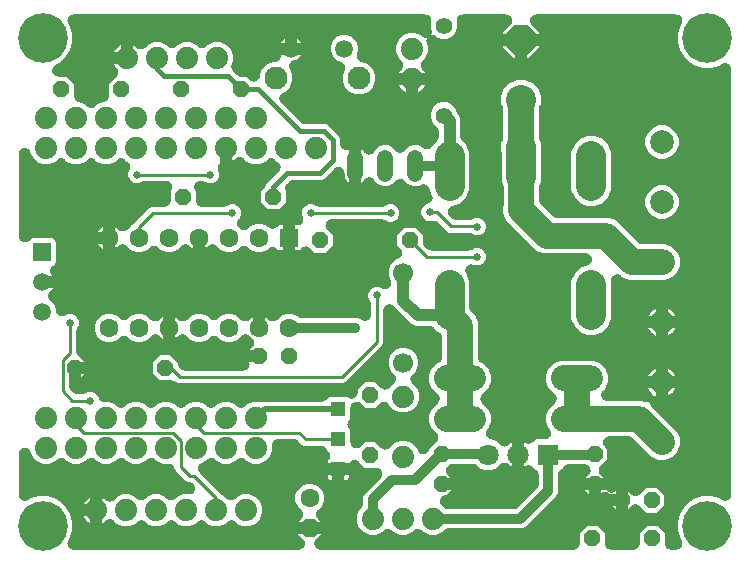
<source format=gbr>
G04 EAGLE Gerber RS-274X export*
G75*
%MOMM*%
%FSLAX34Y34*%
%LPD*%
%INBottom Copper*%
%IPPOS*%
%AMOC8*
5,1,8,0,0,1.08239X$1,22.5*%
G01*
%ADD10C,1.879600*%
%ADD11C,1.600000*%
%ADD12R,1.600000X1.600000*%
%ADD13P,1.429621X8X202.500000*%
%ADD14P,1.429621X8X22.500000*%
%ADD15C,2.540000*%
%ADD16P,2.749271X8X112.500000*%
%ADD17C,2.000000*%
%ADD18P,1.429621X8X292.500000*%
%ADD19R,1.800000X1.800000*%
%ADD20C,1.800000*%
%ADD21C,1.700000*%
%ADD22P,1.732040X8X292.500000*%
%ADD23C,1.600200*%
%ADD24C,1.320800*%
%ADD25C,1.408000*%
%ADD26C,2.540000*%
%ADD27R,1.270000X1.270000*%
%ADD28P,1.429621X8X112.500000*%
%ADD29C,2.184400*%
%ADD30C,4.200000*%
%ADD31R,1.518000X1.518000*%
%ADD32C,1.518000*%
%ADD33C,1.498600*%
%ADD34C,1.943100*%
%ADD35C,0.654800*%
%ADD36C,0.254000*%
%ADD37C,0.508000*%
%ADD38C,0.406400*%
%ADD39C,0.904800*%
%ADD40C,0.812800*%
%ADD41C,1.016000*%
%ADD42C,2.200000*%

G36*
X242239Y4842D02*
X242239Y4842D01*
X242476Y4849D01*
X242557Y4862D01*
X242639Y4867D01*
X242871Y4911D01*
X243105Y4948D01*
X243184Y4971D01*
X243264Y4986D01*
X243490Y5059D01*
X243717Y5125D01*
X243792Y5157D01*
X243870Y5183D01*
X244085Y5283D01*
X244302Y5377D01*
X244373Y5419D01*
X244447Y5454D01*
X244647Y5580D01*
X244851Y5701D01*
X244916Y5751D01*
X244985Y5795D01*
X245168Y5946D01*
X245355Y6090D01*
X245413Y6148D01*
X245476Y6200D01*
X245639Y6373D01*
X245806Y6540D01*
X245857Y6605D01*
X245913Y6664D01*
X246052Y6856D01*
X246198Y7043D01*
X246240Y7113D01*
X246288Y7179D01*
X246402Y7387D01*
X246523Y7590D01*
X246556Y7666D01*
X246596Y7737D01*
X246683Y7957D01*
X246778Y8175D01*
X246801Y8253D01*
X246831Y8330D01*
X246890Y8559D01*
X246957Y8786D01*
X246970Y8867D01*
X246990Y8946D01*
X247021Y9181D01*
X247058Y9415D01*
X247061Y9497D01*
X247071Y9578D01*
X247072Y9815D01*
X247080Y10052D01*
X247072Y10133D01*
X247072Y10216D01*
X247043Y10451D01*
X247022Y10686D01*
X247004Y10766D01*
X246994Y10848D01*
X246935Y11077D01*
X246884Y11308D01*
X246857Y11386D01*
X246837Y11465D01*
X246750Y11686D01*
X246670Y11909D01*
X246633Y11982D01*
X246603Y12058D01*
X246490Y12266D01*
X246383Y12477D01*
X246337Y12545D01*
X246298Y12617D01*
X246159Y12809D01*
X246027Y13005D01*
X245974Y13066D01*
X245925Y13134D01*
X245747Y13324D01*
X245594Y13498D01*
X241171Y17921D01*
X251000Y17921D01*
X260829Y17921D01*
X256406Y13498D01*
X256249Y13320D01*
X256087Y13148D01*
X256039Y13081D01*
X255984Y13020D01*
X255851Y12824D01*
X255712Y12632D01*
X255672Y12561D01*
X255626Y12493D01*
X255519Y12282D01*
X255404Y12075D01*
X255374Y11998D01*
X255337Y11925D01*
X255256Y11703D01*
X255169Y11482D01*
X255148Y11403D01*
X255121Y11326D01*
X255069Y11095D01*
X255010Y10866D01*
X254999Y10784D01*
X254981Y10704D01*
X254959Y10469D01*
X254929Y10234D01*
X254929Y10151D01*
X254921Y10070D01*
X254928Y9834D01*
X254928Y9596D01*
X254938Y9515D01*
X254940Y9433D01*
X254977Y9199D01*
X255006Y8964D01*
X255026Y8885D01*
X255039Y8804D01*
X255105Y8576D01*
X255163Y8347D01*
X255193Y8271D01*
X255216Y8192D01*
X255310Y7974D01*
X255397Y7754D01*
X255436Y7682D01*
X255468Y7607D01*
X255588Y7403D01*
X255702Y7195D01*
X255750Y7128D01*
X255792Y7058D01*
X255937Y6870D01*
X256075Y6678D01*
X256131Y6618D01*
X256182Y6554D01*
X256349Y6386D01*
X256510Y6213D01*
X256573Y6160D01*
X256631Y6102D01*
X256818Y5957D01*
X257000Y5805D01*
X257069Y5761D01*
X257134Y5711D01*
X257337Y5590D01*
X257537Y5462D01*
X257611Y5427D01*
X257682Y5385D01*
X257898Y5291D01*
X258113Y5189D01*
X258191Y5164D01*
X258266Y5131D01*
X258493Y5064D01*
X258718Y4990D01*
X258799Y4975D01*
X258877Y4952D01*
X259111Y4914D01*
X259344Y4869D01*
X259424Y4864D01*
X259506Y4851D01*
X259766Y4842D01*
X259997Y4827D01*
X474542Y4827D01*
X474697Y4836D01*
X474852Y4836D01*
X475014Y4856D01*
X475178Y4867D01*
X475330Y4896D01*
X475484Y4915D01*
X475643Y4955D01*
X475804Y4986D01*
X475951Y5034D01*
X476101Y5072D01*
X476254Y5132D01*
X476410Y5183D01*
X476550Y5248D01*
X476694Y5305D01*
X476838Y5384D01*
X476986Y5454D01*
X477117Y5536D01*
X477253Y5611D01*
X477386Y5707D01*
X477525Y5795D01*
X477644Y5893D01*
X477770Y5984D01*
X477889Y6096D01*
X478016Y6200D01*
X478122Y6313D01*
X478235Y6419D01*
X478340Y6545D01*
X478452Y6664D01*
X478544Y6790D01*
X478643Y6909D01*
X478731Y7047D01*
X478827Y7179D01*
X478902Y7315D01*
X478986Y7446D01*
X479056Y7594D01*
X479135Y7737D01*
X479192Y7881D01*
X479259Y8021D01*
X479310Y8177D01*
X479370Y8330D01*
X479409Y8480D01*
X479458Y8627D01*
X479489Y8788D01*
X479530Y8946D01*
X479549Y9100D01*
X479579Y9252D01*
X479589Y9411D01*
X479611Y9578D01*
X479611Y9747D01*
X479621Y9906D01*
X479621Y18839D01*
X485871Y25089D01*
X494709Y25089D01*
X500959Y18839D01*
X500959Y9906D01*
X500968Y9751D01*
X500968Y9596D01*
X500988Y9434D01*
X500999Y9270D01*
X501028Y9118D01*
X501047Y8964D01*
X501087Y8805D01*
X501118Y8644D01*
X501166Y8497D01*
X501204Y8347D01*
X501264Y8194D01*
X501315Y8038D01*
X501380Y7898D01*
X501437Y7754D01*
X501516Y7610D01*
X501586Y7462D01*
X501668Y7331D01*
X501743Y7195D01*
X501839Y7062D01*
X501927Y6923D01*
X502025Y6804D01*
X502116Y6678D01*
X502228Y6559D01*
X502332Y6432D01*
X502445Y6326D01*
X502551Y6213D01*
X502677Y6108D01*
X502796Y5996D01*
X502922Y5904D01*
X503041Y5805D01*
X503179Y5717D01*
X503311Y5621D01*
X503447Y5546D01*
X503578Y5462D01*
X503726Y5392D01*
X503869Y5313D01*
X504013Y5256D01*
X504153Y5189D01*
X504309Y5138D01*
X504462Y5078D01*
X504612Y5039D01*
X504759Y4990D01*
X504920Y4959D01*
X505078Y4918D01*
X505232Y4899D01*
X505384Y4869D01*
X505543Y4859D01*
X505710Y4837D01*
X505879Y4837D01*
X506038Y4827D01*
X525342Y4827D01*
X525497Y4836D01*
X525652Y4836D01*
X525814Y4856D01*
X525978Y4867D01*
X526130Y4896D01*
X526284Y4915D01*
X526443Y4955D01*
X526604Y4986D01*
X526751Y5034D01*
X526901Y5072D01*
X527054Y5132D01*
X527210Y5183D01*
X527350Y5248D01*
X527494Y5305D01*
X527638Y5384D01*
X527786Y5454D01*
X527917Y5536D01*
X528053Y5611D01*
X528186Y5707D01*
X528325Y5795D01*
X528444Y5893D01*
X528570Y5984D01*
X528689Y6096D01*
X528816Y6200D01*
X528922Y6313D01*
X529035Y6419D01*
X529140Y6545D01*
X529252Y6664D01*
X529344Y6790D01*
X529443Y6909D01*
X529531Y7047D01*
X529627Y7179D01*
X529702Y7315D01*
X529786Y7446D01*
X529856Y7594D01*
X529935Y7737D01*
X529992Y7881D01*
X530059Y8021D01*
X530110Y8177D01*
X530170Y8330D01*
X530209Y8480D01*
X530258Y8627D01*
X530289Y8788D01*
X530330Y8946D01*
X530349Y9100D01*
X530379Y9252D01*
X530389Y9411D01*
X530411Y9578D01*
X530411Y9747D01*
X530421Y9906D01*
X530421Y18839D01*
X536671Y25089D01*
X545509Y25089D01*
X551759Y18839D01*
X551759Y9906D01*
X551768Y9751D01*
X551768Y9596D01*
X551788Y9434D01*
X551799Y9270D01*
X551828Y9118D01*
X551847Y8964D01*
X551887Y8805D01*
X551918Y8644D01*
X551966Y8497D01*
X552004Y8347D01*
X552064Y8194D01*
X552115Y8038D01*
X552180Y7898D01*
X552237Y7754D01*
X552316Y7610D01*
X552386Y7462D01*
X552468Y7331D01*
X552543Y7195D01*
X552639Y7062D01*
X552727Y6923D01*
X552825Y6804D01*
X552916Y6678D01*
X553028Y6559D01*
X553132Y6432D01*
X553245Y6326D01*
X553351Y6213D01*
X553477Y6108D01*
X553596Y5996D01*
X553722Y5904D01*
X553841Y5805D01*
X553979Y5717D01*
X554111Y5621D01*
X554247Y5546D01*
X554378Y5462D01*
X554526Y5392D01*
X554669Y5313D01*
X554813Y5256D01*
X554953Y5189D01*
X555109Y5138D01*
X555262Y5078D01*
X555412Y5039D01*
X555559Y4990D01*
X555720Y4959D01*
X555878Y4918D01*
X556032Y4899D01*
X556184Y4869D01*
X556343Y4859D01*
X556510Y4837D01*
X556679Y4837D01*
X556838Y4827D01*
X561607Y4827D01*
X561816Y4840D01*
X562026Y4844D01*
X562134Y4860D01*
X562243Y4867D01*
X562449Y4906D01*
X562656Y4936D01*
X562762Y4965D01*
X562869Y4986D01*
X563068Y5051D01*
X563270Y5107D01*
X563371Y5149D01*
X563475Y5183D01*
X563665Y5272D01*
X563858Y5353D01*
X563953Y5407D01*
X564052Y5454D01*
X564229Y5566D01*
X564410Y5670D01*
X564497Y5736D01*
X564590Y5795D01*
X564752Y5928D01*
X564918Y6054D01*
X564997Y6131D01*
X565081Y6200D01*
X565225Y6353D01*
X565375Y6499D01*
X565443Y6585D01*
X565518Y6664D01*
X565641Y6834D01*
X565771Y6998D01*
X565828Y7091D01*
X565893Y7179D01*
X565994Y7363D01*
X566103Y7542D01*
X566148Y7642D01*
X566200Y7737D01*
X566278Y7932D01*
X566363Y8123D01*
X566395Y8228D01*
X566436Y8330D01*
X566488Y8532D01*
X566549Y8733D01*
X566568Y8841D01*
X566595Y8946D01*
X566622Y9154D01*
X566657Y9361D01*
X566662Y9470D01*
X566676Y9578D01*
X566676Y9788D01*
X566686Y9997D01*
X566677Y10106D01*
X566677Y10216D01*
X566651Y10423D01*
X566634Y10632D01*
X566612Y10739D01*
X566598Y10848D01*
X566547Y11051D01*
X566504Y11256D01*
X566468Y11359D01*
X566441Y11465D01*
X566365Y11660D01*
X566296Y11858D01*
X566249Y11954D01*
X566208Y12058D01*
X566099Y12258D01*
X566006Y12446D01*
X564343Y15325D01*
X562635Y21700D01*
X562635Y28300D01*
X564343Y34675D01*
X567643Y40390D01*
X572310Y45057D01*
X578025Y48357D01*
X584400Y50065D01*
X591000Y50065D01*
X597375Y48357D01*
X600254Y46694D01*
X600442Y46601D01*
X600625Y46500D01*
X600727Y46459D01*
X600825Y46411D01*
X601023Y46342D01*
X601218Y46264D01*
X601323Y46237D01*
X601427Y46201D01*
X601632Y46157D01*
X601834Y46105D01*
X601943Y46091D01*
X602050Y46068D01*
X602258Y46051D01*
X602466Y46024D01*
X602576Y46024D01*
X602685Y46015D01*
X602894Y46023D01*
X603104Y46023D01*
X603212Y46036D01*
X603321Y46041D01*
X603528Y46076D01*
X603736Y46102D01*
X603842Y46129D01*
X603950Y46147D01*
X604150Y46207D01*
X604353Y46259D01*
X604455Y46299D01*
X604560Y46330D01*
X604751Y46415D01*
X604946Y46492D01*
X605042Y46545D01*
X605142Y46589D01*
X605321Y46697D01*
X605505Y46798D01*
X605594Y46862D01*
X605687Y46918D01*
X605852Y47048D01*
X606022Y47171D01*
X606101Y47245D01*
X606187Y47313D01*
X606334Y47463D01*
X606487Y47606D01*
X606557Y47690D01*
X606634Y47768D01*
X606761Y47935D01*
X606895Y48096D01*
X606954Y48188D01*
X607020Y48275D01*
X607125Y48456D01*
X607238Y48632D01*
X607284Y48731D01*
X607339Y48826D01*
X607421Y49019D01*
X607511Y49208D01*
X607545Y49312D01*
X607587Y49413D01*
X607644Y49614D01*
X607710Y49813D01*
X607730Y49921D01*
X607760Y50026D01*
X607791Y50233D01*
X607831Y50439D01*
X607838Y50546D01*
X607854Y50656D01*
X607860Y50884D01*
X607873Y51093D01*
X607873Y411607D01*
X607860Y411816D01*
X607856Y412026D01*
X607840Y412134D01*
X607833Y412243D01*
X607794Y412449D01*
X607764Y412656D01*
X607735Y412762D01*
X607714Y412869D01*
X607649Y413068D01*
X607593Y413270D01*
X607551Y413371D01*
X607517Y413475D01*
X607428Y413665D01*
X607347Y413858D01*
X607293Y413953D01*
X607246Y414052D01*
X607134Y414229D01*
X607030Y414410D01*
X606964Y414497D01*
X606905Y414590D01*
X606772Y414751D01*
X606646Y414918D01*
X606569Y414997D01*
X606500Y415081D01*
X606347Y415225D01*
X606201Y415375D01*
X606115Y415443D01*
X606036Y415518D01*
X605866Y415641D01*
X605702Y415771D01*
X605609Y415828D01*
X605521Y415893D01*
X605337Y415994D01*
X605158Y416103D01*
X605058Y416148D01*
X604963Y416200D01*
X604768Y416278D01*
X604577Y416363D01*
X604472Y416395D01*
X604370Y416436D01*
X604168Y416488D01*
X603967Y416549D01*
X603859Y416568D01*
X603754Y416595D01*
X603546Y416622D01*
X603339Y416657D01*
X603230Y416662D01*
X603122Y416676D01*
X602912Y416676D01*
X602703Y416686D01*
X602594Y416677D01*
X602484Y416677D01*
X602277Y416651D01*
X602068Y416634D01*
X601961Y416612D01*
X601852Y416598D01*
X601649Y416547D01*
X601444Y416504D01*
X601341Y416468D01*
X601235Y416441D01*
X601040Y416365D01*
X600842Y416296D01*
X600746Y416249D01*
X600642Y416208D01*
X600442Y416099D01*
X600254Y416006D01*
X597375Y414343D01*
X591000Y412635D01*
X584400Y412635D01*
X578025Y414343D01*
X572310Y417643D01*
X567643Y422310D01*
X564343Y428025D01*
X562635Y434400D01*
X562635Y441000D01*
X564343Y447375D01*
X566006Y450254D01*
X566099Y450442D01*
X566200Y450625D01*
X566241Y450727D01*
X566289Y450825D01*
X566358Y451023D01*
X566436Y451218D01*
X566463Y451323D01*
X566499Y451427D01*
X566543Y451632D01*
X566595Y451834D01*
X566609Y451943D01*
X566632Y452050D01*
X566649Y452258D01*
X566676Y452466D01*
X566676Y452576D01*
X566685Y452685D01*
X566677Y452894D01*
X566677Y453104D01*
X566664Y453212D01*
X566659Y453321D01*
X566624Y453528D01*
X566598Y453736D01*
X566571Y453842D01*
X566553Y453950D01*
X566493Y454150D01*
X566441Y454353D01*
X566401Y454455D01*
X566370Y454560D01*
X566285Y454751D01*
X566208Y454946D01*
X566156Y455042D01*
X566111Y455142D01*
X566003Y455321D01*
X565902Y455505D01*
X565838Y455594D01*
X565782Y455687D01*
X565652Y455852D01*
X565529Y456022D01*
X565455Y456101D01*
X565387Y456187D01*
X565237Y456334D01*
X565094Y456487D01*
X565010Y456557D01*
X564932Y456634D01*
X564765Y456761D01*
X564604Y456895D01*
X564512Y456954D01*
X564425Y457020D01*
X564244Y457125D01*
X564068Y457238D01*
X563969Y457284D01*
X563874Y457339D01*
X563681Y457421D01*
X563492Y457511D01*
X563388Y457545D01*
X563287Y457587D01*
X563086Y457644D01*
X562887Y457710D01*
X562779Y457730D01*
X562674Y457760D01*
X562467Y457791D01*
X562261Y457831D01*
X562154Y457838D01*
X562044Y457854D01*
X561816Y457860D01*
X561607Y457873D01*
X442763Y457873D01*
X442527Y457858D01*
X442290Y457851D01*
X442209Y457838D01*
X442127Y457833D01*
X441895Y457789D01*
X441660Y457752D01*
X441582Y457729D01*
X441501Y457714D01*
X441276Y457641D01*
X441048Y457575D01*
X440973Y457543D01*
X440895Y457517D01*
X440680Y457417D01*
X440463Y457323D01*
X440393Y457281D01*
X440318Y457246D01*
X440118Y457120D01*
X439914Y456999D01*
X439850Y456949D01*
X439780Y456905D01*
X439597Y456754D01*
X439410Y456610D01*
X439352Y456552D01*
X439289Y456500D01*
X439127Y456327D01*
X438959Y456160D01*
X438908Y456095D01*
X438852Y456036D01*
X438713Y455844D01*
X438567Y455657D01*
X438526Y455587D01*
X438477Y455521D01*
X438363Y455313D01*
X438242Y455110D01*
X438209Y455034D01*
X438170Y454963D01*
X438082Y454743D01*
X437988Y454525D01*
X437965Y454447D01*
X437934Y454370D01*
X437875Y454141D01*
X437809Y453914D01*
X437795Y453833D01*
X437775Y453754D01*
X437745Y453519D01*
X437707Y453285D01*
X437704Y453203D01*
X437694Y453122D01*
X437694Y452885D01*
X437686Y452648D01*
X437693Y452567D01*
X437693Y452484D01*
X437722Y452249D01*
X437744Y452014D01*
X437761Y451934D01*
X437772Y451852D01*
X437830Y451623D01*
X437881Y451392D01*
X437908Y451314D01*
X437929Y451235D01*
X438015Y451014D01*
X438095Y450791D01*
X438132Y450718D01*
X438162Y450642D01*
X438276Y450434D01*
X438382Y450223D01*
X438428Y450155D01*
X438468Y450083D01*
X438606Y449891D01*
X438739Y449695D01*
X438792Y449634D01*
X438841Y449566D01*
X439018Y449376D01*
X439171Y449202D01*
X445411Y442963D01*
X445411Y441729D01*
X430170Y441729D01*
X414929Y441729D01*
X414929Y442963D01*
X421169Y449202D01*
X421325Y449380D01*
X421488Y449552D01*
X421536Y449619D01*
X421590Y449680D01*
X421723Y449876D01*
X421863Y450068D01*
X421902Y450139D01*
X421948Y450207D01*
X422056Y450418D01*
X422170Y450625D01*
X422201Y450702D01*
X422238Y450775D01*
X422318Y450997D01*
X422406Y451218D01*
X422426Y451297D01*
X422454Y451374D01*
X422506Y451605D01*
X422565Y451834D01*
X422575Y451916D01*
X422593Y451996D01*
X422616Y452231D01*
X422646Y452466D01*
X422646Y452549D01*
X422654Y452630D01*
X422647Y452866D01*
X422647Y453104D01*
X422637Y453185D01*
X422634Y453267D01*
X422598Y453501D01*
X422568Y453736D01*
X422548Y453815D01*
X422535Y453896D01*
X422470Y454124D01*
X422411Y454353D01*
X422381Y454429D01*
X422358Y454508D01*
X422265Y454726D01*
X422178Y454946D01*
X422139Y455018D01*
X422106Y455093D01*
X421986Y455297D01*
X421872Y455505D01*
X421824Y455572D01*
X421783Y455642D01*
X421638Y455830D01*
X421499Y456022D01*
X421443Y456082D01*
X421393Y456146D01*
X421226Y456314D01*
X421064Y456487D01*
X421001Y456540D01*
X420943Y456598D01*
X420757Y456743D01*
X420574Y456895D01*
X420505Y456939D01*
X420441Y456989D01*
X420237Y457110D01*
X420038Y457238D01*
X419963Y457273D01*
X419893Y457315D01*
X419676Y457409D01*
X419462Y457511D01*
X419384Y457536D01*
X419309Y457569D01*
X419082Y457636D01*
X418857Y457710D01*
X418776Y457725D01*
X418697Y457748D01*
X418464Y457786D01*
X418231Y457831D01*
X418151Y457836D01*
X418068Y457849D01*
X417808Y457858D01*
X417577Y457873D01*
X380481Y457873D01*
X380286Y457861D01*
X380090Y457858D01*
X379968Y457841D01*
X379845Y457833D01*
X379653Y457797D01*
X379459Y457769D01*
X379340Y457737D01*
X379219Y457714D01*
X379033Y457654D01*
X378844Y457602D01*
X378730Y457555D01*
X378613Y457517D01*
X378436Y457434D01*
X378255Y457359D01*
X378148Y457299D01*
X378037Y457246D01*
X377871Y457142D01*
X377701Y457045D01*
X377602Y456971D01*
X377499Y456905D01*
X377348Y456781D01*
X377191Y456663D01*
X377102Y456578D01*
X377007Y456500D01*
X376873Y456357D01*
X376732Y456221D01*
X376655Y456125D01*
X376571Y456036D01*
X376455Y455877D01*
X376333Y455725D01*
X376268Y455620D01*
X376196Y455521D01*
X376101Y455349D01*
X375998Y455182D01*
X375947Y455070D01*
X375888Y454963D01*
X375816Y454781D01*
X375735Y454602D01*
X375698Y454485D01*
X375653Y454370D01*
X375604Y454181D01*
X375546Y453994D01*
X375524Y453873D01*
X375493Y453754D01*
X375469Y453559D01*
X375434Y453366D01*
X375428Y453244D01*
X375412Y453122D01*
X375412Y452925D01*
X375402Y452730D01*
X375412Y452608D01*
X375411Y452484D01*
X375436Y452290D01*
X375450Y452095D01*
X375475Y451974D01*
X375490Y451852D01*
X375538Y451662D01*
X375577Y451470D01*
X375616Y451357D01*
X375647Y451235D01*
X375725Y451037D01*
X375789Y450850D01*
X375835Y450739D01*
X375835Y446321D01*
X374144Y442240D01*
X371020Y439116D01*
X366939Y437425D01*
X362521Y437425D01*
X358399Y439133D01*
X358393Y439138D01*
X358188Y439325D01*
X358155Y439348D01*
X358124Y439375D01*
X357894Y439531D01*
X357667Y439691D01*
X357631Y439710D01*
X357597Y439734D01*
X357350Y439860D01*
X357104Y439990D01*
X357066Y440004D01*
X357029Y440023D01*
X356768Y440117D01*
X356508Y440216D01*
X356469Y440225D01*
X356430Y440239D01*
X356159Y440300D01*
X355889Y440365D01*
X355848Y440370D01*
X355808Y440379D01*
X355533Y440405D01*
X355256Y440436D01*
X355215Y440435D01*
X355174Y440439D01*
X354897Y440431D01*
X354619Y440427D01*
X354578Y440421D01*
X354537Y440420D01*
X354262Y440376D01*
X353988Y440338D01*
X353948Y440327D01*
X353908Y440321D01*
X353641Y440243D01*
X353517Y440210D01*
X353568Y440273D01*
X353589Y440308D01*
X353614Y440340D01*
X353756Y440579D01*
X353902Y440815D01*
X353919Y440853D01*
X353940Y440888D01*
X354050Y441142D01*
X354165Y441395D01*
X354178Y441434D01*
X354194Y441472D01*
X354272Y441738D01*
X354355Y442004D01*
X354362Y442044D01*
X354373Y442083D01*
X354417Y442357D01*
X354466Y442631D01*
X354468Y442672D01*
X354474Y442712D01*
X354484Y442990D01*
X354498Y443267D01*
X354495Y443308D01*
X354496Y443349D01*
X354471Y443626D01*
X354450Y443903D01*
X354442Y443943D01*
X354438Y443984D01*
X354378Y444255D01*
X354323Y444527D01*
X354310Y444565D01*
X354301Y444606D01*
X354193Y444908D01*
X354112Y445147D01*
X353625Y446321D01*
X353625Y450739D01*
X353671Y450850D01*
X353735Y451036D01*
X353807Y451218D01*
X353838Y451337D01*
X353878Y451453D01*
X353918Y451645D01*
X353967Y451834D01*
X353982Y451956D01*
X354007Y452077D01*
X354023Y452272D01*
X354048Y452466D01*
X354048Y452589D01*
X354057Y452712D01*
X354048Y452908D01*
X354049Y453104D01*
X354033Y453226D01*
X354028Y453348D01*
X353994Y453541D01*
X353970Y453736D01*
X353940Y453855D01*
X353919Y453976D01*
X353861Y454163D01*
X353813Y454353D01*
X353768Y454468D01*
X353732Y454585D01*
X353651Y454764D01*
X353580Y454946D01*
X353521Y455054D01*
X353470Y455166D01*
X353368Y455333D01*
X353274Y455505D01*
X353202Y455605D01*
X353138Y455710D01*
X353016Y455863D01*
X352901Y456022D01*
X352817Y456111D01*
X352740Y456207D01*
X352600Y456344D01*
X352466Y456487D01*
X352371Y456566D01*
X352283Y456651D01*
X352127Y456769D01*
X351976Y456895D01*
X351872Y456961D01*
X351774Y457035D01*
X351604Y457132D01*
X351439Y457238D01*
X351328Y457290D01*
X351221Y457351D01*
X351041Y457427D01*
X350863Y457511D01*
X350746Y457549D01*
X350633Y457596D01*
X350444Y457648D01*
X350258Y457710D01*
X350138Y457733D01*
X350019Y457766D01*
X349825Y457794D01*
X349633Y457831D01*
X349513Y457839D01*
X349388Y457857D01*
X349176Y457861D01*
X348979Y457873D01*
X51093Y457873D01*
X50884Y457860D01*
X50674Y457856D01*
X50566Y457840D01*
X50457Y457833D01*
X50251Y457794D01*
X50044Y457764D01*
X49938Y457735D01*
X49831Y457714D01*
X49632Y457649D01*
X49430Y457593D01*
X49329Y457551D01*
X49225Y457517D01*
X49035Y457428D01*
X48842Y457347D01*
X48747Y457293D01*
X48648Y457246D01*
X48471Y457134D01*
X48290Y457030D01*
X48203Y456964D01*
X48110Y456905D01*
X47948Y456772D01*
X47782Y456646D01*
X47703Y456569D01*
X47619Y456500D01*
X47475Y456347D01*
X47325Y456201D01*
X47257Y456115D01*
X47182Y456036D01*
X47059Y455866D01*
X46929Y455702D01*
X46872Y455609D01*
X46807Y455521D01*
X46706Y455337D01*
X46597Y455158D01*
X46552Y455058D01*
X46500Y454963D01*
X46422Y454768D01*
X46337Y454577D01*
X46305Y454472D01*
X46264Y454370D01*
X46212Y454168D01*
X46151Y453967D01*
X46132Y453859D01*
X46105Y453754D01*
X46078Y453546D01*
X46043Y453339D01*
X46038Y453230D01*
X46024Y453122D01*
X46024Y452912D01*
X46014Y452703D01*
X46023Y452594D01*
X46023Y452484D01*
X46049Y452277D01*
X46066Y452068D01*
X46088Y451961D01*
X46102Y451852D01*
X46153Y451649D01*
X46196Y451444D01*
X46232Y451341D01*
X46259Y451235D01*
X46335Y451040D01*
X46404Y450842D01*
X46451Y450746D01*
X46492Y450642D01*
X46601Y450442D01*
X46694Y450254D01*
X48357Y447375D01*
X50065Y441000D01*
X50065Y434400D01*
X48357Y428025D01*
X45057Y422310D01*
X40390Y417643D01*
X35546Y414847D01*
X35326Y414701D01*
X35104Y414559D01*
X35061Y414524D01*
X35016Y414494D01*
X34816Y414322D01*
X34612Y414154D01*
X34575Y414114D01*
X34533Y414078D01*
X34357Y413882D01*
X34176Y413690D01*
X34144Y413645D01*
X34107Y413605D01*
X33956Y413388D01*
X33801Y413174D01*
X33774Y413127D01*
X33743Y413082D01*
X33620Y412847D01*
X33493Y412617D01*
X33473Y412566D01*
X33447Y412517D01*
X33355Y412270D01*
X33258Y412024D01*
X33244Y411971D01*
X33225Y411920D01*
X33164Y411663D01*
X33098Y411408D01*
X33091Y411353D01*
X33079Y411300D01*
X33051Y411037D01*
X33017Y410776D01*
X33017Y410721D01*
X33012Y410666D01*
X33017Y410403D01*
X33016Y410138D01*
X33023Y410084D01*
X33024Y410029D01*
X33062Y409769D01*
X33095Y409506D01*
X33108Y409453D01*
X33116Y409399D01*
X33187Y409145D01*
X33252Y408889D01*
X33272Y408838D01*
X33287Y408785D01*
X33388Y408542D01*
X33485Y408296D01*
X33512Y408248D01*
X33533Y408197D01*
X33664Y407969D01*
X33791Y407737D01*
X33823Y407692D01*
X33850Y407645D01*
X34009Y407435D01*
X34164Y407220D01*
X34201Y407180D01*
X34234Y407137D01*
X34419Y406948D01*
X34599Y406755D01*
X34641Y406720D01*
X34679Y406681D01*
X34886Y406516D01*
X35089Y406347D01*
X35135Y406318D01*
X35178Y406284D01*
X35404Y406146D01*
X35626Y406004D01*
X35675Y405981D01*
X35722Y405952D01*
X35963Y405845D01*
X36201Y405731D01*
X36254Y405714D01*
X36303Y405692D01*
X36556Y405615D01*
X36807Y405532D01*
X36860Y405522D01*
X36913Y405506D01*
X37173Y405461D01*
X37432Y405411D01*
X37486Y405408D01*
X37541Y405398D01*
X37838Y405385D01*
X38086Y405369D01*
X45319Y405369D01*
X51569Y399119D01*
X51569Y388842D01*
X51578Y388687D01*
X51578Y388532D01*
X51598Y388370D01*
X51609Y388206D01*
X51638Y388054D01*
X51657Y387900D01*
X51697Y387741D01*
X51728Y387580D01*
X51776Y387433D01*
X51814Y387283D01*
X51874Y387130D01*
X51925Y386974D01*
X51990Y386834D01*
X52047Y386690D01*
X52126Y386546D01*
X52196Y386398D01*
X52278Y386267D01*
X52353Y386131D01*
X52449Y385998D01*
X52537Y385859D01*
X52635Y385740D01*
X52726Y385614D01*
X52838Y385495D01*
X52942Y385368D01*
X53055Y385262D01*
X53161Y385149D01*
X53287Y385044D01*
X53406Y384932D01*
X53532Y384840D01*
X53651Y384741D01*
X53789Y384653D01*
X53921Y384557D01*
X54057Y384482D01*
X54188Y384398D01*
X54336Y384328D01*
X54479Y384249D01*
X54623Y384192D01*
X54763Y384125D01*
X54919Y384074D01*
X55072Y384014D01*
X55222Y383975D01*
X55369Y383926D01*
X55530Y383895D01*
X55688Y383854D01*
X55842Y383835D01*
X55847Y383834D01*
X60966Y381713D01*
X62448Y380231D01*
X62565Y380128D01*
X62674Y380019D01*
X62803Y379918D01*
X62926Y379809D01*
X63054Y379722D01*
X63177Y379627D01*
X63318Y379543D01*
X63453Y379451D01*
X63591Y379381D01*
X63724Y379302D01*
X63875Y379236D01*
X64021Y379162D01*
X64166Y379109D01*
X64309Y379047D01*
X64466Y379001D01*
X64620Y378946D01*
X64771Y378912D01*
X64920Y378868D01*
X65082Y378842D01*
X65242Y378806D01*
X65396Y378791D01*
X65549Y378767D01*
X65713Y378761D01*
X65876Y378746D01*
X66031Y378750D01*
X66186Y378745D01*
X66349Y378760D01*
X66513Y378765D01*
X66666Y378789D01*
X66820Y378803D01*
X66980Y378839D01*
X67142Y378864D01*
X67291Y378907D01*
X67442Y378941D01*
X67597Y378996D01*
X67754Y379041D01*
X67897Y379103D01*
X68043Y379155D01*
X68189Y379228D01*
X68339Y379293D01*
X68473Y379372D01*
X68611Y379442D01*
X68747Y379534D01*
X68888Y379617D01*
X69011Y379712D01*
X69139Y379798D01*
X69259Y379903D01*
X69392Y380007D01*
X69512Y380126D01*
X69632Y380231D01*
X71114Y381713D01*
X76082Y383771D01*
X76107Y383772D01*
X76262Y383772D01*
X76424Y383792D01*
X76588Y383803D01*
X76740Y383832D01*
X76894Y383851D01*
X77053Y383891D01*
X77214Y383922D01*
X77361Y383970D01*
X77511Y384008D01*
X77664Y384068D01*
X77820Y384119D01*
X77960Y384184D01*
X78104Y384241D01*
X78248Y384320D01*
X78396Y384390D01*
X78527Y384472D01*
X78663Y384547D01*
X78796Y384643D01*
X78935Y384731D01*
X79054Y384829D01*
X79180Y384920D01*
X79299Y385032D01*
X79426Y385136D01*
X79532Y385249D01*
X79645Y385355D01*
X79750Y385481D01*
X79862Y385600D01*
X79954Y385726D01*
X80053Y385845D01*
X80141Y385983D01*
X80237Y386115D01*
X80312Y386251D01*
X80396Y386382D01*
X80466Y386530D01*
X80545Y386673D01*
X80602Y386817D01*
X80669Y386957D01*
X80720Y387113D01*
X80780Y387266D01*
X80819Y387416D01*
X80868Y387563D01*
X80899Y387724D01*
X80940Y387882D01*
X80959Y388036D01*
X80989Y388188D01*
X80999Y388347D01*
X81021Y388514D01*
X81021Y388683D01*
X81031Y388842D01*
X81031Y399119D01*
X87623Y405710D01*
X87725Y405827D01*
X87835Y405936D01*
X87936Y406065D01*
X88044Y406188D01*
X88131Y406316D01*
X88226Y406439D01*
X88310Y406580D01*
X88402Y406715D01*
X88473Y406853D01*
X88552Y406987D01*
X88617Y407137D01*
X88692Y407283D01*
X88744Y407429D01*
X88806Y407571D01*
X88852Y407728D01*
X88908Y407882D01*
X88942Y408033D01*
X88985Y408182D01*
X89011Y408344D01*
X89047Y408504D01*
X89062Y408658D01*
X89086Y408811D01*
X89092Y408975D01*
X89108Y409138D01*
X89103Y409293D01*
X89108Y409448D01*
X89093Y409611D01*
X89088Y409775D01*
X89064Y409928D01*
X89050Y410082D01*
X89015Y410242D01*
X88989Y410404D01*
X88946Y410553D01*
X88913Y410705D01*
X88858Y410859D01*
X88812Y411016D01*
X88751Y411159D01*
X88699Y411305D01*
X88625Y411451D01*
X88560Y411601D01*
X88481Y411735D01*
X88411Y411873D01*
X88320Y412009D01*
X88236Y412150D01*
X88142Y412273D01*
X88055Y412401D01*
X87950Y412521D01*
X87847Y412654D01*
X87728Y412774D01*
X87622Y412894D01*
X87505Y413011D01*
X86552Y414253D01*
X85769Y415608D01*
X85682Y415821D01*
X96500Y415821D01*
X96654Y415830D01*
X96809Y415830D01*
X96972Y415850D01*
X97136Y415861D01*
X97287Y415889D01*
X97441Y415909D01*
X97601Y415949D01*
X97761Y415980D01*
X97909Y416028D01*
X98059Y416066D01*
X98211Y416126D01*
X98367Y416176D01*
X98508Y416242D01*
X98652Y416299D01*
X98796Y416378D01*
X98944Y416447D01*
X99075Y416530D01*
X99211Y416605D01*
X99344Y416701D01*
X99482Y416788D01*
X99602Y416887D01*
X99727Y416978D01*
X99847Y417090D01*
X99973Y417194D01*
X100080Y417307D01*
X100193Y417413D01*
X100298Y417539D01*
X100411Y417659D01*
X100502Y417784D01*
X100601Y417903D01*
X100689Y418041D01*
X100786Y418174D01*
X100860Y418309D01*
X100944Y418440D01*
X101014Y418588D01*
X101093Y418732D01*
X101150Y418876D01*
X101217Y419016D01*
X101268Y419172D01*
X101329Y419324D01*
X101367Y419474D01*
X101416Y419621D01*
X101447Y419782D01*
X101488Y419941D01*
X101508Y420094D01*
X101537Y420246D01*
X101547Y420405D01*
X101569Y420573D01*
X101569Y420741D01*
X101579Y420900D01*
X101579Y431718D01*
X101792Y431631D01*
X103147Y430848D01*
X104389Y429895D01*
X104531Y429753D01*
X104647Y429651D01*
X104756Y429541D01*
X104886Y429440D01*
X105009Y429332D01*
X105137Y429245D01*
X105259Y429149D01*
X105400Y429066D01*
X105536Y428974D01*
X105674Y428903D01*
X105807Y428824D01*
X105957Y428759D01*
X106103Y428684D01*
X106249Y428631D01*
X106391Y428570D01*
X106548Y428524D01*
X106703Y428468D01*
X106854Y428434D01*
X107002Y428390D01*
X107164Y428364D01*
X107324Y428329D01*
X107479Y428314D01*
X107631Y428289D01*
X107795Y428284D01*
X107959Y428268D01*
X108113Y428273D01*
X108268Y428268D01*
X108432Y428283D01*
X108595Y428288D01*
X108748Y428312D01*
X108903Y428326D01*
X109063Y428361D01*
X109225Y428387D01*
X109374Y428430D01*
X109525Y428463D01*
X109679Y428518D01*
X109837Y428564D01*
X109979Y428625D01*
X110125Y428677D01*
X110271Y428751D01*
X110422Y428816D01*
X110555Y428894D01*
X110694Y428964D01*
X110829Y429056D01*
X110971Y429139D01*
X111093Y429234D01*
X111222Y429321D01*
X111342Y429426D01*
X111475Y429529D01*
X111594Y429648D01*
X111714Y429753D01*
X114274Y432313D01*
X119222Y434363D01*
X124578Y434363D01*
X129526Y432313D01*
X131008Y430831D01*
X131125Y430728D01*
X131234Y430619D01*
X131363Y430518D01*
X131486Y430409D01*
X131614Y430322D01*
X131737Y430227D01*
X131878Y430143D01*
X132013Y430051D01*
X132151Y429981D01*
X132284Y429902D01*
X132435Y429836D01*
X132581Y429762D01*
X132727Y429709D01*
X132869Y429647D01*
X133026Y429601D01*
X133180Y429546D01*
X133331Y429512D01*
X133480Y429468D01*
X133642Y429442D01*
X133802Y429406D01*
X133956Y429391D01*
X134109Y429367D01*
X134273Y429361D01*
X134436Y429346D01*
X134591Y429350D01*
X134746Y429345D01*
X134909Y429360D01*
X135073Y429365D01*
X135226Y429389D01*
X135380Y429403D01*
X135540Y429439D01*
X135702Y429464D01*
X135851Y429507D01*
X136002Y429541D01*
X136157Y429596D01*
X136314Y429641D01*
X136457Y429703D01*
X136603Y429755D01*
X136749Y429828D01*
X136899Y429893D01*
X137033Y429972D01*
X137171Y430042D01*
X137307Y430134D01*
X137448Y430217D01*
X137571Y430312D01*
X137699Y430398D01*
X137819Y430503D01*
X137952Y430607D01*
X138072Y430726D01*
X138192Y430831D01*
X139674Y432313D01*
X144622Y434363D01*
X149978Y434363D01*
X154926Y432313D01*
X156408Y430831D01*
X156525Y430728D01*
X156634Y430619D01*
X156763Y430518D01*
X156886Y430409D01*
X157014Y430322D01*
X157137Y430227D01*
X157278Y430143D01*
X157413Y430051D01*
X157551Y429981D01*
X157684Y429902D01*
X157835Y429836D01*
X157981Y429762D01*
X158127Y429709D01*
X158269Y429647D01*
X158426Y429601D01*
X158580Y429546D01*
X158731Y429512D01*
X158880Y429468D01*
X159042Y429442D01*
X159202Y429406D01*
X159356Y429391D01*
X159509Y429367D01*
X159673Y429361D01*
X159836Y429346D01*
X159991Y429350D01*
X160146Y429345D01*
X160309Y429360D01*
X160473Y429365D01*
X160626Y429389D01*
X160780Y429403D01*
X160940Y429439D01*
X161102Y429464D01*
X161251Y429507D01*
X161402Y429541D01*
X161557Y429596D01*
X161714Y429641D01*
X161857Y429703D01*
X162003Y429755D01*
X162149Y429828D01*
X162299Y429893D01*
X162433Y429972D01*
X162571Y430042D01*
X162707Y430134D01*
X162848Y430217D01*
X162971Y430312D01*
X163099Y430398D01*
X163219Y430503D01*
X163352Y430607D01*
X163472Y430726D01*
X163592Y430831D01*
X165074Y432313D01*
X170022Y434363D01*
X175378Y434363D01*
X180326Y432313D01*
X184113Y428526D01*
X186163Y423578D01*
X186163Y418222D01*
X185100Y415656D01*
X185063Y415549D01*
X185018Y415444D01*
X184960Y415248D01*
X184894Y415054D01*
X184870Y414942D01*
X184838Y414833D01*
X184806Y414631D01*
X184764Y414430D01*
X184755Y414316D01*
X184737Y414204D01*
X184730Y413999D01*
X184714Y413795D01*
X184719Y413681D01*
X184715Y413567D01*
X184734Y413363D01*
X184744Y413158D01*
X184763Y413046D01*
X184774Y412932D01*
X184818Y412732D01*
X184853Y412530D01*
X184886Y412422D01*
X184911Y412310D01*
X184980Y412117D01*
X185040Y411921D01*
X185086Y411818D01*
X185125Y411710D01*
X185217Y411527D01*
X185301Y411340D01*
X185361Y411243D01*
X185412Y411141D01*
X185527Y410972D01*
X185634Y410797D01*
X185705Y410708D01*
X185769Y410613D01*
X185898Y410466D01*
X186031Y410299D01*
X186122Y410211D01*
X186201Y410121D01*
X188083Y408239D01*
X189766Y406556D01*
X189820Y406508D01*
X189870Y406455D01*
X190060Y406297D01*
X190244Y406135D01*
X190304Y406094D01*
X190360Y406047D01*
X190567Y405915D01*
X190770Y405777D01*
X190835Y405744D01*
X190897Y405704D01*
X191119Y405599D01*
X191338Y405487D01*
X191407Y405463D01*
X191473Y405431D01*
X191706Y405355D01*
X191937Y405271D01*
X192009Y405255D01*
X192078Y405232D01*
X192319Y405186D01*
X192559Y405132D01*
X192632Y405125D01*
X192703Y405111D01*
X192935Y405096D01*
X193193Y405071D01*
X193277Y405074D01*
X193357Y405069D01*
X197719Y405069D01*
X200191Y402597D01*
X200369Y402440D01*
X200541Y402278D01*
X200607Y402230D01*
X200669Y402176D01*
X200865Y402042D01*
X201056Y401903D01*
X201128Y401863D01*
X201196Y401817D01*
X201407Y401710D01*
X201614Y401595D01*
X201690Y401565D01*
X201763Y401528D01*
X201986Y401448D01*
X202206Y401360D01*
X202286Y401340D01*
X202363Y401312D01*
X202594Y401260D01*
X202823Y401201D01*
X202904Y401190D01*
X202984Y401172D01*
X203220Y401150D01*
X203455Y401120D01*
X203537Y401120D01*
X203619Y401112D01*
X203855Y401119D01*
X204092Y401119D01*
X204173Y401129D01*
X204255Y401131D01*
X204489Y401168D01*
X204724Y401197D01*
X204804Y401218D01*
X204885Y401230D01*
X205112Y401296D01*
X205342Y401354D01*
X205418Y401384D01*
X205497Y401407D01*
X205714Y401501D01*
X205935Y401588D01*
X206007Y401627D01*
X206082Y401660D01*
X206286Y401780D01*
X206494Y401893D01*
X206560Y401941D01*
X206631Y401983D01*
X206818Y402128D01*
X207010Y402267D01*
X207070Y402323D01*
X207135Y402373D01*
X207303Y402540D01*
X207476Y402701D01*
X207528Y402765D01*
X207586Y402822D01*
X207732Y403009D01*
X207883Y403191D01*
X207927Y403260D01*
X207978Y403325D01*
X208099Y403529D01*
X208226Y403728D01*
X208261Y403802D01*
X208303Y403873D01*
X208398Y404090D01*
X208499Y404304D01*
X208525Y404382D01*
X208558Y404457D01*
X208624Y404684D01*
X208698Y404909D01*
X208714Y404990D01*
X208737Y405068D01*
X208774Y405302D01*
X208820Y405535D01*
X208825Y405615D01*
X208838Y405697D01*
X208847Y405957D01*
X208862Y406188D01*
X208862Y406749D01*
X210960Y411814D01*
X214836Y415690D01*
X219901Y417788D01*
X221454Y417788D01*
X221531Y417793D01*
X221607Y417791D01*
X221849Y417813D01*
X222090Y417828D01*
X222165Y417843D01*
X222242Y417850D01*
X222479Y417902D01*
X222716Y417947D01*
X222789Y417971D01*
X222864Y417988D01*
X223092Y418069D01*
X223322Y418144D01*
X223391Y418177D01*
X223464Y418203D01*
X223679Y418312D01*
X223898Y418415D01*
X223963Y418456D01*
X224032Y418491D01*
X224232Y418627D01*
X224437Y418756D01*
X224496Y418805D01*
X224559Y418848D01*
X224741Y419008D01*
X224928Y419162D01*
X224980Y419218D01*
X225038Y419268D01*
X225199Y419450D01*
X225364Y419626D01*
X225410Y419688D01*
X225460Y419745D01*
X225597Y419945D01*
X225739Y420141D01*
X225777Y420208D01*
X225820Y420272D01*
X225930Y420487D01*
X226047Y420699D01*
X226075Y420770D01*
X226110Y420839D01*
X226193Y421066D01*
X226282Y421291D01*
X226302Y421365D01*
X226328Y421437D01*
X226381Y421673D01*
X226442Y421908D01*
X226452Y421984D01*
X226468Y422059D01*
X226492Y422299D01*
X226523Y422540D01*
X226523Y422617D01*
X226530Y422693D01*
X226523Y422935D01*
X226524Y423177D01*
X226514Y423253D01*
X226512Y423330D01*
X226475Y423569D01*
X226445Y423809D01*
X226442Y423821D01*
X235342Y423821D01*
X244015Y423821D01*
X243924Y423641D01*
X242995Y422363D01*
X241879Y421247D01*
X240601Y420318D01*
X239194Y419601D01*
X237459Y419038D01*
X237439Y419033D01*
X237381Y419012D01*
X237311Y418990D01*
X237305Y418987D01*
X237215Y418963D01*
X237029Y418886D01*
X236840Y418818D01*
X236735Y418765D01*
X236626Y418720D01*
X236451Y418620D01*
X236272Y418529D01*
X236174Y418463D01*
X236072Y418405D01*
X235911Y418285D01*
X235744Y418172D01*
X235656Y418094D01*
X235562Y418024D01*
X235417Y417884D01*
X235266Y417751D01*
X235188Y417663D01*
X235103Y417582D01*
X234977Y417425D01*
X234844Y417274D01*
X234778Y417177D01*
X234704Y417085D01*
X234598Y416914D01*
X234485Y416747D01*
X234431Y416643D01*
X234370Y416543D01*
X234286Y416360D01*
X234195Y416180D01*
X234155Y416070D01*
X234106Y415963D01*
X234046Y415771D01*
X233978Y415581D01*
X233952Y415467D01*
X233917Y415354D01*
X233882Y415156D01*
X233837Y414960D01*
X233826Y414843D01*
X233806Y414727D01*
X233795Y414526D01*
X233776Y414325D01*
X233780Y414208D01*
X233774Y414091D01*
X233789Y413890D01*
X233795Y413689D01*
X233813Y413573D01*
X233822Y413455D01*
X233862Y413258D01*
X233893Y413059D01*
X233925Y412946D01*
X233949Y412831D01*
X234011Y412648D01*
X234069Y412447D01*
X234120Y412328D01*
X234160Y412211D01*
X236422Y406749D01*
X236422Y401267D01*
X234324Y396202D01*
X230448Y392326D01*
X228454Y391500D01*
X228279Y391414D01*
X228098Y391336D01*
X227992Y391274D01*
X227882Y391220D01*
X227719Y391112D01*
X227550Y391013D01*
X227452Y390937D01*
X227349Y390870D01*
X227201Y390743D01*
X227046Y390623D01*
X226958Y390536D01*
X226865Y390456D01*
X226733Y390311D01*
X226594Y390173D01*
X226519Y390076D01*
X226436Y389985D01*
X226323Y389825D01*
X226203Y389671D01*
X226140Y389565D01*
X226069Y389464D01*
X225977Y389291D01*
X225877Y389123D01*
X225828Y389010D01*
X225771Y388901D01*
X225701Y388718D01*
X225623Y388539D01*
X225588Y388421D01*
X225545Y388306D01*
X225499Y388116D01*
X225444Y387927D01*
X225424Y387806D01*
X225395Y387686D01*
X225374Y387492D01*
X225342Y387298D01*
X225338Y387175D01*
X225325Y387053D01*
X225327Y386857D01*
X225321Y386662D01*
X225332Y386539D01*
X225334Y386416D01*
X225361Y386222D01*
X225379Y386027D01*
X225405Y385907D01*
X225423Y385785D01*
X225474Y385596D01*
X225516Y385405D01*
X225557Y385289D01*
X225590Y385170D01*
X225664Y384989D01*
X225730Y384805D01*
X225786Y384695D01*
X225832Y384581D01*
X225929Y384411D01*
X226018Y384236D01*
X226086Y384134D01*
X226147Y384027D01*
X226264Y383870D01*
X226374Y383708D01*
X226453Y383618D01*
X226529Y383517D01*
X226677Y383364D01*
X226806Y383216D01*
X243538Y366484D01*
X243592Y366436D01*
X243642Y366383D01*
X243831Y366225D01*
X244016Y366063D01*
X244076Y366022D01*
X244132Y365975D01*
X244339Y365843D01*
X244542Y365705D01*
X244607Y365672D01*
X244669Y365632D01*
X244891Y365527D01*
X245110Y365415D01*
X245179Y365391D01*
X245245Y365359D01*
X245478Y365283D01*
X245709Y365199D01*
X245781Y365183D01*
X245850Y365160D01*
X246091Y365114D01*
X246331Y365060D01*
X246404Y365053D01*
X246475Y365039D01*
X246707Y365024D01*
X246965Y364999D01*
X247049Y365002D01*
X247129Y364997D01*
X264613Y364997D01*
X266854Y364069D01*
X275869Y355054D01*
X276797Y352813D01*
X276797Y348201D01*
X276807Y348045D01*
X276806Y347888D01*
X276827Y347727D01*
X276837Y347565D01*
X276866Y347411D01*
X276886Y347256D01*
X276926Y347099D01*
X276956Y346940D01*
X277004Y346790D01*
X277043Y346638D01*
X277103Y346488D01*
X277153Y346334D01*
X277219Y346192D01*
X277277Y346046D01*
X277355Y345903D01*
X277424Y345757D01*
X277507Y345625D01*
X277583Y345487D01*
X277678Y345356D01*
X277765Y345219D01*
X277865Y345098D01*
X277957Y344971D01*
X278067Y344852D01*
X278170Y344728D01*
X278285Y344620D01*
X278392Y344505D01*
X278516Y344402D01*
X278634Y344291D01*
X278761Y344199D01*
X278882Y344098D01*
X279019Y344011D01*
X279149Y343916D01*
X279287Y343840D01*
X279419Y343756D01*
X279566Y343686D01*
X279707Y343608D01*
X279853Y343550D01*
X279995Y343483D01*
X280149Y343433D01*
X280300Y343373D01*
X280451Y343334D01*
X280600Y343285D01*
X280760Y343254D01*
X280916Y343214D01*
X281072Y343194D01*
X281226Y343164D01*
X281388Y343153D01*
X281548Y343133D01*
X281706Y343132D01*
X281862Y343122D01*
X282023Y343132D01*
X282186Y343132D01*
X282341Y343151D01*
X282498Y343160D01*
X282657Y343190D01*
X282818Y343210D01*
X282970Y343249D01*
X283124Y343278D01*
X283278Y343327D01*
X283435Y343367D01*
X283581Y343425D01*
X283731Y343473D01*
X283877Y343541D01*
X284028Y343601D01*
X284166Y343676D01*
X284308Y343742D01*
X284441Y343826D01*
X284587Y343906D01*
X284621Y343930D01*
X284621Y329700D01*
X284621Y315483D01*
X283743Y316121D01*
X282725Y317139D01*
X281879Y318303D01*
X281225Y319586D01*
X280780Y320955D01*
X280555Y322376D01*
X280555Y323771D01*
X280540Y324007D01*
X280533Y324244D01*
X280520Y324325D01*
X280515Y324407D01*
X280471Y324639D01*
X280434Y324873D01*
X280411Y324952D01*
X280396Y325033D01*
X280323Y325258D01*
X280257Y325485D01*
X280225Y325560D01*
X280199Y325639D01*
X280099Y325853D01*
X280005Y326070D01*
X279963Y326141D01*
X279928Y326215D01*
X279802Y326415D01*
X279681Y326619D01*
X279631Y326684D01*
X279587Y326753D01*
X279436Y326936D01*
X279292Y327123D01*
X279234Y327181D01*
X279182Y327245D01*
X279009Y327407D01*
X278842Y327575D01*
X278777Y327625D01*
X278718Y327681D01*
X278526Y327820D01*
X278339Y327966D01*
X278269Y328008D01*
X278203Y328056D01*
X277995Y328170D01*
X277792Y328292D01*
X277716Y328324D01*
X277645Y328364D01*
X277425Y328451D01*
X277207Y328546D01*
X277129Y328569D01*
X277052Y328599D01*
X276823Y328658D01*
X276596Y328725D01*
X276515Y328738D01*
X276436Y328759D01*
X276201Y328789D01*
X275967Y328826D01*
X275885Y328829D01*
X275804Y328839D01*
X275567Y328840D01*
X275330Y328848D01*
X275249Y328840D01*
X275166Y328841D01*
X274931Y328811D01*
X274696Y328790D01*
X274616Y328772D01*
X274534Y328762D01*
X274305Y328704D01*
X274074Y328653D01*
X273996Y328625D01*
X273917Y328605D01*
X273696Y328518D01*
X273473Y328439D01*
X273400Y328402D01*
X273324Y328372D01*
X273116Y328258D01*
X272905Y328151D01*
X272837Y328105D01*
X272765Y328066D01*
X272573Y327927D01*
X272377Y327795D01*
X272316Y327742D01*
X272248Y327693D01*
X272058Y327515D01*
X271884Y327362D01*
X265483Y320961D01*
X263054Y318531D01*
X260813Y317603D01*
X236749Y317603D01*
X236676Y317599D01*
X236603Y317601D01*
X236358Y317579D01*
X236113Y317563D01*
X236042Y317550D01*
X235969Y317543D01*
X235729Y317490D01*
X235488Y317444D01*
X235418Y317421D01*
X235347Y317406D01*
X235116Y317323D01*
X234881Y317247D01*
X234815Y317216D01*
X234747Y317192D01*
X234528Y317081D01*
X234305Y316976D01*
X234243Y316937D01*
X234178Y316904D01*
X233975Y316767D01*
X233767Y316635D01*
X233710Y316589D01*
X233650Y316548D01*
X233476Y316395D01*
X233275Y316230D01*
X233218Y316169D01*
X233158Y316116D01*
X231657Y314614D01*
X231554Y314498D01*
X231444Y314389D01*
X231344Y314259D01*
X231235Y314137D01*
X231148Y314008D01*
X231053Y313886D01*
X230969Y313745D01*
X230877Y313610D01*
X230807Y313472D01*
X230727Y313338D01*
X230662Y313188D01*
X230587Y313042D01*
X230535Y312896D01*
X230473Y312754D01*
X230427Y312597D01*
X230371Y312443D01*
X230337Y312292D01*
X230294Y312143D01*
X230268Y311981D01*
X230232Y311821D01*
X230217Y311667D01*
X230193Y311514D01*
X230187Y311350D01*
X230172Y311187D01*
X230176Y311032D01*
X230171Y310877D01*
X230186Y310714D01*
X230191Y310550D01*
X230215Y310397D01*
X230229Y310243D01*
X230264Y310083D01*
X230290Y309921D01*
X230333Y309772D01*
X230366Y309620D01*
X230421Y309466D01*
X230467Y309308D01*
X230528Y309166D01*
X230580Y309020D01*
X230654Y308874D01*
X230719Y308723D01*
X230798Y308590D01*
X230868Y308452D01*
X230929Y308361D01*
X230929Y299321D01*
X224679Y293071D01*
X215841Y293071D01*
X209591Y299321D01*
X209591Y308159D01*
X213221Y311789D01*
X213242Y311813D01*
X213266Y311835D01*
X213454Y312053D01*
X213643Y312267D01*
X213661Y312293D01*
X213682Y312318D01*
X213840Y312558D01*
X214001Y312794D01*
X214016Y312823D01*
X214033Y312849D01*
X214144Y313074D01*
X214291Y313362D01*
X214305Y313401D01*
X214322Y313437D01*
X215091Y315294D01*
X224924Y325126D01*
X225053Y325273D01*
X225190Y325414D01*
X225264Y325512D01*
X225345Y325604D01*
X225456Y325766D01*
X225573Y325922D01*
X225634Y326029D01*
X225704Y326131D01*
X225793Y326305D01*
X225890Y326475D01*
X225937Y326589D01*
X225993Y326698D01*
X226059Y326882D01*
X226135Y327064D01*
X226168Y327182D01*
X226209Y327298D01*
X226252Y327489D01*
X226304Y327678D01*
X226322Y327799D01*
X226349Y327919D01*
X226367Y328114D01*
X226395Y328308D01*
X226397Y328431D01*
X226409Y328554D01*
X226403Y328750D01*
X226407Y328945D01*
X226393Y329068D01*
X226390Y329191D01*
X226359Y329384D01*
X226338Y329579D01*
X226310Y329698D01*
X226291Y329820D01*
X226236Y330008D01*
X226191Y330199D01*
X226148Y330314D01*
X226114Y330432D01*
X226036Y330612D01*
X225967Y330795D01*
X225910Y330904D01*
X225861Y331017D01*
X225762Y331186D01*
X225671Y331359D01*
X225600Y331460D01*
X225538Y331566D01*
X225418Y331721D01*
X225306Y331882D01*
X225223Y331973D01*
X225148Y332070D01*
X225010Y332209D01*
X224878Y332354D01*
X224785Y332434D01*
X224698Y332521D01*
X224544Y332642D01*
X224395Y332769D01*
X224293Y332837D01*
X224196Y332913D01*
X224028Y333013D01*
X223864Y333121D01*
X223756Y333174D01*
X223648Y333238D01*
X223603Y333258D01*
X222092Y334769D01*
X221975Y334872D01*
X221866Y334981D01*
X221737Y335082D01*
X221614Y335191D01*
X221486Y335278D01*
X221363Y335373D01*
X221222Y335457D01*
X221087Y335549D01*
X220949Y335619D01*
X220816Y335698D01*
X220665Y335764D01*
X220519Y335838D01*
X220373Y335891D01*
X220231Y335953D01*
X220074Y335999D01*
X219920Y336054D01*
X219769Y336088D01*
X219620Y336132D01*
X219458Y336158D01*
X219298Y336194D01*
X219144Y336209D01*
X218991Y336233D01*
X218827Y336239D01*
X218664Y336254D01*
X218509Y336250D01*
X218354Y336255D01*
X218191Y336240D01*
X218027Y336235D01*
X217874Y336211D01*
X217720Y336197D01*
X217560Y336161D01*
X217398Y336136D01*
X217249Y336093D01*
X217098Y336059D01*
X216943Y336004D01*
X216786Y335959D01*
X216643Y335897D01*
X216497Y335845D01*
X216351Y335772D01*
X216201Y335707D01*
X216067Y335628D01*
X215929Y335558D01*
X215793Y335466D01*
X215652Y335383D01*
X215529Y335288D01*
X215401Y335202D01*
X215281Y335097D01*
X215148Y334993D01*
X215028Y334874D01*
X214908Y334769D01*
X213426Y333287D01*
X208478Y331237D01*
X203122Y331237D01*
X198174Y333287D01*
X195614Y335847D01*
X195498Y335949D01*
X195388Y336059D01*
X195259Y336160D01*
X195136Y336268D01*
X195008Y336355D01*
X194886Y336451D01*
X194745Y336534D01*
X194609Y336626D01*
X194471Y336697D01*
X194338Y336776D01*
X194188Y336841D01*
X194042Y336916D01*
X193896Y336969D01*
X193754Y337030D01*
X193596Y337076D01*
X193442Y337132D01*
X193291Y337166D01*
X193142Y337210D01*
X192980Y337236D01*
X192821Y337271D01*
X192666Y337286D01*
X192513Y337311D01*
X192349Y337316D01*
X192186Y337332D01*
X192031Y337327D01*
X191876Y337332D01*
X191713Y337317D01*
X191549Y337312D01*
X191396Y337288D01*
X191242Y337274D01*
X191082Y337239D01*
X190920Y337213D01*
X190771Y337170D01*
X190620Y337137D01*
X190465Y337082D01*
X190308Y337036D01*
X190165Y336975D01*
X190020Y336923D01*
X189874Y336849D01*
X189723Y336784D01*
X189589Y336705D01*
X189451Y336636D01*
X189315Y336544D01*
X189174Y336461D01*
X189051Y336366D01*
X188923Y336279D01*
X188803Y336174D01*
X188670Y336071D01*
X188550Y335952D01*
X188431Y335847D01*
X188289Y335705D01*
X187047Y334752D01*
X185692Y333969D01*
X185479Y333882D01*
X185479Y344700D01*
X185470Y344854D01*
X185470Y345009D01*
X185450Y345172D01*
X185439Y345336D01*
X185410Y345487D01*
X185391Y345641D01*
X185351Y345801D01*
X185320Y345961D01*
X185272Y346109D01*
X185234Y346259D01*
X185174Y346411D01*
X185124Y346567D01*
X185058Y346708D01*
X185001Y346852D01*
X184922Y346996D01*
X184853Y347144D01*
X184770Y347275D01*
X184695Y347411D01*
X184599Y347544D01*
X184511Y347682D01*
X184413Y347802D01*
X184322Y347927D01*
X184210Y348047D01*
X184106Y348173D01*
X183993Y348280D01*
X183887Y348393D01*
X183761Y348498D01*
X183642Y348610D01*
X183516Y348701D01*
X183397Y348800D01*
X183259Y348889D01*
X183127Y348985D01*
X182991Y349060D01*
X182860Y349143D01*
X182712Y349214D01*
X182569Y349293D01*
X182425Y349350D01*
X182285Y349416D01*
X182129Y349468D01*
X181977Y349528D01*
X181827Y349567D01*
X181679Y349615D01*
X181519Y349646D01*
X181360Y349687D01*
X181206Y349707D01*
X181054Y349737D01*
X180895Y349747D01*
X180728Y349768D01*
X180559Y349769D01*
X180400Y349779D01*
X180245Y349769D01*
X180091Y349769D01*
X180090Y349769D01*
X179927Y349749D01*
X179764Y349739D01*
X179612Y349710D01*
X179458Y349691D01*
X179299Y349650D01*
X179138Y349620D01*
X178991Y349572D01*
X178841Y349534D01*
X178688Y349474D01*
X178532Y349423D01*
X178392Y349357D01*
X178248Y349300D01*
X178104Y349222D01*
X177955Y349152D01*
X177825Y349069D01*
X177689Y348995D01*
X177556Y348899D01*
X177417Y348811D01*
X177298Y348712D01*
X177172Y348622D01*
X177052Y348510D01*
X176926Y348405D01*
X176820Y348292D01*
X176707Y348187D01*
X176602Y348061D01*
X176489Y347941D01*
X176398Y347816D01*
X176299Y347697D01*
X176211Y347559D01*
X176114Y347426D01*
X176040Y347291D01*
X175956Y347160D01*
X175886Y347012D01*
X175807Y346868D01*
X175750Y346724D01*
X175683Y346584D01*
X175632Y346428D01*
X175571Y346276D01*
X175533Y346126D01*
X175484Y345979D01*
X175453Y345818D01*
X175412Y345659D01*
X175392Y345506D01*
X175363Y345354D01*
X175353Y345195D01*
X175331Y345027D01*
X175331Y344859D01*
X175321Y344700D01*
X175321Y332021D01*
X175310Y332013D01*
X175218Y331955D01*
X175055Y331822D01*
X174888Y331697D01*
X174809Y331621D01*
X174724Y331552D01*
X174580Y331400D01*
X174429Y331255D01*
X174361Y331170D01*
X174285Y331090D01*
X174161Y330922D01*
X174030Y330758D01*
X173972Y330665D01*
X173907Y330577D01*
X173805Y330394D01*
X173695Y330216D01*
X173650Y330117D01*
X173597Y330021D01*
X173518Y329827D01*
X173432Y329636D01*
X173399Y329532D01*
X173358Y329430D01*
X173305Y329227D01*
X173243Y329027D01*
X173223Y328920D01*
X173196Y328814D01*
X173168Y328606D01*
X173131Y328400D01*
X173126Y328291D01*
X173111Y328183D01*
X173110Y327973D01*
X173099Y327764D01*
X173107Y327655D01*
X173107Y327545D01*
X173131Y327337D01*
X173147Y327129D01*
X173169Y327021D01*
X173182Y326913D01*
X173232Y326709D01*
X173274Y326504D01*
X173309Y326403D01*
X173336Y326295D01*
X173418Y326082D01*
X173485Y325884D01*
X174407Y323660D01*
X174407Y320740D01*
X173289Y318043D01*
X171225Y315979D01*
X168528Y314861D01*
X165608Y314861D01*
X162550Y316128D01*
X162507Y316157D01*
X162442Y316190D01*
X162381Y316230D01*
X162159Y316335D01*
X161940Y316447D01*
X161871Y316471D01*
X161805Y316503D01*
X161571Y316579D01*
X161340Y316663D01*
X161269Y316679D01*
X161200Y316702D01*
X160958Y316748D01*
X160718Y316802D01*
X160646Y316809D01*
X160574Y316823D01*
X160343Y316838D01*
X160084Y316863D01*
X160001Y316860D01*
X159920Y316865D01*
X158285Y316865D01*
X158049Y316850D01*
X157812Y316843D01*
X157731Y316830D01*
X157649Y316825D01*
X157417Y316781D01*
X157183Y316744D01*
X157104Y316721D01*
X157023Y316706D01*
X156798Y316633D01*
X156571Y316567D01*
X156495Y316535D01*
X156417Y316509D01*
X156203Y316409D01*
X155985Y316315D01*
X155915Y316273D01*
X155841Y316238D01*
X155641Y316112D01*
X155437Y315991D01*
X155372Y315941D01*
X155302Y315897D01*
X155120Y315747D01*
X154932Y315602D01*
X154874Y315544D01*
X154811Y315492D01*
X154649Y315319D01*
X154481Y315152D01*
X154431Y315087D01*
X154375Y315028D01*
X154235Y314836D01*
X154090Y314649D01*
X154048Y314579D01*
X154000Y314513D01*
X153885Y314305D01*
X153764Y314102D01*
X153732Y314026D01*
X153692Y313955D01*
X153604Y313734D01*
X153510Y313517D01*
X153487Y313439D01*
X153457Y313362D01*
X153397Y313133D01*
X153331Y312906D01*
X153318Y312825D01*
X153297Y312746D01*
X153267Y312511D01*
X153229Y312277D01*
X153227Y312195D01*
X153216Y312114D01*
X153216Y311877D01*
X153208Y311640D01*
X153215Y311558D01*
X153215Y311476D01*
X153244Y311242D01*
X153266Y311006D01*
X153284Y310926D01*
X153294Y310844D01*
X153352Y310615D01*
X153403Y310384D01*
X153431Y310306D01*
X153451Y310227D01*
X153538Y310006D01*
X153617Y309783D01*
X153654Y309710D01*
X153684Y309634D01*
X153798Y309425D01*
X153905Y309215D01*
X153950Y309147D01*
X153990Y309075D01*
X154129Y308882D01*
X154261Y308687D01*
X154314Y308626D01*
X154363Y308558D01*
X154541Y308368D01*
X154693Y308194D01*
X154729Y308159D01*
X154729Y300214D01*
X154738Y300059D01*
X154738Y299904D01*
X154758Y299742D01*
X154769Y299578D01*
X154798Y299426D01*
X154817Y299272D01*
X154857Y299113D01*
X154888Y298952D01*
X154936Y298805D01*
X154974Y298655D01*
X155034Y298502D01*
X155085Y298346D01*
X155150Y298206D01*
X155207Y298062D01*
X155286Y297918D01*
X155356Y297770D01*
X155438Y297639D01*
X155513Y297503D01*
X155609Y297370D01*
X155697Y297231D01*
X155795Y297112D01*
X155886Y296986D01*
X155998Y296867D01*
X156102Y296740D01*
X156215Y296634D01*
X156321Y296521D01*
X156447Y296416D01*
X156566Y296304D01*
X156692Y296212D01*
X156811Y296113D01*
X156949Y296025D01*
X157081Y295929D01*
X157217Y295854D01*
X157348Y295770D01*
X157496Y295700D01*
X157639Y295621D01*
X157783Y295564D01*
X157923Y295497D01*
X158079Y295446D01*
X158232Y295386D01*
X158382Y295347D01*
X158529Y295298D01*
X158690Y295267D01*
X158848Y295226D01*
X159002Y295207D01*
X159154Y295177D01*
X159313Y295167D01*
X159480Y295145D01*
X159649Y295145D01*
X159808Y295135D01*
X178452Y295135D01*
X178526Y295139D01*
X178599Y295137D01*
X178843Y295159D01*
X179088Y295175D01*
X179160Y295188D01*
X179233Y295195D01*
X179473Y295248D01*
X179714Y295294D01*
X179784Y295317D01*
X179855Y295332D01*
X180086Y295415D01*
X180320Y295491D01*
X180387Y295522D01*
X180456Y295546D01*
X180674Y295657D01*
X180897Y295762D01*
X180959Y295801D01*
X181024Y295834D01*
X181078Y295870D01*
X184140Y297139D01*
X187060Y297139D01*
X189757Y296021D01*
X191821Y293957D01*
X192939Y291260D01*
X192939Y288340D01*
X191821Y285643D01*
X190957Y284778D01*
X190855Y284662D01*
X190745Y284553D01*
X190644Y284423D01*
X190536Y284301D01*
X190448Y284172D01*
X190353Y284050D01*
X190269Y283909D01*
X190177Y283774D01*
X190107Y283636D01*
X190028Y283502D01*
X189962Y283352D01*
X189888Y283206D01*
X189835Y283060D01*
X189773Y282918D01*
X189727Y282761D01*
X189672Y282607D01*
X189638Y282456D01*
X189594Y282307D01*
X189568Y282145D01*
X189532Y281985D01*
X189518Y281831D01*
X189493Y281678D01*
X189487Y281514D01*
X189472Y281351D01*
X189477Y281196D01*
X189471Y281041D01*
X189486Y280878D01*
X189491Y280714D01*
X189515Y280561D01*
X189530Y280406D01*
X189565Y280246D01*
X189590Y280085D01*
X189633Y279936D01*
X189667Y279784D01*
X189722Y279630D01*
X189767Y279472D01*
X189829Y279330D01*
X189881Y279184D01*
X189955Y279038D01*
X190019Y278887D01*
X190098Y278754D01*
X190168Y278616D01*
X190260Y278479D01*
X190343Y278338D01*
X190438Y278216D01*
X190524Y278087D01*
X190629Y277968D01*
X190733Y277834D01*
X190852Y277715D01*
X190957Y277595D01*
X191829Y276724D01*
X191945Y276621D01*
X192054Y276511D01*
X192183Y276411D01*
X192306Y276302D01*
X192434Y276215D01*
X192557Y276120D01*
X192698Y276036D01*
X192833Y275944D01*
X192971Y275874D01*
X193104Y275795D01*
X193255Y275729D01*
X193401Y275655D01*
X193547Y275602D01*
X193689Y275540D01*
X193846Y275494D01*
X194000Y275438D01*
X194151Y275405D01*
X194300Y275361D01*
X194462Y275335D01*
X194622Y275299D01*
X194776Y275284D01*
X194929Y275260D01*
X195093Y275254D01*
X195256Y275239D01*
X195411Y275243D01*
X195566Y275238D01*
X195729Y275253D01*
X195893Y275258D01*
X196046Y275282D01*
X196200Y275296D01*
X196361Y275332D01*
X196522Y275357D01*
X196671Y275400D01*
X196822Y275433D01*
X196977Y275489D01*
X197134Y275534D01*
X197277Y275595D01*
X197423Y275647D01*
X197569Y275722D01*
X197720Y275786D01*
X197853Y275865D01*
X197991Y275935D01*
X198127Y276027D01*
X198268Y276110D01*
X198391Y276205D01*
X198519Y276291D01*
X198639Y276396D01*
X198773Y276500D01*
X198892Y276618D01*
X199012Y276724D01*
X201286Y278998D01*
X205720Y280835D01*
X210520Y280835D01*
X214954Y278998D01*
X215972Y277980D01*
X215985Y277969D01*
X215996Y277956D01*
X216226Y277756D01*
X216450Y277559D01*
X216464Y277549D01*
X216476Y277538D01*
X216729Y277369D01*
X216977Y277200D01*
X216992Y277193D01*
X217006Y277183D01*
X217274Y277049D01*
X217545Y276911D01*
X217560Y276905D01*
X217575Y276898D01*
X217860Y276797D01*
X218144Y276695D01*
X218160Y276691D01*
X218176Y276686D01*
X218472Y276621D01*
X218766Y276555D01*
X218782Y276554D01*
X218799Y276550D01*
X219100Y276523D01*
X219400Y276495D01*
X219417Y276495D01*
X219433Y276494D01*
X219734Y276505D01*
X220037Y276514D01*
X220053Y276517D01*
X220070Y276518D01*
X220367Y276566D01*
X220666Y276613D01*
X220682Y276618D01*
X220699Y276621D01*
X220988Y276706D01*
X221278Y276790D01*
X221294Y276797D01*
X221310Y276802D01*
X221586Y276923D01*
X221863Y277043D01*
X221878Y277051D01*
X221893Y277058D01*
X222150Y277212D01*
X222412Y277366D01*
X222425Y277376D01*
X222440Y277385D01*
X222677Y277571D01*
X222916Y277756D01*
X222928Y277767D01*
X222941Y277778D01*
X223154Y277993D01*
X223368Y278205D01*
X223378Y278219D01*
X223390Y278230D01*
X223397Y278240D01*
X223900Y278743D01*
X224317Y279022D01*
X224779Y279213D01*
X225270Y279311D01*
X228441Y279311D01*
X228441Y268770D01*
X228441Y258229D01*
X225270Y258229D01*
X224779Y258327D01*
X224317Y258518D01*
X223900Y258797D01*
X223403Y259294D01*
X223401Y259296D01*
X223390Y259308D01*
X223380Y259321D01*
X223167Y259535D01*
X222955Y259750D01*
X222942Y259760D01*
X222930Y259772D01*
X222692Y259957D01*
X222455Y260145D01*
X222440Y260154D01*
X222427Y260164D01*
X222168Y260318D01*
X221909Y260474D01*
X221894Y260481D01*
X221879Y260489D01*
X221602Y260610D01*
X221327Y260732D01*
X221311Y260737D01*
X221295Y260744D01*
X221006Y260828D01*
X220716Y260915D01*
X220700Y260918D01*
X220684Y260923D01*
X220385Y260971D01*
X220088Y261021D01*
X220071Y261021D01*
X220055Y261024D01*
X219752Y261034D01*
X219451Y261047D01*
X219435Y261045D01*
X219418Y261046D01*
X219116Y261018D01*
X218816Y260992D01*
X218800Y260989D01*
X218784Y260987D01*
X218488Y260922D01*
X218193Y260859D01*
X218178Y260854D01*
X218161Y260850D01*
X217877Y260749D01*
X217592Y260649D01*
X217577Y260642D01*
X217561Y260636D01*
X217292Y260500D01*
X217021Y260366D01*
X217007Y260356D01*
X216993Y260349D01*
X216744Y260181D01*
X216491Y260013D01*
X216478Y260002D01*
X216464Y259993D01*
X216288Y259837D01*
X216009Y259596D01*
X215991Y259577D01*
X215972Y259560D01*
X214954Y258542D01*
X210520Y256705D01*
X205720Y256705D01*
X201286Y258542D01*
X199012Y260816D01*
X198895Y260919D01*
X198786Y261028D01*
X198657Y261129D01*
X198534Y261238D01*
X198406Y261325D01*
X198283Y261420D01*
X198142Y261504D01*
X198007Y261596D01*
X197869Y261666D01*
X197736Y261745D01*
X197585Y261811D01*
X197439Y261885D01*
X197294Y261938D01*
X197151Y262000D01*
X196994Y262046D01*
X196840Y262101D01*
X196689Y262135D01*
X196540Y262179D01*
X196378Y262205D01*
X196218Y262241D01*
X196064Y262256D01*
X195911Y262280D01*
X195747Y262286D01*
X195584Y262301D01*
X195429Y262297D01*
X195274Y262302D01*
X195111Y262287D01*
X194947Y262282D01*
X194794Y262258D01*
X194640Y262244D01*
X194480Y262208D01*
X194318Y262183D01*
X194169Y262140D01*
X194018Y262107D01*
X193863Y262052D01*
X193706Y262006D01*
X193563Y261945D01*
X193417Y261893D01*
X193271Y261819D01*
X193121Y261754D01*
X192987Y261675D01*
X192849Y261605D01*
X192713Y261513D01*
X192572Y261430D01*
X192449Y261335D01*
X192321Y261249D01*
X192201Y261144D01*
X192068Y261040D01*
X191948Y260921D01*
X191828Y260816D01*
X189554Y258542D01*
X185120Y256705D01*
X180320Y256705D01*
X175886Y258542D01*
X172534Y261894D01*
X172418Y261996D01*
X172308Y262106D01*
X172179Y262207D01*
X172056Y262315D01*
X171928Y262402D01*
X171806Y262498D01*
X171665Y262581D01*
X171529Y262674D01*
X171391Y262744D01*
X171258Y262823D01*
X171108Y262889D01*
X170962Y262963D01*
X170816Y263016D01*
X170674Y263077D01*
X170516Y263124D01*
X170362Y263179D01*
X170211Y263213D01*
X170062Y263257D01*
X169900Y263283D01*
X169741Y263319D01*
X169586Y263333D01*
X169433Y263358D01*
X169269Y263363D01*
X169106Y263379D01*
X168952Y263374D01*
X168797Y263380D01*
X168633Y263365D01*
X168469Y263360D01*
X168317Y263336D01*
X168162Y263321D01*
X168002Y263286D01*
X167840Y263261D01*
X167691Y263218D01*
X167540Y263184D01*
X167386Y263129D01*
X167228Y263084D01*
X167086Y263022D01*
X166940Y262970D01*
X166794Y262896D01*
X166643Y262831D01*
X166509Y262753D01*
X166371Y262683D01*
X166235Y262591D01*
X166094Y262508D01*
X165971Y262413D01*
X165843Y262326D01*
X165723Y262221D01*
X165590Y262118D01*
X165471Y261999D01*
X165351Y261894D01*
X164187Y260730D01*
X162845Y259755D01*
X162399Y259528D01*
X162399Y268770D01*
X162390Y268924D01*
X162390Y269079D01*
X162370Y269242D01*
X162359Y269406D01*
X162330Y269557D01*
X162311Y269711D01*
X162271Y269871D01*
X162240Y270031D01*
X162192Y270179D01*
X162154Y270329D01*
X162094Y270481D01*
X162044Y270637D01*
X161978Y270778D01*
X161921Y270922D01*
X161842Y271066D01*
X161773Y271214D01*
X161690Y271345D01*
X161615Y271481D01*
X161519Y271614D01*
X161431Y271752D01*
X161333Y271872D01*
X161242Y271997D01*
X161130Y272117D01*
X161026Y272243D01*
X160913Y272350D01*
X160807Y272463D01*
X160681Y272568D01*
X160562Y272680D01*
X160436Y272771D01*
X160317Y272870D01*
X160179Y272959D01*
X160047Y273055D01*
X159911Y273130D01*
X159780Y273213D01*
X159632Y273284D01*
X159489Y273363D01*
X159345Y273420D01*
X159205Y273486D01*
X159049Y273538D01*
X158897Y273598D01*
X158747Y273637D01*
X158599Y273685D01*
X158439Y273716D01*
X158280Y273757D01*
X158126Y273777D01*
X157974Y273807D01*
X157815Y273817D01*
X157648Y273838D01*
X157479Y273839D01*
X157320Y273849D01*
X157165Y273839D01*
X157011Y273839D01*
X157010Y273839D01*
X156847Y273819D01*
X156684Y273809D01*
X156532Y273780D01*
X156378Y273761D01*
X156219Y273720D01*
X156058Y273690D01*
X155911Y273642D01*
X155761Y273604D01*
X155608Y273544D01*
X155452Y273493D01*
X155312Y273427D01*
X155168Y273370D01*
X155024Y273292D01*
X154875Y273222D01*
X154745Y273139D01*
X154609Y273065D01*
X154476Y272969D01*
X154337Y272881D01*
X154218Y272782D01*
X154092Y272692D01*
X153972Y272580D01*
X153846Y272475D01*
X153740Y272362D01*
X153627Y272257D01*
X153522Y272131D01*
X153409Y272011D01*
X153318Y271886D01*
X153219Y271767D01*
X153131Y271629D01*
X153034Y271496D01*
X152960Y271361D01*
X152876Y271230D01*
X152806Y271082D01*
X152727Y270938D01*
X152670Y270794D01*
X152603Y270654D01*
X152552Y270498D01*
X152491Y270346D01*
X152453Y270196D01*
X152404Y270049D01*
X152373Y269888D01*
X152332Y269729D01*
X152312Y269576D01*
X152283Y269424D01*
X152273Y269265D01*
X152251Y269097D01*
X152251Y268929D01*
X152241Y268770D01*
X152241Y259528D01*
X151795Y259755D01*
X150453Y260730D01*
X149289Y261894D01*
X149173Y261997D01*
X149064Y262106D01*
X148934Y262207D01*
X148811Y262315D01*
X148683Y262402D01*
X148561Y262498D01*
X148420Y262581D01*
X148284Y262674D01*
X148147Y262744D01*
X148013Y262823D01*
X147863Y262889D01*
X147717Y262963D01*
X147571Y263016D01*
X147429Y263077D01*
X147272Y263123D01*
X147118Y263179D01*
X146966Y263213D01*
X146818Y263257D01*
X146656Y263283D01*
X146496Y263319D01*
X146342Y263333D01*
X146189Y263358D01*
X146025Y263363D01*
X145862Y263379D01*
X145707Y263374D01*
X145552Y263380D01*
X145389Y263365D01*
X145225Y263360D01*
X145072Y263336D01*
X144917Y263321D01*
X144757Y263286D01*
X144595Y263261D01*
X144447Y263218D01*
X144295Y263184D01*
X144141Y263129D01*
X143983Y263084D01*
X143841Y263022D01*
X143695Y262970D01*
X143549Y262896D01*
X143398Y262831D01*
X143265Y262753D01*
X143126Y262683D01*
X142991Y262591D01*
X142849Y262508D01*
X142727Y262413D01*
X142598Y262326D01*
X142478Y262221D01*
X142345Y262118D01*
X142226Y261999D01*
X142106Y261894D01*
X138754Y258542D01*
X134320Y256705D01*
X129520Y256705D01*
X125086Y258542D01*
X122812Y260816D01*
X122695Y260919D01*
X122586Y261028D01*
X122457Y261129D01*
X122334Y261238D01*
X122206Y261325D01*
X122083Y261420D01*
X121942Y261504D01*
X121807Y261596D01*
X121669Y261666D01*
X121536Y261745D01*
X121385Y261811D01*
X121239Y261885D01*
X121094Y261938D01*
X120951Y262000D01*
X120794Y262046D01*
X120640Y262101D01*
X120489Y262135D01*
X120340Y262179D01*
X120178Y262205D01*
X120018Y262241D01*
X119864Y262256D01*
X119711Y262280D01*
X119547Y262286D01*
X119384Y262301D01*
X119229Y262297D01*
X119074Y262302D01*
X118911Y262287D01*
X118747Y262282D01*
X118594Y262258D01*
X118440Y262244D01*
X118280Y262208D01*
X118118Y262183D01*
X117969Y262140D01*
X117818Y262107D01*
X117663Y262052D01*
X117506Y262006D01*
X117363Y261945D01*
X117217Y261893D01*
X117071Y261819D01*
X116921Y261754D01*
X116787Y261675D01*
X116649Y261605D01*
X116513Y261513D01*
X116372Y261430D01*
X116249Y261335D01*
X116121Y261249D01*
X116001Y261144D01*
X115868Y261040D01*
X115748Y260921D01*
X115628Y260816D01*
X113354Y258542D01*
X108920Y256705D01*
X104120Y256705D01*
X99686Y258542D01*
X96334Y261894D01*
X96218Y261996D01*
X96108Y262106D01*
X95979Y262207D01*
X95856Y262315D01*
X95728Y262402D01*
X95606Y262498D01*
X95465Y262581D01*
X95329Y262674D01*
X95191Y262744D01*
X95058Y262823D01*
X94908Y262889D01*
X94762Y262963D01*
X94616Y263016D01*
X94474Y263077D01*
X94316Y263124D01*
X94162Y263179D01*
X94011Y263213D01*
X93862Y263257D01*
X93700Y263283D01*
X93541Y263319D01*
X93386Y263333D01*
X93233Y263358D01*
X93069Y263363D01*
X92906Y263379D01*
X92752Y263374D01*
X92597Y263380D01*
X92433Y263365D01*
X92269Y263360D01*
X92117Y263336D01*
X91962Y263321D01*
X91802Y263286D01*
X91640Y263261D01*
X91491Y263218D01*
X91340Y263184D01*
X91186Y263129D01*
X91028Y263084D01*
X90886Y263022D01*
X90740Y262970D01*
X90594Y262896D01*
X90443Y262831D01*
X90309Y262753D01*
X90171Y262683D01*
X90035Y262591D01*
X89894Y262508D01*
X89771Y262413D01*
X89643Y262326D01*
X89523Y262221D01*
X89390Y262118D01*
X89271Y261999D01*
X89151Y261894D01*
X87987Y260730D01*
X86645Y259755D01*
X86199Y259528D01*
X86199Y268770D01*
X86199Y278012D01*
X86645Y277785D01*
X87987Y276810D01*
X89151Y275646D01*
X89267Y275543D01*
X89376Y275434D01*
X89506Y275333D01*
X89629Y275225D01*
X89757Y275138D01*
X89879Y275042D01*
X90020Y274959D01*
X90156Y274866D01*
X90293Y274796D01*
X90427Y274717D01*
X90577Y274651D01*
X90723Y274577D01*
X90869Y274524D01*
X91011Y274463D01*
X91168Y274417D01*
X91322Y274361D01*
X91474Y274327D01*
X91622Y274283D01*
X91784Y274257D01*
X91944Y274221D01*
X92098Y274207D01*
X92251Y274182D01*
X92415Y274177D01*
X92578Y274161D01*
X92733Y274166D01*
X92888Y274160D01*
X93051Y274175D01*
X93215Y274180D01*
X93368Y274204D01*
X93523Y274219D01*
X93683Y274254D01*
X93845Y274279D01*
X93993Y274322D01*
X94145Y274356D01*
X94299Y274411D01*
X94457Y274456D01*
X94599Y274518D01*
X94745Y274570D01*
X94891Y274644D01*
X95042Y274709D01*
X95175Y274787D01*
X95314Y274857D01*
X95449Y274949D01*
X95591Y275032D01*
X95713Y275127D01*
X95842Y275214D01*
X95962Y275319D01*
X96095Y275422D01*
X96214Y275541D01*
X96334Y275646D01*
X99687Y278999D01*
X99695Y279002D01*
X99952Y279132D01*
X100208Y279258D01*
X100235Y279275D01*
X100264Y279290D01*
X100502Y279451D01*
X100741Y279607D01*
X100765Y279628D01*
X100792Y279646D01*
X100981Y279812D01*
X101226Y280021D01*
X101254Y280052D01*
X101284Y280078D01*
X104213Y283007D01*
X115528Y294323D01*
X117489Y295135D01*
X128312Y295135D01*
X128467Y295144D01*
X128622Y295144D01*
X128784Y295164D01*
X128948Y295175D01*
X129100Y295204D01*
X129254Y295223D01*
X129413Y295263D01*
X129574Y295294D01*
X129721Y295342D01*
X129871Y295380D01*
X130024Y295440D01*
X130180Y295491D01*
X130320Y295556D01*
X130464Y295613D01*
X130608Y295692D01*
X130756Y295762D01*
X130887Y295844D01*
X131023Y295919D01*
X131156Y296015D01*
X131295Y296103D01*
X131414Y296201D01*
X131540Y296292D01*
X131659Y296404D01*
X131786Y296508D01*
X131892Y296621D01*
X132005Y296727D01*
X132110Y296853D01*
X132222Y296972D01*
X132314Y297098D01*
X132413Y297217D01*
X132501Y297355D01*
X132597Y297487D01*
X132672Y297623D01*
X132756Y297754D01*
X132826Y297902D01*
X132905Y298045D01*
X132962Y298189D01*
X133029Y298329D01*
X133080Y298485D01*
X133140Y298638D01*
X133179Y298788D01*
X133228Y298935D01*
X133259Y299096D01*
X133300Y299254D01*
X133319Y299408D01*
X133349Y299560D01*
X133359Y299719D01*
X133381Y299886D01*
X133381Y300055D01*
X133391Y300214D01*
X133391Y308159D01*
X133427Y308194D01*
X133583Y308372D01*
X133745Y308544D01*
X133794Y308611D01*
X133848Y308672D01*
X133981Y308868D01*
X134120Y309060D01*
X134160Y309131D01*
X134206Y309199D01*
X134314Y309410D01*
X134428Y309617D01*
X134458Y309694D01*
X134496Y309767D01*
X134576Y309990D01*
X134663Y310210D01*
X134684Y310289D01*
X134712Y310366D01*
X134764Y310597D01*
X134823Y310826D01*
X134833Y310908D01*
X134851Y310988D01*
X134874Y311223D01*
X134904Y311458D01*
X134904Y311541D01*
X134912Y311622D01*
X134904Y311858D01*
X134905Y312096D01*
X134895Y312177D01*
X134892Y312259D01*
X134856Y312492D01*
X134826Y312728D01*
X134806Y312807D01*
X134793Y312888D01*
X134728Y313115D01*
X134669Y313345D01*
X134639Y313422D01*
X134616Y313500D01*
X134523Y313718D01*
X134436Y313938D01*
X134396Y314010D01*
X134364Y314085D01*
X134244Y314289D01*
X134130Y314497D01*
X134082Y314564D01*
X134041Y314634D01*
X133896Y314822D01*
X133757Y315014D01*
X133701Y315073D01*
X133651Y315138D01*
X133484Y315306D01*
X133322Y315479D01*
X133259Y315532D01*
X133201Y315590D01*
X133014Y315735D01*
X132832Y315887D01*
X132763Y315931D01*
X132698Y315981D01*
X132494Y316102D01*
X132295Y316230D01*
X132221Y316265D01*
X132151Y316307D01*
X131934Y316401D01*
X131720Y316503D01*
X131642Y316528D01*
X131567Y316561D01*
X131339Y316628D01*
X131114Y316702D01*
X131034Y316717D01*
X130955Y316740D01*
X130721Y316778D01*
X130489Y316823D01*
X130409Y316828D01*
X130326Y316841D01*
X130066Y316850D01*
X129835Y316865D01*
X111625Y316865D01*
X111593Y316863D01*
X111561Y316865D01*
X111275Y316843D01*
X110989Y316825D01*
X110958Y316819D01*
X110926Y316817D01*
X110644Y316760D01*
X110364Y316706D01*
X110333Y316696D01*
X110302Y316690D01*
X110064Y316609D01*
X109758Y316509D01*
X109720Y316492D01*
X109682Y316479D01*
X106260Y315061D01*
X103340Y315061D01*
X100643Y316179D01*
X98579Y318243D01*
X97461Y320940D01*
X97461Y323860D01*
X98721Y326900D01*
X98771Y327046D01*
X98830Y327190D01*
X98874Y327348D01*
X98927Y327503D01*
X98958Y327654D01*
X99000Y327804D01*
X99023Y327966D01*
X99056Y328127D01*
X99069Y328281D01*
X99091Y328435D01*
X99094Y328598D01*
X99107Y328762D01*
X99099Y328917D01*
X99102Y329072D01*
X99085Y329234D01*
X99077Y329398D01*
X99050Y329551D01*
X99034Y329705D01*
X98996Y329864D01*
X98968Y330026D01*
X98922Y330174D01*
X98886Y330325D01*
X98829Y330478D01*
X98781Y330635D01*
X98717Y330777D01*
X98663Y330921D01*
X98587Y331066D01*
X98519Y331216D01*
X98438Y331348D01*
X98366Y331485D01*
X98272Y331620D01*
X98187Y331760D01*
X98090Y331881D01*
X98001Y332008D01*
X97892Y332129D01*
X97789Y332257D01*
X97678Y332365D01*
X97574Y332480D01*
X97449Y332587D01*
X97332Y332701D01*
X97209Y332794D01*
X97091Y332896D01*
X96954Y332986D01*
X96823Y333085D01*
X96713Y333148D01*
X95092Y334769D01*
X94975Y334872D01*
X94866Y334981D01*
X94737Y335082D01*
X94614Y335191D01*
X94486Y335278D01*
X94363Y335373D01*
X94222Y335457D01*
X94087Y335549D01*
X93949Y335619D01*
X93816Y335698D01*
X93665Y335764D01*
X93519Y335838D01*
X93373Y335891D01*
X93231Y335953D01*
X93074Y335999D01*
X92920Y336054D01*
X92769Y336088D01*
X92620Y336132D01*
X92458Y336158D01*
X92298Y336194D01*
X92144Y336209D01*
X91991Y336233D01*
X91827Y336239D01*
X91664Y336254D01*
X91509Y336250D01*
X91354Y336255D01*
X91191Y336240D01*
X91027Y336235D01*
X90874Y336211D01*
X90720Y336197D01*
X90560Y336161D01*
X90398Y336136D01*
X90249Y336093D01*
X90098Y336059D01*
X89943Y336004D01*
X89786Y335959D01*
X89643Y335897D01*
X89497Y335845D01*
X89351Y335772D01*
X89201Y335707D01*
X89067Y335628D01*
X88929Y335558D01*
X88793Y335466D01*
X88652Y335383D01*
X88529Y335288D01*
X88401Y335202D01*
X88281Y335097D01*
X88148Y334993D01*
X88028Y334874D01*
X87908Y334769D01*
X86426Y333287D01*
X81478Y331237D01*
X76122Y331237D01*
X71174Y333287D01*
X69692Y334769D01*
X69575Y334872D01*
X69466Y334981D01*
X69337Y335082D01*
X69214Y335191D01*
X69086Y335278D01*
X68963Y335373D01*
X68822Y335457D01*
X68687Y335549D01*
X68549Y335619D01*
X68416Y335698D01*
X68265Y335764D01*
X68119Y335838D01*
X67973Y335891D01*
X67831Y335953D01*
X67674Y335999D01*
X67520Y336054D01*
X67369Y336088D01*
X67220Y336132D01*
X67058Y336158D01*
X66898Y336194D01*
X66744Y336209D01*
X66591Y336233D01*
X66427Y336239D01*
X66264Y336254D01*
X66109Y336250D01*
X65954Y336255D01*
X65791Y336240D01*
X65627Y336235D01*
X65474Y336211D01*
X65320Y336197D01*
X65160Y336161D01*
X64998Y336136D01*
X64849Y336093D01*
X64698Y336059D01*
X64543Y336004D01*
X64386Y335959D01*
X64243Y335897D01*
X64097Y335845D01*
X63951Y335772D01*
X63801Y335707D01*
X63667Y335628D01*
X63529Y335558D01*
X63393Y335466D01*
X63252Y335383D01*
X63129Y335288D01*
X63001Y335202D01*
X62881Y335097D01*
X62748Y334993D01*
X62628Y334874D01*
X62508Y334769D01*
X61026Y333287D01*
X56078Y331237D01*
X50722Y331237D01*
X45774Y333287D01*
X44292Y334769D01*
X44175Y334872D01*
X44066Y334981D01*
X43937Y335082D01*
X43814Y335191D01*
X43686Y335278D01*
X43563Y335373D01*
X43422Y335457D01*
X43287Y335549D01*
X43149Y335619D01*
X43016Y335698D01*
X42865Y335764D01*
X42719Y335838D01*
X42573Y335891D01*
X42431Y335953D01*
X42274Y335999D01*
X42120Y336054D01*
X41969Y336088D01*
X41820Y336132D01*
X41658Y336158D01*
X41498Y336194D01*
X41344Y336209D01*
X41191Y336233D01*
X41027Y336239D01*
X40864Y336254D01*
X40709Y336250D01*
X40554Y336255D01*
X40391Y336240D01*
X40227Y336235D01*
X40074Y336211D01*
X39920Y336197D01*
X39760Y336161D01*
X39598Y336136D01*
X39449Y336093D01*
X39298Y336059D01*
X39143Y336004D01*
X38986Y335959D01*
X38843Y335897D01*
X38697Y335845D01*
X38551Y335772D01*
X38401Y335707D01*
X38267Y335628D01*
X38129Y335558D01*
X37993Y335466D01*
X37852Y335383D01*
X37729Y335288D01*
X37601Y335202D01*
X37481Y335097D01*
X37348Y334993D01*
X37228Y334874D01*
X37108Y334769D01*
X35626Y333287D01*
X30678Y331237D01*
X25322Y331237D01*
X20374Y333287D01*
X16587Y337074D01*
X14599Y341874D01*
X14477Y342123D01*
X14358Y342375D01*
X14336Y342409D01*
X14318Y342446D01*
X14166Y342678D01*
X14017Y342913D01*
X13991Y342945D01*
X13969Y342979D01*
X13788Y343190D01*
X13612Y343404D01*
X13582Y343432D01*
X13555Y343463D01*
X13350Y343651D01*
X13148Y343841D01*
X13114Y343865D01*
X13084Y343893D01*
X12857Y344053D01*
X12632Y344216D01*
X12597Y344236D01*
X12563Y344259D01*
X12317Y344390D01*
X12075Y344523D01*
X12036Y344539D01*
X12000Y344558D01*
X11740Y344656D01*
X11482Y344759D01*
X11443Y344769D01*
X11404Y344784D01*
X11134Y344849D01*
X10866Y344918D01*
X10825Y344923D01*
X10785Y344933D01*
X10509Y344964D01*
X10234Y344999D01*
X10193Y344999D01*
X10152Y345004D01*
X9874Y345000D01*
X9596Y345000D01*
X9556Y344995D01*
X9515Y344995D01*
X9240Y344956D01*
X8964Y344922D01*
X8924Y344911D01*
X8884Y344906D01*
X8616Y344833D01*
X8347Y344764D01*
X8309Y344749D01*
X8269Y344739D01*
X8013Y344633D01*
X7754Y344531D01*
X7718Y344511D01*
X7680Y344496D01*
X7439Y344359D01*
X7195Y344226D01*
X7161Y344201D01*
X7126Y344181D01*
X6904Y344015D01*
X6678Y343852D01*
X6648Y343824D01*
X6616Y343800D01*
X6415Y343607D01*
X6213Y343417D01*
X6187Y343386D01*
X6157Y343357D01*
X5982Y343140D01*
X5805Y342928D01*
X5783Y342893D01*
X5758Y342861D01*
X5612Y342625D01*
X5462Y342391D01*
X5445Y342353D01*
X5423Y342319D01*
X5309Y342067D01*
X5189Y341815D01*
X5176Y341776D01*
X5160Y341739D01*
X5077Y341473D01*
X4990Y341210D01*
X4983Y341169D01*
X4970Y341130D01*
X4922Y340856D01*
X4869Y340584D01*
X4866Y340544D01*
X4859Y340503D01*
X4843Y340182D01*
X4827Y339930D01*
X4827Y269918D01*
X4842Y269681D01*
X4849Y269445D01*
X4862Y269363D01*
X4867Y269282D01*
X4911Y269050D01*
X4948Y268815D01*
X4971Y268736D01*
X4986Y268656D01*
X5059Y268431D01*
X5125Y268203D01*
X5157Y268128D01*
X5183Y268050D01*
X5283Y267835D01*
X5377Y267618D01*
X5419Y267547D01*
X5454Y267473D01*
X5580Y267273D01*
X5701Y267069D01*
X5751Y267004D01*
X5795Y266935D01*
X5945Y266752D01*
X6090Y266565D01*
X6148Y266507D01*
X6200Y266444D01*
X6373Y266281D01*
X6540Y266114D01*
X6605Y266063D01*
X6664Y266007D01*
X6856Y265868D01*
X7043Y265722D01*
X7113Y265680D01*
X7179Y265632D01*
X7387Y265518D01*
X7590Y265397D01*
X7666Y265364D01*
X7737Y265324D01*
X7958Y265237D01*
X8175Y265142D01*
X8253Y265119D01*
X8330Y265089D01*
X8559Y265030D01*
X8786Y264963D01*
X8867Y264950D01*
X8946Y264930D01*
X9182Y264900D01*
X9415Y264862D01*
X9497Y264859D01*
X9578Y264849D01*
X9815Y264848D01*
X10052Y264840D01*
X10133Y264848D01*
X10216Y264848D01*
X10450Y264877D01*
X10686Y264899D01*
X10766Y264916D01*
X10848Y264926D01*
X11077Y264985D01*
X11308Y265036D01*
X11386Y265063D01*
X11465Y265084D01*
X11686Y265170D01*
X11909Y265250D01*
X11982Y265287D01*
X12058Y265317D01*
X12266Y265430D01*
X12477Y265537D01*
X12545Y265583D01*
X12617Y265622D01*
X12809Y265761D01*
X13005Y265894D01*
X13066Y265947D01*
X13134Y265996D01*
X13324Y266173D01*
X13498Y266326D01*
X14807Y267636D01*
X16301Y268255D01*
X33099Y268255D01*
X34593Y267636D01*
X35736Y266493D01*
X36355Y264998D01*
X36355Y248201D01*
X35736Y246707D01*
X34593Y245564D01*
X34545Y245544D01*
X34441Y245493D01*
X34333Y245451D01*
X34155Y245353D01*
X33972Y245264D01*
X33876Y245200D01*
X33774Y245145D01*
X33609Y245026D01*
X33440Y244914D01*
X33352Y244839D01*
X33258Y244771D01*
X33109Y244632D01*
X32955Y244501D01*
X32877Y244415D01*
X32793Y244336D01*
X32663Y244180D01*
X32526Y244030D01*
X32459Y243935D01*
X32385Y243846D01*
X32276Y243675D01*
X32159Y243509D01*
X32105Y243406D01*
X32043Y243309D01*
X31956Y243125D01*
X31861Y242946D01*
X31820Y242838D01*
X31770Y242733D01*
X31707Y242540D01*
X31635Y242350D01*
X31608Y242238D01*
X31572Y242127D01*
X31533Y241928D01*
X31486Y241731D01*
X31473Y241616D01*
X31451Y241502D01*
X31437Y241299D01*
X31415Y241097D01*
X31417Y240982D01*
X31409Y240866D01*
X31421Y240663D01*
X31424Y240460D01*
X31440Y240346D01*
X31447Y240230D01*
X31485Y240031D01*
X31513Y239830D01*
X31543Y239718D01*
X31565Y239604D01*
X31627Y239411D01*
X31680Y239215D01*
X31724Y239107D01*
X31760Y238997D01*
X31845Y238813D01*
X31923Y238626D01*
X31980Y238525D01*
X32029Y238420D01*
X32133Y238255D01*
X32237Y238072D01*
X32314Y237969D01*
X32379Y237866D01*
X33365Y236510D01*
X33482Y236279D01*
X24700Y236279D01*
X24546Y236270D01*
X24391Y236270D01*
X24228Y236250D01*
X24064Y236239D01*
X23913Y236210D01*
X23759Y236191D01*
X23599Y236151D01*
X23439Y236120D01*
X23291Y236072D01*
X23141Y236034D01*
X22989Y235974D01*
X22833Y235924D01*
X22692Y235858D01*
X22548Y235801D01*
X22404Y235722D01*
X22256Y235653D01*
X22125Y235570D01*
X21989Y235495D01*
X21856Y235399D01*
X21718Y235311D01*
X21598Y235213D01*
X21473Y235122D01*
X21353Y235010D01*
X21227Y234906D01*
X21120Y234793D01*
X21007Y234687D01*
X20902Y234561D01*
X20790Y234442D01*
X20699Y234316D01*
X20600Y234197D01*
X20511Y234059D01*
X20415Y233927D01*
X20340Y233791D01*
X20257Y233660D01*
X20186Y233512D01*
X20107Y233369D01*
X20050Y233225D01*
X19984Y233085D01*
X19932Y232929D01*
X19872Y232777D01*
X19833Y232627D01*
X19785Y232479D01*
X19754Y232319D01*
X19713Y232160D01*
X19693Y232006D01*
X19663Y231854D01*
X19653Y231695D01*
X19632Y231528D01*
X19631Y231359D01*
X19621Y231200D01*
X19631Y231045D01*
X19631Y230891D01*
X19631Y230890D01*
X19651Y230727D01*
X19661Y230564D01*
X19690Y230412D01*
X19709Y230258D01*
X19750Y230099D01*
X19780Y229938D01*
X19828Y229791D01*
X19866Y229641D01*
X19926Y229488D01*
X19977Y229332D01*
X20043Y229192D01*
X20100Y229048D01*
X20178Y228904D01*
X20248Y228755D01*
X20331Y228625D01*
X20405Y228489D01*
X20501Y228356D01*
X20589Y228217D01*
X20688Y228098D01*
X20778Y227972D01*
X20890Y227852D01*
X20995Y227726D01*
X21108Y227620D01*
X21213Y227507D01*
X21339Y227402D01*
X21459Y227289D01*
X21584Y227198D01*
X21703Y227099D01*
X21841Y227011D01*
X21974Y226914D01*
X22109Y226840D01*
X22240Y226756D01*
X22388Y226686D01*
X22532Y226607D01*
X22676Y226550D01*
X22816Y226483D01*
X22972Y226432D01*
X23124Y226371D01*
X23274Y226333D01*
X23421Y226284D01*
X23582Y226253D01*
X23741Y226212D01*
X23894Y226192D01*
X24046Y226163D01*
X24205Y226153D01*
X24373Y226131D01*
X24541Y226131D01*
X24700Y226121D01*
X33482Y226121D01*
X33365Y225890D01*
X32427Y224600D01*
X31127Y223300D01*
X31110Y223286D01*
X31063Y223236D01*
X31017Y223190D01*
X30976Y223143D01*
X30948Y223113D01*
X30781Y222947D01*
X30730Y222882D01*
X30673Y222822D01*
X30534Y222631D01*
X30389Y222444D01*
X30347Y222373D01*
X30299Y222307D01*
X30184Y222100D01*
X30064Y221897D01*
X30031Y221821D01*
X29991Y221749D01*
X29904Y221529D01*
X29809Y221312D01*
X29786Y221233D01*
X29756Y221156D01*
X29697Y220928D01*
X29630Y220701D01*
X29617Y220620D01*
X29597Y220540D01*
X29567Y220305D01*
X29529Y220072D01*
X29526Y219990D01*
X29516Y219908D01*
X29515Y219671D01*
X29507Y219435D01*
X29515Y219353D01*
X29515Y219270D01*
X29544Y219036D01*
X29566Y218801D01*
X29583Y218720D01*
X29593Y218638D01*
X29652Y218409D01*
X29703Y218179D01*
X29730Y218101D01*
X29751Y218021D01*
X29837Y217801D01*
X29917Y217578D01*
X29954Y217505D01*
X29984Y217428D01*
X30098Y217221D01*
X30204Y217010D01*
X30250Y216941D01*
X30290Y216869D01*
X30428Y216677D01*
X30560Y216482D01*
X30614Y216421D01*
X30663Y216353D01*
X30841Y216163D01*
X30993Y215989D01*
X34580Y212402D01*
X36355Y208118D01*
X36355Y207509D01*
X36367Y207314D01*
X36370Y207118D01*
X36387Y206996D01*
X36395Y206873D01*
X36431Y206681D01*
X36459Y206487D01*
X36491Y206368D01*
X36514Y206247D01*
X36575Y206061D01*
X36626Y205872D01*
X36673Y205758D01*
X36711Y205641D01*
X36794Y205464D01*
X36869Y205283D01*
X36929Y205176D01*
X36982Y205065D01*
X37087Y204899D01*
X37183Y204729D01*
X37257Y204631D01*
X37323Y204527D01*
X37447Y204376D01*
X37565Y204219D01*
X37650Y204130D01*
X37728Y204035D01*
X37871Y203901D01*
X38007Y203760D01*
X38103Y203683D01*
X38192Y203599D01*
X38351Y203483D01*
X38503Y203361D01*
X38608Y203296D01*
X38707Y203224D01*
X38879Y203129D01*
X39046Y203026D01*
X39158Y202975D01*
X39265Y202916D01*
X39448Y202844D01*
X39626Y202763D01*
X39743Y202726D01*
X39858Y202681D01*
X40047Y202632D01*
X40234Y202574D01*
X40355Y202552D01*
X40474Y202521D01*
X40669Y202497D01*
X40862Y202462D01*
X40984Y202456D01*
X41106Y202441D01*
X41303Y202440D01*
X41498Y202430D01*
X41620Y202440D01*
X41744Y202439D01*
X41938Y202464D01*
X42133Y202478D01*
X42254Y202503D01*
X42376Y202518D01*
X42566Y202566D01*
X42758Y202605D01*
X42871Y202644D01*
X42993Y202675D01*
X43191Y202753D01*
X43378Y202817D01*
X46690Y204189D01*
X49610Y204189D01*
X52307Y203071D01*
X54371Y201007D01*
X55489Y198310D01*
X55489Y195390D01*
X54222Y192332D01*
X54193Y192289D01*
X54160Y192224D01*
X54120Y192163D01*
X54015Y191941D01*
X53903Y191722D01*
X53879Y191653D01*
X53847Y191587D01*
X53771Y191353D01*
X53687Y191122D01*
X53671Y191051D01*
X53648Y190982D01*
X53602Y190740D01*
X53548Y190500D01*
X53541Y190428D01*
X53527Y190356D01*
X53512Y190125D01*
X53487Y189866D01*
X53490Y189783D01*
X53485Y189702D01*
X53485Y172852D01*
X53489Y172779D01*
X53487Y172706D01*
X53509Y172461D01*
X53525Y172216D01*
X53538Y172144D01*
X53545Y172071D01*
X53598Y171831D01*
X53644Y171590D01*
X53666Y171521D01*
X53682Y171449D01*
X53765Y171218D01*
X53841Y170984D01*
X53872Y170918D01*
X53896Y170849D01*
X54007Y170630D01*
X54112Y170407D01*
X54151Y170346D01*
X54184Y170281D01*
X54321Y170077D01*
X54453Y169869D01*
X54499Y169813D01*
X54540Y169752D01*
X54693Y169579D01*
X54858Y169378D01*
X54919Y169321D01*
X54972Y169260D01*
X60453Y163779D01*
X52600Y163779D01*
X52446Y163770D01*
X52291Y163770D01*
X52128Y163750D01*
X51964Y163739D01*
X51813Y163710D01*
X51659Y163691D01*
X51499Y163651D01*
X51339Y163620D01*
X51191Y163572D01*
X51041Y163534D01*
X50889Y163474D01*
X50733Y163424D01*
X50592Y163358D01*
X50448Y163301D01*
X50304Y163222D01*
X50156Y163153D01*
X50025Y163070D01*
X49889Y162995D01*
X49756Y162899D01*
X49618Y162811D01*
X49498Y162713D01*
X49373Y162622D01*
X49253Y162510D01*
X49127Y162406D01*
X49126Y162405D01*
X49020Y162292D01*
X48907Y162187D01*
X48802Y162061D01*
X48689Y161941D01*
X48598Y161816D01*
X48499Y161697D01*
X48411Y161559D01*
X48314Y161426D01*
X48240Y161291D01*
X48156Y161160D01*
X48086Y161012D01*
X48007Y160868D01*
X47950Y160724D01*
X47883Y160584D01*
X47832Y160428D01*
X47771Y160276D01*
X47733Y160126D01*
X47684Y159979D01*
X47653Y159818D01*
X47612Y159659D01*
X47592Y159506D01*
X47563Y159354D01*
X47553Y159195D01*
X47531Y159027D01*
X47531Y158859D01*
X47521Y158700D01*
X47521Y145612D01*
X47517Y145594D01*
X47476Y145436D01*
X47457Y145282D01*
X47427Y145130D01*
X47417Y144971D01*
X47395Y144804D01*
X47395Y144635D01*
X47385Y144476D01*
X47385Y143464D01*
X47389Y143391D01*
X47387Y143318D01*
X47409Y143073D01*
X47425Y142828D01*
X47438Y142756D01*
X47445Y142683D01*
X47498Y142443D01*
X47544Y142202D01*
X47567Y142132D01*
X47582Y142061D01*
X47665Y141830D01*
X47741Y141596D01*
X47772Y141530D01*
X47796Y141461D01*
X47907Y141242D01*
X48012Y141019D01*
X48051Y140957D01*
X48084Y140892D01*
X48221Y140689D01*
X48353Y140481D01*
X48399Y140425D01*
X48440Y140364D01*
X48593Y140191D01*
X48758Y139990D01*
X48819Y139932D01*
X48872Y139872D01*
X50972Y137772D01*
X51027Y137724D01*
X51077Y137671D01*
X51266Y137513D01*
X51450Y137351D01*
X51510Y137310D01*
X51566Y137263D01*
X51774Y137131D01*
X51977Y136993D01*
X52042Y136960D01*
X52103Y136920D01*
X52325Y136815D01*
X52544Y136703D01*
X52613Y136679D01*
X52679Y136647D01*
X52913Y136571D01*
X53144Y136487D01*
X53215Y136471D01*
X53284Y136448D01*
X53526Y136402D01*
X53765Y136348D01*
X53838Y136341D01*
X53910Y136327D01*
X54141Y136312D01*
X54400Y136287D01*
X54483Y136290D01*
X54564Y136285D01*
X58202Y136285D01*
X58275Y136289D01*
X58348Y136287D01*
X58593Y136309D01*
X58838Y136325D01*
X58910Y136338D01*
X58983Y136345D01*
X59223Y136398D01*
X59464Y136444D01*
X59534Y136467D01*
X59605Y136482D01*
X59836Y136565D01*
X60070Y136641D01*
X60136Y136672D01*
X60205Y136696D01*
X60424Y136807D01*
X60647Y136912D01*
X60708Y136951D01*
X60773Y136984D01*
X60828Y137020D01*
X63890Y138289D01*
X66810Y138289D01*
X69507Y137171D01*
X71571Y135107D01*
X72457Y132968D01*
X72507Y132866D01*
X72549Y132760D01*
X72648Y132579D01*
X72738Y132396D01*
X72800Y132301D01*
X72855Y132201D01*
X72975Y132035D01*
X73087Y131863D01*
X73161Y131777D01*
X73228Y131684D01*
X73368Y131535D01*
X73501Y131379D01*
X73585Y131302D01*
X73663Y131219D01*
X73820Y131088D01*
X73972Y130950D01*
X74065Y130884D01*
X74153Y130811D01*
X74325Y130701D01*
X74493Y130583D01*
X74594Y130530D01*
X74690Y130468D01*
X74875Y130380D01*
X75056Y130285D01*
X75162Y130244D01*
X75265Y130195D01*
X75460Y130131D01*
X75652Y130059D01*
X75763Y130032D01*
X75871Y129996D01*
X76072Y129957D01*
X76271Y129909D01*
X76384Y129897D01*
X76496Y129875D01*
X76693Y129862D01*
X76904Y129839D01*
X77030Y129840D01*
X77150Y129833D01*
X81418Y129833D01*
X86366Y127783D01*
X87848Y126301D01*
X87965Y126198D01*
X88074Y126089D01*
X88203Y125988D01*
X88326Y125879D01*
X88454Y125792D01*
X88577Y125697D01*
X88718Y125613D01*
X88853Y125521D01*
X88991Y125451D01*
X89124Y125372D01*
X89275Y125306D01*
X89421Y125232D01*
X89566Y125179D01*
X89709Y125117D01*
X89866Y125071D01*
X90020Y125016D01*
X90171Y124982D01*
X90320Y124938D01*
X90482Y124912D01*
X90642Y124876D01*
X90796Y124861D01*
X90949Y124837D01*
X91113Y124831D01*
X91276Y124816D01*
X91431Y124820D01*
X91586Y124815D01*
X91749Y124830D01*
X91913Y124835D01*
X92066Y124859D01*
X92220Y124873D01*
X92380Y124909D01*
X92542Y124934D01*
X92691Y124977D01*
X92842Y125011D01*
X92997Y125066D01*
X93154Y125111D01*
X93297Y125173D01*
X93443Y125225D01*
X93589Y125298D01*
X93739Y125363D01*
X93873Y125442D01*
X94011Y125512D01*
X94147Y125604D01*
X94288Y125687D01*
X94411Y125782D01*
X94539Y125868D01*
X94659Y125973D01*
X94792Y126077D01*
X94912Y126196D01*
X95032Y126301D01*
X96514Y127783D01*
X101462Y129833D01*
X106818Y129833D01*
X111766Y127783D01*
X113248Y126301D01*
X113365Y126198D01*
X113474Y126089D01*
X113603Y125988D01*
X113726Y125879D01*
X113854Y125792D01*
X113977Y125697D01*
X114118Y125613D01*
X114253Y125521D01*
X114391Y125451D01*
X114524Y125372D01*
X114675Y125306D01*
X114821Y125232D01*
X114966Y125179D01*
X115109Y125117D01*
X115266Y125071D01*
X115420Y125016D01*
X115571Y124982D01*
X115720Y124938D01*
X115882Y124912D01*
X116042Y124876D01*
X116196Y124861D01*
X116349Y124837D01*
X116513Y124831D01*
X116676Y124816D01*
X116831Y124820D01*
X116986Y124815D01*
X117149Y124830D01*
X117313Y124835D01*
X117466Y124859D01*
X117620Y124873D01*
X117780Y124909D01*
X117942Y124934D01*
X118091Y124977D01*
X118242Y125011D01*
X118397Y125066D01*
X118554Y125111D01*
X118697Y125173D01*
X118843Y125225D01*
X118989Y125298D01*
X119139Y125363D01*
X119273Y125442D01*
X119411Y125512D01*
X119547Y125604D01*
X119688Y125687D01*
X119811Y125782D01*
X119939Y125868D01*
X120059Y125973D01*
X120192Y126077D01*
X120312Y126196D01*
X120432Y126301D01*
X121914Y127783D01*
X126862Y129833D01*
X132218Y129833D01*
X137166Y127783D01*
X138648Y126301D01*
X138765Y126198D01*
X138874Y126089D01*
X139003Y125988D01*
X139126Y125879D01*
X139254Y125792D01*
X139377Y125697D01*
X139518Y125613D01*
X139653Y125521D01*
X139791Y125451D01*
X139924Y125372D01*
X140075Y125306D01*
X140221Y125232D01*
X140366Y125179D01*
X140509Y125117D01*
X140666Y125071D01*
X140820Y125016D01*
X140971Y124982D01*
X141120Y124938D01*
X141282Y124912D01*
X141442Y124876D01*
X141596Y124861D01*
X141749Y124837D01*
X141913Y124831D01*
X142076Y124816D01*
X142231Y124820D01*
X142386Y124815D01*
X142549Y124830D01*
X142713Y124835D01*
X142866Y124859D01*
X143020Y124873D01*
X143180Y124909D01*
X143342Y124934D01*
X143491Y124977D01*
X143642Y125011D01*
X143797Y125066D01*
X143954Y125111D01*
X144097Y125173D01*
X144243Y125225D01*
X144389Y125298D01*
X144539Y125363D01*
X144673Y125442D01*
X144811Y125512D01*
X144947Y125604D01*
X145088Y125687D01*
X145211Y125782D01*
X145339Y125868D01*
X145459Y125973D01*
X145592Y126077D01*
X145712Y126196D01*
X145832Y126301D01*
X147314Y127783D01*
X152262Y129833D01*
X157618Y129833D01*
X162566Y127783D01*
X164048Y126301D01*
X164165Y126198D01*
X164274Y126089D01*
X164403Y125988D01*
X164526Y125879D01*
X164654Y125792D01*
X164777Y125697D01*
X164918Y125613D01*
X165053Y125521D01*
X165191Y125451D01*
X165324Y125372D01*
X165475Y125306D01*
X165621Y125232D01*
X165766Y125179D01*
X165909Y125117D01*
X166066Y125071D01*
X166220Y125016D01*
X166371Y124982D01*
X166520Y124938D01*
X166682Y124912D01*
X166842Y124876D01*
X166996Y124861D01*
X167149Y124837D01*
X167313Y124831D01*
X167476Y124816D01*
X167631Y124820D01*
X167786Y124815D01*
X167949Y124830D01*
X168113Y124835D01*
X168266Y124859D01*
X168420Y124873D01*
X168580Y124909D01*
X168742Y124934D01*
X168891Y124977D01*
X169042Y125011D01*
X169197Y125066D01*
X169354Y125111D01*
X169497Y125173D01*
X169643Y125225D01*
X169789Y125298D01*
X169939Y125363D01*
X170073Y125442D01*
X170211Y125512D01*
X170347Y125604D01*
X170488Y125687D01*
X170611Y125782D01*
X170739Y125868D01*
X170859Y125973D01*
X170992Y126077D01*
X171112Y126196D01*
X171232Y126301D01*
X172714Y127783D01*
X177662Y129833D01*
X183018Y129833D01*
X187966Y127783D01*
X189448Y126301D01*
X189565Y126198D01*
X189674Y126089D01*
X189803Y125988D01*
X189926Y125879D01*
X190054Y125792D01*
X190177Y125697D01*
X190318Y125613D01*
X190453Y125521D01*
X190591Y125451D01*
X190724Y125372D01*
X190875Y125306D01*
X191021Y125232D01*
X191166Y125179D01*
X191309Y125117D01*
X191466Y125071D01*
X191620Y125016D01*
X191771Y124982D01*
X191920Y124938D01*
X192082Y124912D01*
X192242Y124876D01*
X192396Y124861D01*
X192549Y124837D01*
X192713Y124831D01*
X192876Y124816D01*
X193031Y124820D01*
X193186Y124815D01*
X193349Y124830D01*
X193513Y124835D01*
X193666Y124859D01*
X193820Y124873D01*
X193980Y124909D01*
X194142Y124934D01*
X194291Y124977D01*
X194442Y125011D01*
X194597Y125066D01*
X194754Y125111D01*
X194897Y125173D01*
X195043Y125225D01*
X195189Y125298D01*
X195339Y125363D01*
X195473Y125442D01*
X195611Y125512D01*
X195747Y125604D01*
X195888Y125687D01*
X196011Y125782D01*
X196139Y125868D01*
X196259Y125973D01*
X196392Y126077D01*
X196512Y126196D01*
X196632Y126301D01*
X198114Y127783D01*
X203062Y129833D01*
X208726Y129833D01*
X208941Y129788D01*
X209014Y129782D01*
X209086Y129770D01*
X209331Y129757D01*
X209576Y129738D01*
X209650Y129741D01*
X209723Y129738D01*
X209967Y129756D01*
X210213Y129768D01*
X210285Y129780D01*
X210358Y129786D01*
X210599Y129835D01*
X210841Y129877D01*
X210911Y129898D01*
X210982Y129913D01*
X211201Y129987D01*
X211450Y130063D01*
X211526Y130098D01*
X211546Y130105D01*
X261252Y130105D01*
X261325Y130109D01*
X261398Y130107D01*
X261643Y130129D01*
X261888Y130145D01*
X261960Y130158D01*
X262033Y130165D01*
X262273Y130218D01*
X262514Y130264D01*
X262584Y130286D01*
X262655Y130302D01*
X262886Y130385D01*
X263120Y130461D01*
X263186Y130492D01*
X263255Y130516D01*
X263475Y130627D01*
X263697Y130732D01*
X263758Y130771D01*
X263824Y130804D01*
X264027Y130941D01*
X264235Y131073D01*
X264291Y131119D01*
X264352Y131160D01*
X264526Y131313D01*
X264726Y131478D01*
X264784Y131539D01*
X264844Y131592D01*
X266548Y133296D01*
X268041Y133915D01*
X282359Y133915D01*
X284608Y132983D01*
X284793Y132919D01*
X284976Y132847D01*
X285095Y132816D01*
X285211Y132776D01*
X285403Y132737D01*
X285592Y132688D01*
X285714Y132672D01*
X285835Y132647D01*
X286030Y132632D01*
X286224Y132607D01*
X286347Y132607D01*
X286470Y132597D01*
X286666Y132606D01*
X286862Y132606D01*
X286984Y132621D01*
X287106Y132627D01*
X287299Y132660D01*
X287494Y132684D01*
X287613Y132715D01*
X287734Y132736D01*
X287921Y132793D01*
X288111Y132841D01*
X288226Y132886D01*
X288343Y132923D01*
X288522Y133003D01*
X288704Y133075D01*
X288812Y133134D01*
X288924Y133184D01*
X289091Y133286D01*
X289263Y133380D01*
X289363Y133452D01*
X289468Y133517D01*
X289621Y133639D01*
X289780Y133754D01*
X289869Y133838D01*
X289966Y133914D01*
X290102Y134055D01*
X290245Y134188D01*
X290324Y134283D01*
X290410Y134371D01*
X290528Y134528D01*
X290653Y134678D01*
X290719Y134782D01*
X290793Y134880D01*
X290890Y135050D01*
X290996Y135215D01*
X291048Y135326D01*
X291109Y135433D01*
X291185Y135614D01*
X291269Y135791D01*
X291307Y135908D01*
X291354Y136021D01*
X291406Y136210D01*
X291468Y136396D01*
X291491Y136517D01*
X291524Y136635D01*
X291552Y136829D01*
X291589Y137022D01*
X291597Y137142D01*
X291615Y137266D01*
X291619Y137479D01*
X291631Y137675D01*
X291631Y140119D01*
X297881Y146369D01*
X306719Y146369D01*
X311298Y141790D01*
X311414Y141687D01*
X311523Y141578D01*
X311653Y141477D01*
X311776Y141369D01*
X311904Y141282D01*
X312026Y141186D01*
X312167Y141103D01*
X312303Y141010D01*
X312441Y140940D01*
X312574Y140861D01*
X312724Y140795D01*
X312870Y140721D01*
X313016Y140669D01*
X313158Y140607D01*
X313315Y140560D01*
X313469Y140505D01*
X313621Y140471D01*
X313769Y140427D01*
X313931Y140401D01*
X314091Y140365D01*
X314245Y140351D01*
X314398Y140326D01*
X314562Y140321D01*
X314725Y140305D01*
X314880Y140310D01*
X315035Y140304D01*
X315198Y140319D01*
X315362Y140324D01*
X315515Y140349D01*
X315670Y140363D01*
X315830Y140398D01*
X315992Y140423D01*
X316141Y140467D01*
X316292Y140500D01*
X316446Y140555D01*
X316604Y140600D01*
X316746Y140662D01*
X316892Y140714D01*
X317038Y140788D01*
X317189Y140853D01*
X317322Y140931D01*
X317461Y141001D01*
X317596Y141093D01*
X317738Y141176D01*
X317860Y141271D01*
X317989Y141358D01*
X318108Y141463D01*
X318242Y141566D01*
X318361Y141685D01*
X318481Y141790D01*
X322704Y146013D01*
X322807Y146130D01*
X322916Y146239D01*
X323017Y146368D01*
X323126Y146491D01*
X323213Y146619D01*
X323308Y146742D01*
X323392Y146883D01*
X323484Y147018D01*
X323554Y147156D01*
X323633Y147289D01*
X323699Y147440D01*
X323773Y147586D01*
X323826Y147732D01*
X323888Y147874D01*
X323934Y148031D01*
X323989Y148185D01*
X324023Y148336D01*
X324067Y148485D01*
X324093Y148647D01*
X324129Y148807D01*
X324144Y148961D01*
X324168Y149114D01*
X324174Y149278D01*
X324189Y149441D01*
X324185Y149596D01*
X324190Y149751D01*
X324175Y149914D01*
X324170Y150078D01*
X324146Y150231D01*
X324132Y150385D01*
X324096Y150545D01*
X324071Y150707D01*
X324028Y150856D01*
X323994Y151007D01*
X323939Y151162D01*
X323894Y151319D01*
X323832Y151462D01*
X323780Y151608D01*
X323707Y151754D01*
X323642Y151904D01*
X323563Y152038D01*
X323493Y152176D01*
X323401Y152312D01*
X323318Y152453D01*
X323223Y152576D01*
X323137Y152704D01*
X323031Y152824D01*
X322928Y152957D01*
X322810Y153077D01*
X322704Y153197D01*
X319808Y156093D01*
X317895Y160711D01*
X317895Y165709D01*
X319808Y170327D01*
X323343Y173862D01*
X327961Y175775D01*
X332959Y175775D01*
X337577Y173862D01*
X341112Y170327D01*
X343025Y165709D01*
X343025Y160711D01*
X341112Y156093D01*
X337896Y152877D01*
X337793Y152760D01*
X337684Y152651D01*
X337583Y152521D01*
X337474Y152399D01*
X337387Y152271D01*
X337292Y152148D01*
X337208Y152007D01*
X337116Y151872D01*
X337046Y151734D01*
X336967Y151601D01*
X336901Y151450D01*
X336827Y151304D01*
X336774Y151159D01*
X336712Y151016D01*
X336666Y150859D01*
X336611Y150705D01*
X336577Y150554D01*
X336533Y150405D01*
X336507Y150243D01*
X336471Y150083D01*
X336456Y149929D01*
X336432Y149776D01*
X336426Y149612D01*
X336411Y149449D01*
X336415Y149294D01*
X336410Y149139D01*
X336425Y148976D01*
X336430Y148812D01*
X336454Y148659D01*
X336468Y148505D01*
X336504Y148344D01*
X336529Y148183D01*
X336572Y148034D01*
X336606Y147883D01*
X336661Y147728D01*
X336706Y147571D01*
X336767Y147428D01*
X336820Y147282D01*
X336893Y147136D01*
X336958Y146986D01*
X337037Y146852D01*
X337107Y146714D01*
X337199Y146578D01*
X337282Y146437D01*
X337377Y146314D01*
X337463Y146186D01*
X337569Y146066D01*
X337672Y145933D01*
X337790Y145813D01*
X337896Y145693D01*
X341553Y142036D01*
X343603Y137088D01*
X343603Y131732D01*
X341553Y126784D01*
X337766Y122997D01*
X332818Y120947D01*
X327462Y120947D01*
X322514Y122997D01*
X318727Y126784D01*
X318632Y127012D01*
X318546Y127188D01*
X318469Y127368D01*
X318406Y127474D01*
X318352Y127585D01*
X318245Y127748D01*
X318145Y127917D01*
X318070Y128014D01*
X318002Y128117D01*
X317875Y128266D01*
X317755Y128421D01*
X317669Y128508D01*
X317589Y128602D01*
X317444Y128734D01*
X317306Y128872D01*
X317209Y128948D01*
X317118Y129031D01*
X316958Y129143D01*
X316803Y129264D01*
X316697Y129327D01*
X316597Y129398D01*
X316424Y129489D01*
X316255Y129589D01*
X316142Y129639D01*
X316034Y129696D01*
X315851Y129765D01*
X315671Y129844D01*
X315553Y129878D01*
X315438Y129922D01*
X315247Y129968D01*
X315060Y130023D01*
X314938Y130042D01*
X314819Y130071D01*
X314624Y130093D01*
X314431Y130124D01*
X314308Y130128D01*
X314185Y130142D01*
X313989Y130139D01*
X313794Y130146D01*
X313671Y130135D01*
X313548Y130133D01*
X313354Y130106D01*
X313159Y130088D01*
X313039Y130061D01*
X312917Y130044D01*
X312728Y129993D01*
X312537Y129950D01*
X312421Y129909D01*
X312303Y129877D01*
X312122Y129802D01*
X311937Y129736D01*
X311827Y129681D01*
X311714Y129634D01*
X311543Y129537D01*
X311368Y129449D01*
X311267Y129380D01*
X311159Y129319D01*
X311003Y129202D01*
X310840Y129093D01*
X310750Y129013D01*
X310649Y128938D01*
X310496Y128790D01*
X310348Y128660D01*
X306719Y125031D01*
X297881Y125031D01*
X294286Y128627D01*
X294108Y128783D01*
X293936Y128945D01*
X293869Y128994D01*
X293808Y129048D01*
X293612Y129181D01*
X293420Y129320D01*
X293349Y129360D01*
X293281Y129406D01*
X293070Y129514D01*
X292863Y129628D01*
X292786Y129658D01*
X292713Y129696D01*
X292491Y129776D01*
X292270Y129863D01*
X292191Y129884D01*
X292114Y129912D01*
X291883Y129964D01*
X291654Y130023D01*
X291572Y130033D01*
X291492Y130051D01*
X291257Y130074D01*
X291022Y130104D01*
X290939Y130104D01*
X290858Y130112D01*
X290622Y130104D01*
X290384Y130105D01*
X290303Y130095D01*
X290221Y130092D01*
X289987Y130055D01*
X289752Y130026D01*
X289673Y130006D01*
X289592Y129993D01*
X289364Y129927D01*
X289135Y129869D01*
X289059Y129839D01*
X288980Y129816D01*
X288762Y129723D01*
X288542Y129636D01*
X288470Y129596D01*
X288395Y129564D01*
X288191Y129444D01*
X287983Y129330D01*
X287916Y129282D01*
X287846Y129240D01*
X287658Y129096D01*
X287466Y128957D01*
X287406Y128901D01*
X287342Y128851D01*
X287174Y128684D01*
X287001Y128522D01*
X286948Y128459D01*
X286890Y128401D01*
X286745Y128214D01*
X286593Y128032D01*
X286549Y127963D01*
X286499Y127898D01*
X286378Y127695D01*
X286250Y127495D01*
X286215Y127421D01*
X286173Y127351D01*
X286079Y127134D01*
X285977Y126920D01*
X285952Y126842D01*
X285919Y126767D01*
X285852Y126539D01*
X285778Y126314D01*
X285763Y126234D01*
X285740Y126155D01*
X285702Y125921D01*
X285657Y125689D01*
X285652Y125609D01*
X285639Y125526D01*
X285630Y125266D01*
X285615Y125035D01*
X285615Y116341D01*
X284996Y114847D01*
X284540Y114392D01*
X284438Y114275D01*
X284328Y114166D01*
X284227Y114037D01*
X284119Y113914D01*
X284032Y113786D01*
X283936Y113663D01*
X283852Y113522D01*
X283760Y113387D01*
X283690Y113249D01*
X283611Y113116D01*
X283545Y112965D01*
X283471Y112819D01*
X283418Y112673D01*
X283356Y112531D01*
X283310Y112374D01*
X283255Y112220D01*
X283221Y112069D01*
X283177Y111920D01*
X283151Y111758D01*
X283115Y111598D01*
X283101Y111444D01*
X283076Y111291D01*
X283070Y111127D01*
X283055Y110964D01*
X283060Y110809D01*
X283054Y110654D01*
X283069Y110491D01*
X283074Y110327D01*
X283098Y110174D01*
X283113Y110020D01*
X283148Y109860D01*
X283173Y109698D01*
X283216Y109549D01*
X283250Y109397D01*
X283305Y109243D01*
X283350Y109086D01*
X283412Y108943D01*
X283464Y108797D01*
X283538Y108651D01*
X283603Y108501D01*
X283681Y108367D01*
X283751Y108229D01*
X283843Y108093D01*
X283926Y107952D01*
X284021Y107829D01*
X284108Y107701D01*
X284213Y107581D01*
X284316Y107448D01*
X284435Y107328D01*
X284540Y107208D01*
X284996Y106752D01*
X285615Y105259D01*
X285615Y95565D01*
X285630Y95329D01*
X285637Y95092D01*
X285650Y95011D01*
X285655Y94929D01*
X285699Y94697D01*
X285736Y94463D01*
X285759Y94384D01*
X285774Y94303D01*
X285847Y94078D01*
X285913Y93851D01*
X285945Y93775D01*
X285971Y93697D01*
X286071Y93483D01*
X286165Y93265D01*
X286207Y93195D01*
X286242Y93121D01*
X286368Y92921D01*
X286489Y92717D01*
X286539Y92652D01*
X286583Y92582D01*
X286734Y92400D01*
X286878Y92213D01*
X286936Y92154D01*
X286988Y92091D01*
X287161Y91929D01*
X287328Y91761D01*
X287393Y91711D01*
X287452Y91655D01*
X287644Y91515D01*
X287831Y91370D01*
X287901Y91328D01*
X287967Y91280D01*
X288175Y91165D01*
X288378Y91044D01*
X288454Y91011D01*
X288525Y90972D01*
X288745Y90885D01*
X288963Y90790D01*
X289041Y90767D01*
X289118Y90737D01*
X289347Y90677D01*
X289574Y90611D01*
X289655Y90598D01*
X289734Y90577D01*
X289969Y90547D01*
X290203Y90509D01*
X290285Y90507D01*
X290366Y90496D01*
X290603Y90496D01*
X290840Y90488D01*
X290921Y90495D01*
X291004Y90495D01*
X291239Y90524D01*
X291474Y90546D01*
X291554Y90564D01*
X291636Y90574D01*
X291865Y90632D01*
X292096Y90683D01*
X292174Y90711D01*
X292253Y90731D01*
X292474Y90818D01*
X292697Y90897D01*
X292770Y90934D01*
X292846Y90964D01*
X293054Y91078D01*
X293265Y91185D01*
X293333Y91230D01*
X293405Y91270D01*
X293597Y91409D01*
X293793Y91541D01*
X293854Y91594D01*
X293922Y91643D01*
X294112Y91821D01*
X294286Y91973D01*
X297881Y95569D01*
X306719Y95569D01*
X311298Y90990D01*
X311414Y90888D01*
X311523Y90778D01*
X311653Y90677D01*
X311776Y90569D01*
X311904Y90482D01*
X312026Y90386D01*
X312167Y90303D01*
X312303Y90210D01*
X312440Y90140D01*
X312574Y90061D01*
X312724Y89995D01*
X312870Y89921D01*
X313016Y89869D01*
X313158Y89807D01*
X313315Y89760D01*
X313469Y89705D01*
X313621Y89671D01*
X313769Y89627D01*
X313931Y89601D01*
X314091Y89565D01*
X314245Y89551D01*
X314398Y89526D01*
X314562Y89521D01*
X314725Y89505D01*
X314880Y89510D01*
X315035Y89504D01*
X315198Y89519D01*
X315362Y89524D01*
X315515Y89549D01*
X315670Y89563D01*
X315830Y89598D01*
X315992Y89623D01*
X316141Y89667D01*
X316292Y89700D01*
X316446Y89755D01*
X316604Y89800D01*
X316746Y89862D01*
X316892Y89914D01*
X317038Y89988D01*
X317189Y90053D01*
X317322Y90131D01*
X317461Y90201D01*
X317596Y90293D01*
X317738Y90376D01*
X317860Y90471D01*
X317989Y90558D01*
X318109Y90663D01*
X318242Y90766D01*
X318361Y90885D01*
X318481Y90990D01*
X322514Y95023D01*
X327462Y97073D01*
X332818Y97073D01*
X337766Y95023D01*
X341553Y91236D01*
X342569Y88783D01*
X342691Y88533D01*
X342810Y88282D01*
X342832Y88247D01*
X342850Y88210D01*
X343002Y87978D01*
X343151Y87744D01*
X343177Y87712D01*
X343199Y87678D01*
X343380Y87467D01*
X343556Y87252D01*
X343586Y87224D01*
X343613Y87193D01*
X343819Y87006D01*
X344020Y86816D01*
X344054Y86792D01*
X344084Y86764D01*
X344311Y86604D01*
X344536Y86441D01*
X344571Y86421D01*
X344605Y86397D01*
X344851Y86267D01*
X345093Y86133D01*
X345132Y86118D01*
X345168Y86099D01*
X345428Y86000D01*
X345686Y85898D01*
X345725Y85888D01*
X345764Y85873D01*
X346034Y85808D01*
X346302Y85739D01*
X346343Y85733D01*
X346383Y85724D01*
X346659Y85693D01*
X346934Y85658D01*
X346975Y85658D01*
X347016Y85653D01*
X347294Y85657D01*
X347572Y85656D01*
X347612Y85662D01*
X347653Y85662D01*
X347928Y85701D01*
X348204Y85735D01*
X348244Y85745D01*
X348284Y85751D01*
X348552Y85824D01*
X348821Y85892D01*
X348859Y85907D01*
X348899Y85918D01*
X349155Y86024D01*
X349414Y86126D01*
X349450Y86145D01*
X349488Y86161D01*
X349729Y86297D01*
X349973Y86431D01*
X350007Y86455D01*
X350042Y86475D01*
X350264Y86641D01*
X350490Y86804D01*
X350520Y86832D01*
X350552Y86857D01*
X350753Y87050D01*
X350955Y87239D01*
X350981Y87271D01*
X351011Y87299D01*
X351185Y87516D01*
X351363Y87729D01*
X351385Y87764D01*
X351410Y87796D01*
X351556Y88032D01*
X351706Y88266D01*
X351723Y88303D01*
X351745Y88338D01*
X351859Y88590D01*
X351979Y88842D01*
X351992Y88881D01*
X352008Y88918D01*
X352091Y89183D01*
X352178Y89447D01*
X352185Y89487D01*
X352198Y89526D01*
X352245Y89793D01*
X358626Y96174D01*
X358729Y96290D01*
X358839Y96400D01*
X358939Y96529D01*
X359048Y96652D01*
X359135Y96780D01*
X359230Y96902D01*
X359314Y97043D01*
X359406Y97179D01*
X359476Y97317D01*
X359555Y97450D01*
X359621Y97601D01*
X359695Y97746D01*
X359748Y97892D01*
X359810Y98034D01*
X359856Y98192D01*
X359911Y98346D01*
X359945Y98497D01*
X359989Y98646D01*
X360015Y98807D01*
X360051Y98968D01*
X360066Y99122D01*
X360090Y99275D01*
X360096Y99439D01*
X360111Y99602D01*
X360107Y99757D01*
X360112Y99912D01*
X360097Y100075D01*
X360092Y100239D01*
X360068Y100392D01*
X360054Y100546D01*
X360018Y100706D01*
X359993Y100868D01*
X359950Y101017D01*
X359917Y101168D01*
X359862Y101322D01*
X359816Y101480D01*
X359755Y101622D01*
X359703Y101768D01*
X359629Y101915D01*
X359564Y102065D01*
X359485Y102199D01*
X359415Y102337D01*
X359323Y102473D01*
X359240Y102614D01*
X359146Y102736D01*
X359059Y102865D01*
X358953Y102985D01*
X358850Y103118D01*
X358732Y103237D01*
X358626Y103357D01*
X354773Y107211D01*
X352491Y112719D01*
X352491Y118681D01*
X354773Y124189D01*
X359692Y129108D01*
X359794Y129224D01*
X359904Y129334D01*
X360005Y129464D01*
X360113Y129586D01*
X360200Y129714D01*
X360296Y129837D01*
X360380Y129978D01*
X360472Y130113D01*
X360542Y130251D01*
X360621Y130384D01*
X360687Y130535D01*
X360761Y130681D01*
X360814Y130827D01*
X360875Y130969D01*
X360922Y131126D01*
X360977Y131280D01*
X361011Y131431D01*
X361055Y131580D01*
X361081Y131742D01*
X361117Y131902D01*
X361131Y132056D01*
X361156Y132209D01*
X361161Y132373D01*
X361177Y132536D01*
X361172Y132691D01*
X361178Y132846D01*
X361163Y133009D01*
X361158Y133173D01*
X361134Y133326D01*
X361119Y133480D01*
X361084Y133640D01*
X361059Y133802D01*
X361016Y133951D01*
X360982Y134102D01*
X360927Y134257D01*
X360882Y134414D01*
X360820Y134557D01*
X360768Y134703D01*
X360694Y134849D01*
X360629Y134999D01*
X360551Y135133D01*
X360481Y135271D01*
X360389Y135407D01*
X360306Y135548D01*
X360211Y135671D01*
X360124Y135799D01*
X360019Y135919D01*
X359916Y136052D01*
X359797Y136172D01*
X359692Y136292D01*
X354773Y141211D01*
X352491Y146719D01*
X352491Y152681D01*
X354773Y158189D01*
X358989Y162405D01*
X360200Y162907D01*
X360302Y162957D01*
X360408Y162999D01*
X360588Y163097D01*
X360772Y163187D01*
X360867Y163249D01*
X360967Y163304D01*
X361134Y163424D01*
X361305Y163537D01*
X361391Y163611D01*
X361484Y163677D01*
X361633Y163817D01*
X361789Y163950D01*
X361866Y164035D01*
X361949Y164112D01*
X362080Y164270D01*
X362218Y164421D01*
X362284Y164515D01*
X362357Y164602D01*
X362467Y164775D01*
X362585Y164942D01*
X362638Y165043D01*
X362700Y165139D01*
X362787Y165324D01*
X362883Y165505D01*
X362924Y165612D01*
X362973Y165715D01*
X363037Y165910D01*
X363109Y166101D01*
X363136Y166212D01*
X363172Y166320D01*
X363211Y166521D01*
X363259Y166720D01*
X363271Y166834D01*
X363293Y166946D01*
X363306Y167142D01*
X363329Y167354D01*
X363328Y167480D01*
X363335Y167599D01*
X363335Y184414D01*
X363328Y184527D01*
X363330Y184641D01*
X363308Y184845D01*
X363295Y185050D01*
X363274Y185161D01*
X363262Y185275D01*
X363214Y185474D01*
X363176Y185675D01*
X363141Y185784D01*
X363115Y185895D01*
X363043Y186087D01*
X362979Y186281D01*
X362931Y186385D01*
X362891Y186491D01*
X362796Y186673D01*
X362708Y186858D01*
X362647Y186954D01*
X362594Y187055D01*
X362477Y187223D01*
X362367Y187396D01*
X362295Y187484D01*
X362229Y187578D01*
X362092Y187729D01*
X361962Y187887D01*
X361879Y187965D01*
X361802Y188050D01*
X361647Y188184D01*
X361498Y188324D01*
X361406Y188391D01*
X361319Y188465D01*
X361148Y188579D01*
X360983Y188699D01*
X360883Y188754D01*
X360788Y188817D01*
X360611Y188904D01*
X360425Y189007D01*
X360308Y189053D01*
X360200Y189106D01*
X360004Y189188D01*
X356624Y192568D01*
X356569Y192616D01*
X356519Y192669D01*
X356330Y192826D01*
X356146Y192989D01*
X356085Y193030D01*
X356029Y193077D01*
X355822Y193209D01*
X355619Y193347D01*
X355554Y193380D01*
X355492Y193420D01*
X355270Y193525D01*
X355051Y193637D01*
X354983Y193661D01*
X354917Y193693D01*
X354683Y193770D01*
X354452Y193853D01*
X354381Y193869D01*
X354311Y193892D01*
X354070Y193938D01*
X353830Y193992D01*
X353757Y193999D01*
X353686Y194013D01*
X353455Y194028D01*
X353196Y194053D01*
X353112Y194050D01*
X353032Y194055D01*
X341081Y194055D01*
X337720Y195447D01*
X334433Y198734D01*
X322106Y211062D01*
X321928Y211218D01*
X321756Y211381D01*
X321689Y211429D01*
X321628Y211483D01*
X321432Y211616D01*
X321240Y211756D01*
X321169Y211795D01*
X321101Y211841D01*
X320890Y211949D01*
X320683Y212063D01*
X320606Y212094D01*
X320533Y212131D01*
X320311Y212211D01*
X320090Y212299D01*
X320011Y212319D01*
X319934Y212347D01*
X319703Y212399D01*
X319474Y212458D01*
X319392Y212468D01*
X319312Y212486D01*
X319077Y212509D01*
X318842Y212539D01*
X318759Y212539D01*
X318678Y212547D01*
X318442Y212540D01*
X318204Y212540D01*
X318123Y212530D01*
X318041Y212527D01*
X317807Y212491D01*
X317572Y212461D01*
X317493Y212441D01*
X317412Y212428D01*
X317184Y212363D01*
X316955Y212304D01*
X316879Y212274D01*
X316800Y212251D01*
X316582Y212158D01*
X316362Y212071D01*
X316290Y212032D01*
X316215Y211999D01*
X316011Y211879D01*
X315803Y211765D01*
X315736Y211717D01*
X315666Y211676D01*
X315478Y211531D01*
X315286Y211392D01*
X315227Y211336D01*
X315162Y211286D01*
X314994Y211119D01*
X314821Y210957D01*
X314768Y210894D01*
X314710Y210836D01*
X314565Y210650D01*
X314413Y210468D01*
X314369Y210398D01*
X314319Y210334D01*
X314198Y210130D01*
X314070Y209931D01*
X314035Y209856D01*
X313993Y209786D01*
X313899Y209569D01*
X313797Y209355D01*
X313772Y209277D01*
X313739Y209202D01*
X313672Y208975D01*
X313598Y208750D01*
X313583Y208669D01*
X313560Y208590D01*
X313522Y208357D01*
X313477Y208124D01*
X313472Y208044D01*
X313459Y207961D01*
X313450Y207701D01*
X313435Y207470D01*
X313435Y179939D01*
X312623Y177978D01*
X281222Y146577D01*
X279261Y145765D01*
X139939Y145765D01*
X137969Y146581D01*
X137957Y146592D01*
X137907Y146645D01*
X137718Y146803D01*
X137534Y146965D01*
X137474Y147006D01*
X137418Y147053D01*
X137210Y147185D01*
X137007Y147323D01*
X136942Y147356D01*
X136881Y147396D01*
X136659Y147501D01*
X136440Y147613D01*
X136371Y147637D01*
X136305Y147669D01*
X136071Y147745D01*
X135840Y147829D01*
X135769Y147845D01*
X135700Y147868D01*
X135458Y147914D01*
X135219Y147968D01*
X135146Y147975D01*
X135074Y147989D01*
X134843Y148004D01*
X134584Y148029D01*
X134501Y148026D01*
X134420Y148031D01*
X124381Y148031D01*
X118131Y154281D01*
X118131Y163119D01*
X124381Y169369D01*
X133219Y169369D01*
X139469Y163119D01*
X139469Y162280D01*
X139473Y162207D01*
X139471Y162134D01*
X139478Y162052D01*
X139478Y161974D01*
X139498Y161815D01*
X139509Y161644D01*
X139522Y161572D01*
X139529Y161499D01*
X139548Y161414D01*
X139557Y161342D01*
X139594Y161194D01*
X139628Y161018D01*
X139651Y160948D01*
X139666Y160877D01*
X139697Y160790D01*
X139714Y160724D01*
X139767Y160590D01*
X139825Y160412D01*
X139856Y160346D01*
X139880Y160277D01*
X139924Y160190D01*
X139947Y160131D01*
X140013Y160011D01*
X140096Y159835D01*
X140135Y159773D01*
X140168Y159708D01*
X140225Y159624D01*
X140253Y159572D01*
X140329Y159467D01*
X140437Y159297D01*
X140483Y159241D01*
X140524Y159180D01*
X140593Y159102D01*
X140626Y159056D01*
X140710Y158966D01*
X140842Y158806D01*
X140903Y158748D01*
X140956Y158688D01*
X141722Y157922D01*
X141777Y157874D01*
X141827Y157821D01*
X142016Y157663D01*
X142200Y157501D01*
X142260Y157460D01*
X142316Y157413D01*
X142524Y157281D01*
X142727Y157143D01*
X142792Y157110D01*
X142853Y157070D01*
X143075Y156965D01*
X143294Y156853D01*
X143363Y156829D01*
X143429Y156797D01*
X143663Y156721D01*
X143894Y156637D01*
X143965Y156621D01*
X144034Y156598D01*
X144276Y156552D01*
X144515Y156498D01*
X144588Y156491D01*
X144660Y156477D01*
X144891Y156462D01*
X145150Y156437D01*
X145233Y156440D01*
X145314Y156435D01*
X195070Y156435D01*
X195306Y156450D01*
X195543Y156457D01*
X195625Y156470D01*
X195706Y156475D01*
X195938Y156519D01*
X196173Y156556D01*
X196252Y156579D01*
X196332Y156594D01*
X196557Y156667D01*
X196785Y156733D01*
X196860Y156765D01*
X196938Y156791D01*
X197152Y156891D01*
X197370Y156985D01*
X197441Y157027D01*
X197515Y157062D01*
X197715Y157188D01*
X197919Y157309D01*
X197984Y157359D01*
X198053Y157403D01*
X198235Y157553D01*
X198423Y157698D01*
X198481Y157756D01*
X198544Y157808D01*
X198706Y157981D01*
X198874Y158148D01*
X198925Y158213D01*
X198981Y158272D01*
X199120Y158464D01*
X199266Y158651D01*
X199308Y158721D01*
X199356Y158787D01*
X199470Y158995D01*
X199591Y159198D01*
X199624Y159274D01*
X199663Y159345D01*
X199751Y159565D01*
X199845Y159783D01*
X199868Y159861D01*
X199899Y159938D01*
X199958Y160166D01*
X200025Y160394D01*
X200038Y160475D01*
X200058Y160554D01*
X200088Y160789D01*
X200126Y161023D01*
X200129Y161105D01*
X200139Y161186D01*
X200139Y161423D01*
X200147Y161660D01*
X200140Y161741D01*
X200140Y161824D01*
X200111Y162058D01*
X200089Y162294D01*
X200072Y162374D01*
X200061Y162456D01*
X200003Y162685D01*
X199952Y162916D01*
X199925Y162994D01*
X199904Y163073D01*
X199818Y163294D01*
X199738Y163517D01*
X199701Y163590D01*
X199671Y163666D01*
X199641Y163721D01*
X207900Y163721D01*
X208054Y163730D01*
X208209Y163730D01*
X208372Y163750D01*
X208536Y163761D01*
X208687Y163789D01*
X208841Y163809D01*
X209001Y163849D01*
X209161Y163880D01*
X209309Y163928D01*
X209459Y163966D01*
X209611Y164026D01*
X209767Y164076D01*
X209908Y164142D01*
X210052Y164199D01*
X210196Y164278D01*
X210344Y164347D01*
X210475Y164430D01*
X210611Y164505D01*
X210744Y164601D01*
X210882Y164688D01*
X211002Y164787D01*
X211127Y164878D01*
X211247Y164990D01*
X211373Y165094D01*
X211480Y165207D01*
X211593Y165313D01*
X211698Y165439D01*
X211810Y165558D01*
X211901Y165684D01*
X212000Y165803D01*
X212089Y165941D01*
X212185Y166073D01*
X212260Y166209D01*
X212343Y166340D01*
X212414Y166488D01*
X212493Y166631D01*
X212550Y166775D01*
X212616Y166915D01*
X212668Y167071D01*
X212728Y167223D01*
X212767Y167373D01*
X212815Y167521D01*
X212846Y167681D01*
X212887Y167840D01*
X212907Y167994D01*
X212937Y168146D01*
X212947Y168305D01*
X212968Y168472D01*
X212969Y168641D01*
X212979Y168800D01*
X212969Y168955D01*
X212969Y168965D01*
X212969Y169110D01*
X212949Y169273D01*
X212939Y169436D01*
X212910Y169588D01*
X212891Y169742D01*
X212850Y169901D01*
X212820Y170062D01*
X212772Y170209D01*
X212734Y170359D01*
X212674Y170512D01*
X212623Y170668D01*
X212557Y170808D01*
X212500Y170952D01*
X212422Y171096D01*
X212352Y171245D01*
X212269Y171375D01*
X212195Y171511D01*
X212099Y171644D01*
X212011Y171783D01*
X211912Y171902D01*
X211822Y172028D01*
X211710Y172147D01*
X211605Y172274D01*
X211492Y172380D01*
X211387Y172493D01*
X211261Y172598D01*
X211141Y172711D01*
X211016Y172802D01*
X210897Y172901D01*
X210759Y172989D01*
X210626Y173086D01*
X210491Y173160D01*
X210360Y173244D01*
X210212Y173314D01*
X210068Y173393D01*
X209924Y173450D01*
X209784Y173517D01*
X209628Y173568D01*
X209476Y173629D01*
X209326Y173667D01*
X209179Y173716D01*
X209018Y173747D01*
X208859Y173788D01*
X208706Y173808D01*
X208554Y173837D01*
X208395Y173847D01*
X208227Y173869D01*
X208059Y173869D01*
X207900Y173879D01*
X200047Y173879D01*
X202518Y176351D01*
X202673Y176527D01*
X202835Y176698D01*
X202884Y176766D01*
X202939Y176828D01*
X203071Y177023D01*
X203210Y177213D01*
X203251Y177286D01*
X203298Y177355D01*
X203404Y177565D01*
X203518Y177770D01*
X203549Y177848D01*
X203587Y177923D01*
X203667Y178144D01*
X203754Y178362D01*
X203775Y178444D01*
X203803Y178522D01*
X203855Y178752D01*
X203914Y178979D01*
X203924Y179062D01*
X203943Y179144D01*
X203965Y179378D01*
X203995Y179611D01*
X203995Y179695D01*
X204003Y179778D01*
X203996Y180013D01*
X203996Y180248D01*
X203986Y180331D01*
X203984Y180415D01*
X203947Y180647D01*
X203918Y180880D01*
X203898Y180962D01*
X203885Y181045D01*
X203819Y181270D01*
X203762Y181498D01*
X203731Y181576D01*
X203708Y181657D01*
X203614Y181873D01*
X203529Y182091D01*
X203489Y182165D01*
X203455Y182242D01*
X203336Y182445D01*
X203223Y182650D01*
X203175Y182718D01*
X203132Y182791D01*
X202988Y182977D01*
X202851Y183167D01*
X202794Y183228D01*
X202742Y183295D01*
X202576Y183461D01*
X202416Y183633D01*
X202353Y183685D01*
X202292Y183746D01*
X202089Y183905D01*
X201912Y184051D01*
X201253Y184530D01*
X200089Y185694D01*
X199973Y185797D01*
X199864Y185906D01*
X199734Y186007D01*
X199611Y186115D01*
X199483Y186202D01*
X199361Y186298D01*
X199220Y186381D01*
X199084Y186474D01*
X198947Y186544D01*
X198813Y186623D01*
X198663Y186689D01*
X198517Y186763D01*
X198371Y186816D01*
X198229Y186877D01*
X198072Y186923D01*
X197918Y186979D01*
X197766Y187013D01*
X197618Y187057D01*
X197456Y187083D01*
X197296Y187119D01*
X197142Y187133D01*
X196989Y187158D01*
X196825Y187163D01*
X196662Y187179D01*
X196507Y187174D01*
X196352Y187180D01*
X196189Y187165D01*
X196025Y187160D01*
X195872Y187136D01*
X195717Y187121D01*
X195557Y187086D01*
X195395Y187061D01*
X195247Y187018D01*
X195095Y186984D01*
X194941Y186929D01*
X194783Y186884D01*
X194641Y186822D01*
X194495Y186770D01*
X194349Y186696D01*
X194198Y186631D01*
X194065Y186553D01*
X193926Y186483D01*
X193791Y186391D01*
X193649Y186308D01*
X193527Y186213D01*
X193398Y186126D01*
X193278Y186021D01*
X193145Y185918D01*
X193026Y185799D01*
X192906Y185694D01*
X189554Y182342D01*
X185120Y180505D01*
X180320Y180505D01*
X175886Y182342D01*
X173612Y184616D01*
X173495Y184719D01*
X173386Y184829D01*
X173257Y184929D01*
X173134Y185038D01*
X173006Y185125D01*
X172883Y185220D01*
X172742Y185304D01*
X172607Y185396D01*
X172469Y185466D01*
X172336Y185545D01*
X172185Y185611D01*
X172039Y185685D01*
X171893Y185738D01*
X171751Y185800D01*
X171594Y185846D01*
X171440Y185901D01*
X171289Y185935D01*
X171140Y185979D01*
X170978Y186005D01*
X170818Y186041D01*
X170664Y186056D01*
X170511Y186080D01*
X170347Y186086D01*
X170184Y186101D01*
X170029Y186097D01*
X169874Y186102D01*
X169711Y186087D01*
X169547Y186082D01*
X169394Y186058D01*
X169240Y186044D01*
X169080Y186008D01*
X168918Y185983D01*
X168769Y185940D01*
X168618Y185907D01*
X168463Y185852D01*
X168306Y185806D01*
X168163Y185745D01*
X168017Y185693D01*
X167871Y185619D01*
X167721Y185554D01*
X167587Y185475D01*
X167449Y185405D01*
X167313Y185314D01*
X167172Y185230D01*
X167049Y185135D01*
X166921Y185049D01*
X166801Y184944D01*
X166668Y184840D01*
X166548Y184722D01*
X166428Y184616D01*
X164154Y182342D01*
X159720Y180505D01*
X154920Y180505D01*
X150486Y182342D01*
X147134Y185694D01*
X147018Y185796D01*
X146908Y185906D01*
X146779Y186007D01*
X146656Y186115D01*
X146528Y186202D01*
X146406Y186298D01*
X146265Y186381D01*
X146129Y186474D01*
X145991Y186544D01*
X145858Y186623D01*
X145708Y186689D01*
X145562Y186763D01*
X145416Y186816D01*
X145274Y186877D01*
X145116Y186924D01*
X144962Y186979D01*
X144811Y187013D01*
X144662Y187057D01*
X144500Y187083D01*
X144341Y187119D01*
X144186Y187133D01*
X144033Y187158D01*
X143869Y187163D01*
X143706Y187179D01*
X143552Y187174D01*
X143397Y187180D01*
X143233Y187165D01*
X143069Y187160D01*
X142917Y187136D01*
X142762Y187121D01*
X142602Y187086D01*
X142440Y187061D01*
X142291Y187018D01*
X142140Y186984D01*
X141986Y186929D01*
X141828Y186884D01*
X141686Y186822D01*
X141540Y186770D01*
X141394Y186696D01*
X141243Y186631D01*
X141109Y186553D01*
X140971Y186483D01*
X140835Y186391D01*
X140694Y186308D01*
X140571Y186213D01*
X140443Y186126D01*
X140323Y186021D01*
X140190Y185918D01*
X140071Y185799D01*
X139951Y185694D01*
X138787Y184530D01*
X137445Y183555D01*
X136999Y183328D01*
X136999Y192570D01*
X136999Y201812D01*
X137445Y201585D01*
X138787Y200610D01*
X139951Y199446D01*
X140067Y199343D01*
X140176Y199234D01*
X140306Y199133D01*
X140429Y199025D01*
X140557Y198938D01*
X140679Y198842D01*
X140820Y198759D01*
X140956Y198666D01*
X141093Y198596D01*
X141227Y198517D01*
X141377Y198451D01*
X141523Y198377D01*
X141669Y198324D01*
X141811Y198263D01*
X141968Y198217D01*
X142122Y198161D01*
X142274Y198127D01*
X142422Y198083D01*
X142584Y198057D01*
X142744Y198021D01*
X142898Y198007D01*
X143051Y197982D01*
X143215Y197977D01*
X143378Y197961D01*
X143533Y197966D01*
X143688Y197960D01*
X143851Y197975D01*
X144015Y197980D01*
X144168Y198004D01*
X144323Y198019D01*
X144483Y198054D01*
X144645Y198079D01*
X144793Y198122D01*
X144945Y198156D01*
X145099Y198211D01*
X145257Y198256D01*
X145399Y198318D01*
X145545Y198370D01*
X145691Y198444D01*
X145842Y198509D01*
X145975Y198587D01*
X146114Y198657D01*
X146249Y198749D01*
X146391Y198832D01*
X146513Y198927D01*
X146642Y199014D01*
X146762Y199119D01*
X146895Y199222D01*
X147014Y199341D01*
X147134Y199446D01*
X150486Y202798D01*
X154920Y204635D01*
X159720Y204635D01*
X164154Y202798D01*
X166428Y200524D01*
X166545Y200421D01*
X166654Y200312D01*
X166783Y200211D01*
X166906Y200102D01*
X167034Y200015D01*
X167157Y199920D01*
X167298Y199836D01*
X167433Y199744D01*
X167571Y199674D01*
X167704Y199595D01*
X167855Y199529D01*
X168001Y199455D01*
X168146Y199402D01*
X168289Y199340D01*
X168446Y199294D01*
X168600Y199239D01*
X168751Y199205D01*
X168900Y199161D01*
X169062Y199135D01*
X169222Y199099D01*
X169376Y199084D01*
X169529Y199060D01*
X169693Y199054D01*
X169856Y199039D01*
X170011Y199043D01*
X170166Y199038D01*
X170329Y199053D01*
X170493Y199058D01*
X170646Y199082D01*
X170800Y199096D01*
X170960Y199132D01*
X171122Y199157D01*
X171271Y199200D01*
X171422Y199233D01*
X171577Y199288D01*
X171734Y199334D01*
X171877Y199395D01*
X172023Y199447D01*
X172169Y199521D01*
X172319Y199586D01*
X172453Y199665D01*
X172591Y199735D01*
X172727Y199827D01*
X172868Y199910D01*
X172991Y200005D01*
X173119Y200091D01*
X173239Y200196D01*
X173372Y200300D01*
X173492Y200419D01*
X173612Y200524D01*
X175886Y202798D01*
X180320Y204635D01*
X185120Y204635D01*
X189554Y202798D01*
X192906Y199446D01*
X193022Y199344D01*
X193132Y199234D01*
X193261Y199133D01*
X193384Y199025D01*
X193512Y198938D01*
X193634Y198842D01*
X193775Y198759D01*
X193911Y198666D01*
X194049Y198596D01*
X194182Y198517D01*
X194332Y198451D01*
X194478Y198377D01*
X194624Y198324D01*
X194766Y198263D01*
X194924Y198216D01*
X195078Y198161D01*
X195229Y198127D01*
X195378Y198083D01*
X195540Y198057D01*
X195699Y198021D01*
X195854Y198007D01*
X196007Y197982D01*
X196171Y197977D01*
X196334Y197961D01*
X196488Y197966D01*
X196643Y197960D01*
X196807Y197975D01*
X196971Y197980D01*
X197123Y198004D01*
X197278Y198019D01*
X197438Y198054D01*
X197600Y198079D01*
X197749Y198122D01*
X197900Y198156D01*
X198054Y198211D01*
X198212Y198256D01*
X198354Y198318D01*
X198500Y198370D01*
X198646Y198444D01*
X198797Y198509D01*
X198931Y198587D01*
X199069Y198657D01*
X199205Y198749D01*
X199346Y198832D01*
X199469Y198927D01*
X199597Y199014D01*
X199717Y199119D01*
X199850Y199222D01*
X199969Y199341D01*
X200089Y199446D01*
X201253Y200610D01*
X202595Y201585D01*
X203041Y201812D01*
X203041Y192570D01*
X203050Y192416D01*
X203050Y192261D01*
X203070Y192098D01*
X203081Y191934D01*
X203109Y191783D01*
X203129Y191629D01*
X203169Y191469D01*
X203200Y191309D01*
X203248Y191161D01*
X203286Y191011D01*
X203346Y190859D01*
X203396Y190703D01*
X203462Y190562D01*
X203519Y190418D01*
X203598Y190274D01*
X203667Y190126D01*
X203750Y189995D01*
X203825Y189859D01*
X203921Y189726D01*
X204008Y189588D01*
X204107Y189468D01*
X204198Y189343D01*
X204310Y189223D01*
X204414Y189097D01*
X204527Y188990D01*
X204633Y188877D01*
X204759Y188772D01*
X204878Y188660D01*
X205004Y188569D01*
X205123Y188470D01*
X205261Y188381D01*
X205393Y188285D01*
X205529Y188210D01*
X205660Y188127D01*
X205808Y188056D01*
X205951Y187977D01*
X206095Y187920D01*
X206235Y187854D01*
X206391Y187802D01*
X206543Y187742D01*
X206693Y187703D01*
X206841Y187655D01*
X207001Y187624D01*
X207160Y187583D01*
X207314Y187563D01*
X207466Y187533D01*
X207625Y187523D01*
X207792Y187502D01*
X207961Y187501D01*
X208120Y187491D01*
X208275Y187501D01*
X208429Y187501D01*
X208430Y187501D01*
X208593Y187521D01*
X208756Y187531D01*
X208908Y187560D01*
X209062Y187579D01*
X209221Y187620D01*
X209382Y187650D01*
X209529Y187698D01*
X209679Y187736D01*
X209832Y187796D01*
X209988Y187847D01*
X210128Y187913D01*
X210272Y187970D01*
X210416Y188048D01*
X210565Y188118D01*
X210695Y188201D01*
X210831Y188275D01*
X210964Y188371D01*
X211103Y188459D01*
X211222Y188558D01*
X211348Y188648D01*
X211467Y188760D01*
X211594Y188865D01*
X211700Y188978D01*
X211813Y189083D01*
X211918Y189209D01*
X212031Y189329D01*
X212122Y189454D01*
X212221Y189573D01*
X212309Y189711D01*
X212406Y189844D01*
X212480Y189979D01*
X212564Y190110D01*
X212634Y190258D01*
X212713Y190402D01*
X212770Y190546D01*
X212837Y190686D01*
X212888Y190842D01*
X212949Y190994D01*
X212987Y191144D01*
X213036Y191291D01*
X213067Y191452D01*
X213108Y191611D01*
X213128Y191764D01*
X213157Y191916D01*
X213167Y192075D01*
X213189Y192243D01*
X213189Y192411D01*
X213199Y192570D01*
X213199Y201812D01*
X213645Y201585D01*
X214987Y200610D01*
X216151Y199446D01*
X216267Y199343D01*
X216376Y199234D01*
X216506Y199133D01*
X216629Y199025D01*
X216757Y198938D01*
X216879Y198842D01*
X217020Y198759D01*
X217156Y198666D01*
X217293Y198596D01*
X217427Y198517D01*
X217577Y198451D01*
X217723Y198377D01*
X217869Y198324D01*
X218011Y198263D01*
X218168Y198217D01*
X218322Y198161D01*
X218474Y198127D01*
X218622Y198083D01*
X218784Y198057D01*
X218944Y198021D01*
X219098Y198007D01*
X219251Y197982D01*
X219415Y197977D01*
X219578Y197961D01*
X219733Y197966D01*
X219888Y197960D01*
X220051Y197975D01*
X220215Y197980D01*
X220368Y198004D01*
X220523Y198019D01*
X220683Y198054D01*
X220845Y198079D01*
X220993Y198122D01*
X221145Y198156D01*
X221299Y198211D01*
X221457Y198256D01*
X221599Y198318D01*
X221745Y198370D01*
X221891Y198444D01*
X222042Y198509D01*
X222175Y198587D01*
X222314Y198657D01*
X222449Y198749D01*
X222591Y198832D01*
X222713Y198927D01*
X222842Y199014D01*
X222962Y199119D01*
X223095Y199222D01*
X223214Y199341D01*
X223334Y199446D01*
X226686Y202798D01*
X231120Y204635D01*
X235920Y204635D01*
X240354Y202798D01*
X240966Y202186D01*
X241020Y202138D01*
X241070Y202085D01*
X241259Y201928D01*
X241444Y201765D01*
X241504Y201724D01*
X241560Y201677D01*
X241767Y201545D01*
X241970Y201407D01*
X242035Y201374D01*
X242097Y201334D01*
X242319Y201229D01*
X242538Y201117D01*
X242607Y201093D01*
X242673Y201061D01*
X242906Y200985D01*
X243137Y200901D01*
X243209Y200885D01*
X243278Y200862D01*
X243519Y200816D01*
X243759Y200762D01*
X243832Y200755D01*
X243903Y200741D01*
X244135Y200726D01*
X244393Y200701D01*
X244477Y200704D01*
X244557Y200699D01*
X286081Y200699D01*
X286113Y200701D01*
X286145Y200699D01*
X286431Y200721D01*
X286717Y200739D01*
X286749Y200745D01*
X286780Y200747D01*
X287062Y200804D01*
X287343Y200858D01*
X287373Y200868D01*
X287405Y200874D01*
X287643Y200955D01*
X287746Y200989D01*
X291208Y200989D01*
X294415Y199660D01*
X294444Y199633D01*
X294511Y199585D01*
X294572Y199531D01*
X294768Y199397D01*
X294960Y199258D01*
X295031Y199218D01*
X295099Y199172D01*
X295310Y199065D01*
X295517Y198950D01*
X295594Y198920D01*
X295667Y198883D01*
X295889Y198802D01*
X296110Y198715D01*
X296189Y198695D01*
X296266Y198667D01*
X296497Y198615D01*
X296726Y198556D01*
X296808Y198545D01*
X296888Y198527D01*
X297123Y198505D01*
X297358Y198475D01*
X297441Y198475D01*
X297522Y198467D01*
X297758Y198474D01*
X297996Y198474D01*
X298077Y198484D01*
X298159Y198486D01*
X298392Y198523D01*
X298628Y198552D01*
X298707Y198573D01*
X298788Y198585D01*
X299016Y198651D01*
X299245Y198709D01*
X299321Y198739D01*
X299400Y198762D01*
X299618Y198856D01*
X299838Y198943D01*
X299910Y198982D01*
X299985Y199014D01*
X300189Y199134D01*
X300397Y199248D01*
X300464Y199296D01*
X300534Y199338D01*
X300722Y199483D01*
X300914Y199621D01*
X300973Y199677D01*
X301038Y199728D01*
X301206Y199895D01*
X301379Y200056D01*
X301432Y200119D01*
X301490Y200177D01*
X301635Y200364D01*
X301787Y200546D01*
X301831Y200615D01*
X301881Y200680D01*
X302002Y200884D01*
X302130Y201083D01*
X302165Y201157D01*
X302207Y201228D01*
X302301Y201445D01*
X302403Y201659D01*
X302428Y201737D01*
X302461Y201812D01*
X302528Y202039D01*
X302602Y202264D01*
X302617Y202344D01*
X302640Y202423D01*
X302678Y202657D01*
X302723Y202890D01*
X302728Y202970D01*
X302741Y203052D01*
X302750Y203312D01*
X302765Y203543D01*
X302765Y212852D01*
X302761Y212926D01*
X302763Y212999D01*
X302741Y213243D01*
X302725Y213488D01*
X302712Y213560D01*
X302705Y213633D01*
X302652Y213873D01*
X302606Y214114D01*
X302583Y214184D01*
X302568Y214255D01*
X302485Y214486D01*
X302409Y214720D01*
X302378Y214787D01*
X302354Y214856D01*
X302243Y215074D01*
X302138Y215297D01*
X302099Y215359D01*
X302066Y215424D01*
X302030Y215478D01*
X300761Y218540D01*
X300761Y221460D01*
X301879Y224157D01*
X303943Y226221D01*
X306640Y227339D01*
X309560Y227339D01*
X313079Y225881D01*
X313302Y225805D01*
X313524Y225721D01*
X313604Y225701D01*
X313681Y225675D01*
X313913Y225627D01*
X314143Y225571D01*
X314225Y225562D01*
X314305Y225545D01*
X314541Y225527D01*
X314777Y225500D01*
X314859Y225502D01*
X314940Y225495D01*
X315177Y225506D01*
X315414Y225510D01*
X315495Y225521D01*
X315577Y225525D01*
X315810Y225565D01*
X316045Y225598D01*
X316124Y225620D01*
X316205Y225634D01*
X316431Y225703D01*
X316659Y225766D01*
X316735Y225797D01*
X316814Y225821D01*
X317030Y225918D01*
X317248Y226008D01*
X317320Y226049D01*
X317395Y226083D01*
X317597Y226206D01*
X317803Y226323D01*
X317868Y226372D01*
X317938Y226415D01*
X318123Y226563D01*
X318313Y226704D01*
X318372Y226761D01*
X318436Y226813D01*
X318601Y226982D01*
X318771Y227147D01*
X318823Y227211D01*
X318880Y227270D01*
X319022Y227458D01*
X319171Y227643D01*
X319214Y227713D01*
X319263Y227778D01*
X319381Y227984D01*
X319505Y228186D01*
X319539Y228260D01*
X319580Y228331D01*
X319671Y228550D01*
X319769Y228766D01*
X319793Y228844D01*
X319825Y228920D01*
X319888Y229148D01*
X319958Y229374D01*
X319972Y229455D01*
X319994Y229534D01*
X320028Y229769D01*
X320069Y230001D01*
X320073Y230083D01*
X320085Y230164D01*
X320089Y230401D01*
X320101Y230638D01*
X320095Y230719D01*
X320097Y230801D01*
X320071Y231037D01*
X320053Y231273D01*
X320037Y231353D01*
X320028Y231435D01*
X319973Y231665D01*
X319926Y231897D01*
X319900Y231974D01*
X319881Y232055D01*
X319790Y232298D01*
X319715Y232518D01*
X317895Y236911D01*
X317895Y241909D01*
X319808Y246527D01*
X323343Y250062D01*
X326437Y251343D01*
X326612Y251430D01*
X326792Y251507D01*
X326899Y251570D01*
X327009Y251624D01*
X327173Y251731D01*
X327341Y251831D01*
X327439Y251906D01*
X327541Y251973D01*
X327690Y252100D01*
X327845Y252220D01*
X327933Y252307D01*
X328026Y252387D01*
X328158Y252532D01*
X328297Y252670D01*
X328372Y252767D01*
X328455Y252858D01*
X328568Y253018D01*
X328688Y253173D01*
X328751Y253279D01*
X328822Y253379D01*
X328914Y253552D01*
X329014Y253720D01*
X329063Y253833D01*
X329120Y253942D01*
X329190Y254125D01*
X329268Y254305D01*
X329303Y254423D01*
X329346Y254538D01*
X329392Y254728D01*
X329447Y254916D01*
X329467Y255037D01*
X329496Y255157D01*
X329517Y255352D01*
X329548Y255545D01*
X329553Y255668D01*
X329566Y255790D01*
X329563Y255986D01*
X329570Y256182D01*
X329559Y256304D01*
X329557Y256427D01*
X329530Y256621D01*
X329512Y256816D01*
X329485Y256936D01*
X329468Y257058D01*
X329417Y257247D01*
X329375Y257439D01*
X329333Y257554D01*
X329301Y257673D01*
X329227Y257854D01*
X329161Y258039D01*
X329105Y258149D01*
X329058Y258262D01*
X328962Y258432D01*
X328873Y258607D01*
X328804Y258709D01*
X328744Y258816D01*
X328627Y258973D01*
X328517Y259135D01*
X328438Y259226D01*
X328362Y259327D01*
X328215Y259479D01*
X328085Y259628D01*
X325331Y262381D01*
X325331Y271219D01*
X329487Y275375D01*
X329671Y275583D01*
X329858Y275789D01*
X329882Y275822D01*
X329909Y275853D01*
X330064Y276082D01*
X330225Y276310D01*
X330244Y276346D01*
X330267Y276380D01*
X330393Y276627D01*
X330523Y276873D01*
X330538Y276911D01*
X330556Y276947D01*
X330650Y277208D01*
X330749Y277468D01*
X330749Y277469D01*
X340419Y277469D01*
X346669Y271219D01*
X346669Y265780D01*
X346673Y265707D01*
X346671Y265634D01*
X346693Y265389D01*
X346709Y265144D01*
X346722Y265072D01*
X346729Y264999D01*
X346782Y264759D01*
X346828Y264518D01*
X346851Y264448D01*
X346866Y264377D01*
X346949Y264146D01*
X347025Y263912D01*
X347056Y263846D01*
X347080Y263777D01*
X347191Y263558D01*
X347296Y263335D01*
X347335Y263273D01*
X347368Y263208D01*
X347505Y263005D01*
X347637Y262797D01*
X347683Y262741D01*
X347724Y262680D01*
X347877Y262507D01*
X348042Y262306D01*
X348103Y262248D01*
X348156Y262188D01*
X350822Y259522D01*
X350877Y259474D01*
X350927Y259421D01*
X351116Y259263D01*
X351300Y259101D01*
X351360Y259060D01*
X351416Y259013D01*
X351624Y258881D01*
X351827Y258743D01*
X351892Y258710D01*
X351953Y258670D01*
X352175Y258565D01*
X352394Y258453D01*
X352463Y258429D01*
X352529Y258397D01*
X352763Y258321D01*
X352994Y258237D01*
X353065Y258221D01*
X353134Y258198D01*
X353376Y258152D01*
X353615Y258098D01*
X353688Y258091D01*
X353760Y258077D01*
X353991Y258062D01*
X354250Y258037D01*
X354333Y258040D01*
X354414Y258035D01*
X385552Y258035D01*
X385625Y258039D01*
X385698Y258037D01*
X385943Y258059D01*
X386188Y258075D01*
X386260Y258088D01*
X386333Y258095D01*
X386573Y258148D01*
X386814Y258194D01*
X386884Y258217D01*
X386955Y258232D01*
X387186Y258315D01*
X387420Y258391D01*
X387486Y258422D01*
X387555Y258446D01*
X387774Y258557D01*
X387997Y258662D01*
X388058Y258701D01*
X388123Y258734D01*
X388178Y258770D01*
X391240Y260039D01*
X394160Y260039D01*
X396857Y258921D01*
X398921Y256857D01*
X400039Y254160D01*
X400039Y251240D01*
X398921Y248543D01*
X396857Y246479D01*
X394160Y245361D01*
X391240Y245361D01*
X389921Y245908D01*
X389657Y245998D01*
X389395Y246093D01*
X389356Y246101D01*
X389318Y246114D01*
X389044Y246171D01*
X388773Y246232D01*
X388733Y246236D01*
X388694Y246244D01*
X388415Y246266D01*
X388139Y246292D01*
X388099Y246291D01*
X388059Y246294D01*
X387779Y246281D01*
X387502Y246272D01*
X387462Y246266D01*
X387422Y246264D01*
X387148Y246217D01*
X386873Y246173D01*
X386834Y246162D01*
X386795Y246155D01*
X386529Y246074D01*
X386261Y245996D01*
X386224Y245980D01*
X386185Y245968D01*
X385931Y245854D01*
X385676Y245743D01*
X385641Y245723D01*
X385605Y245707D01*
X385366Y245561D01*
X385127Y245420D01*
X385095Y245395D01*
X385061Y245374D01*
X384844Y245201D01*
X384623Y245030D01*
X384594Y245001D01*
X384563Y244977D01*
X384369Y244777D01*
X384172Y244580D01*
X384147Y244548D01*
X384119Y244520D01*
X383951Y244297D01*
X383780Y244077D01*
X383760Y244043D01*
X383736Y244011D01*
X383597Y243769D01*
X383455Y243529D01*
X383439Y243492D01*
X383419Y243458D01*
X383312Y243201D01*
X383201Y242945D01*
X383190Y242907D01*
X383174Y242870D01*
X383100Y242601D01*
X383022Y242333D01*
X383016Y242294D01*
X383005Y242255D01*
X382965Y241981D01*
X382921Y241704D01*
X382920Y241664D01*
X382914Y241625D01*
X382909Y241345D01*
X382900Y241068D01*
X382903Y241028D01*
X382903Y240988D01*
X382933Y240710D01*
X382958Y240433D01*
X382967Y240394D01*
X382971Y240354D01*
X383035Y240084D01*
X383095Y239811D01*
X383109Y239773D01*
X383118Y239734D01*
X383216Y239474D01*
X383310Y239211D01*
X383328Y239175D01*
X383342Y239138D01*
X383446Y238939D01*
X386265Y232135D01*
X386265Y210044D01*
X386269Y209971D01*
X386267Y209898D01*
X386289Y209653D01*
X386305Y209408D01*
X386318Y209336D01*
X386325Y209264D01*
X386378Y209023D01*
X386424Y208782D01*
X386447Y208713D01*
X386462Y208641D01*
X386545Y208410D01*
X386621Y208176D01*
X386652Y208110D01*
X386676Y208041D01*
X386787Y207822D01*
X386892Y207600D01*
X386931Y207538D01*
X386964Y207473D01*
X387101Y207269D01*
X387233Y207061D01*
X387279Y207005D01*
X387320Y206945D01*
X387473Y206771D01*
X387638Y206570D01*
X387699Y206513D01*
X387752Y206452D01*
X391171Y203034D01*
X393465Y197497D01*
X393465Y167599D01*
X393472Y167486D01*
X393470Y167372D01*
X393492Y167168D01*
X393505Y166964D01*
X393526Y166852D01*
X393538Y166738D01*
X393586Y166538D01*
X393624Y166338D01*
X393659Y166229D01*
X393685Y166118D01*
X393757Y165927D01*
X393821Y165732D01*
X393869Y165628D01*
X393909Y165522D01*
X394005Y165340D01*
X394092Y165155D01*
X394153Y165059D01*
X394206Y164958D01*
X394323Y164790D01*
X394433Y164617D01*
X394505Y164529D01*
X394570Y164436D01*
X394708Y164283D01*
X394838Y164126D01*
X394921Y164048D01*
X394998Y163963D01*
X395153Y163829D01*
X395302Y163689D01*
X395394Y163622D01*
X395481Y163548D01*
X395652Y163434D01*
X395817Y163314D01*
X395917Y163259D01*
X396012Y163196D01*
X396189Y163109D01*
X396375Y163006D01*
X396492Y162960D01*
X396600Y162907D01*
X397811Y162405D01*
X402027Y158189D01*
X404309Y152681D01*
X404309Y146719D01*
X402027Y141211D01*
X397108Y136292D01*
X397005Y136175D01*
X396896Y136066D01*
X396795Y135937D01*
X396687Y135814D01*
X396600Y135686D01*
X396504Y135563D01*
X396421Y135422D01*
X396328Y135287D01*
X396258Y135149D01*
X396179Y135016D01*
X396113Y134865D01*
X396039Y134719D01*
X395986Y134574D01*
X395925Y134431D01*
X395878Y134274D01*
X395823Y134120D01*
X395789Y133969D01*
X395745Y133820D01*
X395719Y133658D01*
X395683Y133498D01*
X395669Y133344D01*
X395644Y133191D01*
X395639Y133027D01*
X395623Y132864D01*
X395628Y132709D01*
X395622Y132554D01*
X395637Y132391D01*
X395642Y132227D01*
X395666Y132074D01*
X395681Y131920D01*
X395716Y131760D01*
X395741Y131598D01*
X395784Y131449D01*
X395818Y131298D01*
X395873Y131143D01*
X395918Y130986D01*
X395980Y130843D01*
X396032Y130697D01*
X396106Y130551D01*
X396171Y130401D01*
X396249Y130267D01*
X396319Y130129D01*
X396411Y129993D01*
X396494Y129852D01*
X396589Y129729D01*
X396676Y129601D01*
X396781Y129481D01*
X396884Y129348D01*
X397003Y129228D01*
X397108Y129108D01*
X402027Y124189D01*
X404309Y118681D01*
X404309Y112719D01*
X402027Y107211D01*
X401842Y107026D01*
X401686Y106848D01*
X401523Y106676D01*
X401475Y106609D01*
X401421Y106548D01*
X401287Y106352D01*
X401148Y106160D01*
X401109Y106089D01*
X401062Y106021D01*
X400955Y105810D01*
X400840Y105603D01*
X400810Y105526D01*
X400773Y105453D01*
X400693Y105231D01*
X400605Y105010D01*
X400585Y104931D01*
X400557Y104854D01*
X400505Y104623D01*
X400446Y104394D01*
X400435Y104312D01*
X400417Y104232D01*
X400395Y103997D01*
X400365Y103762D01*
X400365Y103679D01*
X400357Y103598D01*
X400364Y103362D01*
X400364Y103124D01*
X400374Y103043D01*
X400376Y102961D01*
X400413Y102727D01*
X400442Y102492D01*
X400463Y102413D01*
X400475Y102332D01*
X400541Y102104D01*
X400600Y101875D01*
X400629Y101799D01*
X400652Y101720D01*
X400746Y101502D01*
X400833Y101282D01*
X400872Y101210D01*
X400905Y101135D01*
X401025Y100931D01*
X401138Y100723D01*
X401187Y100656D01*
X401228Y100586D01*
X401373Y100399D01*
X401512Y100206D01*
X401568Y100147D01*
X401618Y100082D01*
X401785Y99914D01*
X401947Y99741D01*
X402010Y99688D01*
X402067Y99630D01*
X402254Y99485D01*
X402436Y99333D01*
X402505Y99289D01*
X402570Y99239D01*
X402774Y99118D01*
X402973Y98990D01*
X403047Y98955D01*
X403118Y98913D01*
X403335Y98819D01*
X403549Y98717D01*
X403627Y98692D01*
X403702Y98659D01*
X403930Y98592D01*
X404154Y98518D01*
X404235Y98503D01*
X404313Y98480D01*
X404548Y98442D01*
X404623Y98427D01*
X409601Y96366D01*
X412386Y93580D01*
X412502Y93478D01*
X412612Y93368D01*
X412741Y93267D01*
X412864Y93159D01*
X412992Y93072D01*
X413114Y92977D01*
X413255Y92893D01*
X413391Y92801D01*
X413529Y92730D01*
X413662Y92651D01*
X413812Y92586D01*
X413958Y92511D01*
X414105Y92459D01*
X414246Y92397D01*
X414404Y92351D01*
X414558Y92295D01*
X414709Y92261D01*
X414858Y92218D01*
X415019Y92192D01*
X415179Y92156D01*
X415334Y92141D01*
X415487Y92116D01*
X415651Y92111D01*
X415814Y92095D01*
X415969Y92100D01*
X416124Y92095D01*
X416287Y92110D01*
X416451Y92115D01*
X416604Y92139D01*
X416758Y92153D01*
X416918Y92188D01*
X417080Y92214D01*
X417229Y92257D01*
X417380Y92290D01*
X417534Y92345D01*
X417692Y92391D01*
X417835Y92452D01*
X417980Y92504D01*
X418126Y92578D01*
X418277Y92643D01*
X418411Y92722D01*
X418549Y92792D01*
X418684Y92883D01*
X418826Y92966D01*
X418949Y93061D01*
X419077Y93148D01*
X419197Y93253D01*
X419330Y93356D01*
X419449Y93475D01*
X419569Y93580D01*
X419974Y93986D01*
X421174Y94906D01*
X422485Y95663D01*
X422521Y95678D01*
X422521Y85290D01*
X422521Y74902D01*
X422485Y74917D01*
X421174Y75674D01*
X419974Y76594D01*
X419569Y77000D01*
X419453Y77102D01*
X419344Y77212D01*
X419214Y77313D01*
X419091Y77421D01*
X418963Y77508D01*
X418841Y77603D01*
X418700Y77687D01*
X418565Y77779D01*
X418426Y77850D01*
X418293Y77929D01*
X418143Y77994D01*
X417997Y78069D01*
X417851Y78121D01*
X417709Y78183D01*
X417552Y78229D01*
X417398Y78285D01*
X417246Y78319D01*
X417098Y78362D01*
X416936Y78388D01*
X416776Y78424D01*
X416622Y78439D01*
X416469Y78464D01*
X416305Y78469D01*
X416142Y78485D01*
X415987Y78480D01*
X415832Y78485D01*
X415669Y78470D01*
X415505Y78465D01*
X415352Y78441D01*
X415197Y78427D01*
X415037Y78392D01*
X414875Y78366D01*
X414726Y78323D01*
X414575Y78290D01*
X414421Y78235D01*
X414263Y78189D01*
X414121Y78128D01*
X413975Y78076D01*
X413829Y78002D01*
X413678Y77937D01*
X413544Y77858D01*
X413406Y77789D01*
X413271Y77697D01*
X413129Y77614D01*
X413007Y77519D01*
X412878Y77432D01*
X412759Y77327D01*
X412625Y77224D01*
X412506Y77105D01*
X412386Y77000D01*
X409601Y74214D01*
X404799Y72225D01*
X399601Y72225D01*
X394799Y74214D01*
X393160Y75854D01*
X393105Y75902D01*
X393056Y75955D01*
X392866Y76113D01*
X392682Y76275D01*
X392622Y76316D01*
X392566Y76363D01*
X392359Y76495D01*
X392155Y76633D01*
X392090Y76666D01*
X392029Y76706D01*
X391807Y76811D01*
X391588Y76923D01*
X391519Y76947D01*
X391453Y76979D01*
X391219Y77055D01*
X390988Y77139D01*
X390917Y77155D01*
X390848Y77178D01*
X390607Y77224D01*
X390367Y77278D01*
X390294Y77285D01*
X390222Y77299D01*
X389991Y77314D01*
X389732Y77339D01*
X389649Y77336D01*
X389569Y77341D01*
X372073Y77341D01*
X372000Y77337D01*
X371927Y77339D01*
X371683Y77317D01*
X371437Y77301D01*
X371365Y77288D01*
X371293Y77281D01*
X371053Y77228D01*
X370811Y77182D01*
X370742Y77160D01*
X370671Y77144D01*
X370439Y77061D01*
X370205Y76985D01*
X370139Y76954D01*
X370071Y76930D01*
X369851Y76819D01*
X369629Y76714D01*
X369567Y76675D01*
X369502Y76642D01*
X369298Y76505D01*
X369090Y76373D01*
X369034Y76327D01*
X368974Y76286D01*
X368800Y76133D01*
X368599Y75968D01*
X368542Y75907D01*
X368482Y75854D01*
X367912Y75284D01*
X367809Y75168D01*
X367700Y75058D01*
X367599Y74929D01*
X367490Y74806D01*
X367403Y74678D01*
X367308Y74556D01*
X367224Y74415D01*
X367132Y74279D01*
X367062Y74141D01*
X366983Y74008D01*
X366917Y73858D01*
X366843Y73712D01*
X366790Y73566D01*
X366728Y73424D01*
X366682Y73266D01*
X366627Y73112D01*
X366593Y72961D01*
X366549Y72812D01*
X366523Y72651D01*
X366487Y72491D01*
X366473Y72337D01*
X366448Y72183D01*
X366442Y72019D01*
X366427Y71856D01*
X366431Y71702D01*
X366426Y71547D01*
X366441Y71383D01*
X366446Y71220D01*
X366470Y71067D01*
X366484Y70912D01*
X366520Y70752D01*
X366545Y70590D01*
X366588Y70441D01*
X366622Y70290D01*
X366677Y70136D01*
X366722Y69978D01*
X366784Y69836D01*
X366836Y69690D01*
X366909Y69544D01*
X366974Y69393D01*
X367053Y69259D01*
X367123Y69121D01*
X367215Y68985D01*
X367298Y68844D01*
X367393Y68721D01*
X367479Y68593D01*
X367584Y68474D01*
X367688Y68340D01*
X367807Y68220D01*
X367912Y68101D01*
X370863Y65149D01*
X363010Y65149D01*
X362856Y65140D01*
X362701Y65140D01*
X362538Y65120D01*
X362374Y65109D01*
X362223Y65080D01*
X362069Y65061D01*
X361909Y65021D01*
X361749Y64990D01*
X361601Y64942D01*
X361451Y64904D01*
X361299Y64844D01*
X361143Y64794D01*
X361002Y64728D01*
X360858Y64671D01*
X360714Y64592D01*
X360566Y64523D01*
X360435Y64440D01*
X360299Y64365D01*
X360166Y64269D01*
X360028Y64181D01*
X359908Y64083D01*
X359783Y63992D01*
X359663Y63880D01*
X359537Y63776D01*
X359430Y63663D01*
X359317Y63557D01*
X359212Y63431D01*
X359100Y63312D01*
X359009Y63186D01*
X358910Y63067D01*
X358821Y62929D01*
X358725Y62797D01*
X358650Y62661D01*
X358567Y62530D01*
X358496Y62382D01*
X358417Y62239D01*
X358360Y62095D01*
X358294Y61955D01*
X358242Y61799D01*
X358182Y61647D01*
X358143Y61497D01*
X358095Y61349D01*
X358064Y61189D01*
X358023Y61030D01*
X358003Y60876D01*
X357973Y60724D01*
X357963Y60565D01*
X357942Y60398D01*
X357941Y60229D01*
X357931Y60070D01*
X357941Y59915D01*
X357941Y59761D01*
X357941Y59760D01*
X357961Y59597D01*
X357971Y59434D01*
X358000Y59282D01*
X358019Y59128D01*
X358060Y58969D01*
X358090Y58808D01*
X358138Y58661D01*
X358176Y58511D01*
X358236Y58358D01*
X358287Y58202D01*
X358353Y58062D01*
X358410Y57918D01*
X358488Y57774D01*
X358558Y57625D01*
X358641Y57495D01*
X358715Y57359D01*
X358811Y57226D01*
X358899Y57087D01*
X358998Y56968D01*
X359088Y56842D01*
X359200Y56722D01*
X359305Y56596D01*
X359418Y56490D01*
X359523Y56377D01*
X359649Y56272D01*
X359769Y56159D01*
X359894Y56068D01*
X360013Y55969D01*
X360151Y55881D01*
X360284Y55784D01*
X360419Y55710D01*
X360550Y55626D01*
X360698Y55556D01*
X360842Y55477D01*
X360986Y55420D01*
X361126Y55353D01*
X361282Y55302D01*
X361434Y55241D01*
X361584Y55203D01*
X361731Y55154D01*
X361892Y55123D01*
X362051Y55082D01*
X362204Y55062D01*
X362356Y55033D01*
X362515Y55023D01*
X362683Y55001D01*
X362851Y55001D01*
X363010Y54991D01*
X370863Y54991D01*
X366798Y50925D01*
X366526Y50925D01*
X366290Y50910D01*
X366053Y50903D01*
X365972Y50890D01*
X365890Y50885D01*
X365658Y50841D01*
X365424Y50804D01*
X365345Y50781D01*
X365265Y50766D01*
X365039Y50693D01*
X364812Y50627D01*
X364737Y50595D01*
X364659Y50569D01*
X364444Y50468D01*
X364227Y50375D01*
X364156Y50333D01*
X364082Y50298D01*
X363882Y50172D01*
X363678Y50051D01*
X363613Y50001D01*
X363544Y49957D01*
X363361Y49807D01*
X363174Y49662D01*
X363116Y49604D01*
X363052Y49552D01*
X362890Y49379D01*
X362723Y49212D01*
X362672Y49147D01*
X362616Y49088D01*
X362476Y48896D01*
X362331Y48709D01*
X362289Y48639D01*
X362241Y48573D01*
X362126Y48365D01*
X362006Y48162D01*
X361973Y48086D01*
X361933Y48015D01*
X361846Y47794D01*
X361751Y47577D01*
X361728Y47499D01*
X361698Y47422D01*
X361639Y47193D01*
X361572Y46966D01*
X361559Y46885D01*
X361539Y46806D01*
X361508Y46570D01*
X361471Y46337D01*
X361468Y46255D01*
X361458Y46174D01*
X361457Y45937D01*
X361449Y45700D01*
X361457Y45619D01*
X361456Y45536D01*
X361486Y45302D01*
X361507Y45066D01*
X361525Y44986D01*
X361535Y44904D01*
X361594Y44675D01*
X361645Y44444D01*
X361672Y44366D01*
X361692Y44287D01*
X361779Y44066D01*
X361859Y43843D01*
X361895Y43770D01*
X361926Y43694D01*
X362039Y43486D01*
X362146Y43275D01*
X362192Y43207D01*
X362231Y43135D01*
X362370Y42943D01*
X362502Y42747D01*
X362555Y42686D01*
X362604Y42618D01*
X362782Y42428D01*
X362935Y42254D01*
X364673Y40516D01*
X364727Y40468D01*
X364777Y40415D01*
X364966Y40257D01*
X365151Y40095D01*
X365211Y40054D01*
X365267Y40007D01*
X365474Y39875D01*
X365678Y39737D01*
X365743Y39704D01*
X365804Y39664D01*
X366026Y39559D01*
X366245Y39447D01*
X366314Y39423D01*
X366380Y39391D01*
X366613Y39315D01*
X366845Y39231D01*
X366916Y39215D01*
X366985Y39192D01*
X367226Y39146D01*
X367466Y39092D01*
X367539Y39085D01*
X367611Y39071D01*
X367842Y39056D01*
X368101Y39031D01*
X368184Y39034D01*
X368264Y39029D01*
X423839Y39029D01*
X423912Y39033D01*
X423985Y39031D01*
X424230Y39053D01*
X424475Y39069D01*
X424546Y39082D01*
X424619Y39089D01*
X424859Y39142D01*
X425101Y39188D01*
X425170Y39211D01*
X425241Y39226D01*
X425473Y39309D01*
X425707Y39385D01*
X425773Y39416D01*
X425842Y39440D01*
X426061Y39551D01*
X426283Y39656D01*
X426345Y39695D01*
X426410Y39728D01*
X426614Y39865D01*
X426822Y39997D01*
X426878Y40043D01*
X426938Y40084D01*
X427112Y40237D01*
X427313Y40402D01*
X427370Y40463D01*
X427431Y40516D01*
X443384Y56469D01*
X443432Y56524D01*
X443485Y56574D01*
X443643Y56763D01*
X443805Y56947D01*
X443846Y57008D01*
X443893Y57064D01*
X444025Y57270D01*
X444163Y57474D01*
X444196Y57539D01*
X444236Y57601D01*
X444341Y57823D01*
X444453Y58042D01*
X444477Y58110D01*
X444509Y58176D01*
X444585Y58410D01*
X444669Y58641D01*
X444685Y58712D01*
X444708Y58782D01*
X444754Y59023D01*
X444808Y59263D01*
X444815Y59335D01*
X444829Y59407D01*
X444844Y59638D01*
X444869Y59897D01*
X444866Y59981D01*
X444871Y60061D01*
X444871Y68136D01*
X444864Y68249D01*
X444866Y68363D01*
X444844Y68568D01*
X444831Y68772D01*
X444810Y68883D01*
X444798Y68997D01*
X444750Y69196D01*
X444712Y69397D01*
X444677Y69506D01*
X444651Y69617D01*
X444579Y69808D01*
X444515Y70003D01*
X444467Y70107D01*
X444427Y70213D01*
X444332Y70395D01*
X444244Y70580D01*
X444183Y70676D01*
X444130Y70777D01*
X444013Y70945D01*
X443903Y71118D01*
X443831Y71206D01*
X443765Y71300D01*
X443628Y71451D01*
X443498Y71609D01*
X443414Y71688D01*
X443338Y71772D01*
X443183Y71906D01*
X443034Y72046D01*
X442941Y72113D01*
X442855Y72187D01*
X442684Y72301D01*
X442519Y72421D01*
X442419Y72476D01*
X442324Y72539D01*
X442146Y72626D01*
X441961Y72729D01*
X441844Y72775D01*
X441736Y72828D01*
X441697Y72844D01*
X439851Y74690D01*
X439756Y74774D01*
X439667Y74866D01*
X439517Y74985D01*
X439373Y75112D01*
X439268Y75183D01*
X439168Y75263D01*
X439005Y75362D01*
X438847Y75470D01*
X438733Y75528D01*
X438624Y75594D01*
X438450Y75672D01*
X438279Y75759D01*
X438159Y75803D01*
X438042Y75855D01*
X437860Y75910D01*
X437680Y75975D01*
X437555Y76003D01*
X437433Y76041D01*
X437245Y76073D01*
X437058Y76115D01*
X436931Y76127D01*
X436805Y76149D01*
X436614Y76157D01*
X436424Y76175D01*
X436296Y76171D01*
X436169Y76177D01*
X435978Y76162D01*
X435787Y76156D01*
X435661Y76136D01*
X435534Y76126D01*
X435346Y76087D01*
X435157Y76057D01*
X435035Y76021D01*
X434910Y75995D01*
X434729Y75933D01*
X434545Y75880D01*
X434428Y75829D01*
X434308Y75788D01*
X434142Y75706D01*
X433960Y75628D01*
X433840Y75556D01*
X433720Y75497D01*
X432715Y74917D01*
X432679Y74902D01*
X432679Y85290D01*
X432679Y95678D01*
X432715Y95663D01*
X433720Y95083D01*
X433834Y95026D01*
X433944Y94961D01*
X434119Y94884D01*
X434291Y94799D01*
X434411Y94757D01*
X434528Y94706D01*
X434712Y94653D01*
X434892Y94590D01*
X435017Y94563D01*
X435140Y94527D01*
X435329Y94497D01*
X435516Y94457D01*
X435643Y94446D01*
X435769Y94426D01*
X435960Y94419D01*
X436151Y94403D01*
X436278Y94409D01*
X436406Y94404D01*
X436596Y94422D01*
X436787Y94430D01*
X436913Y94451D01*
X437040Y94462D01*
X437227Y94504D01*
X437415Y94535D01*
X437538Y94572D01*
X437662Y94600D01*
X437842Y94664D01*
X438026Y94719D01*
X438142Y94771D01*
X438262Y94814D01*
X438433Y94900D01*
X438608Y94977D01*
X438717Y95043D01*
X438831Y95101D01*
X438989Y95208D01*
X439153Y95307D01*
X439253Y95386D01*
X439359Y95457D01*
X439498Y95579D01*
X439653Y95702D01*
X439751Y95802D01*
X439851Y95890D01*
X441697Y97736D01*
X443191Y98355D01*
X450366Y98355D01*
X450603Y98370D01*
X450839Y98377D01*
X450921Y98390D01*
X451002Y98395D01*
X451235Y98439D01*
X451469Y98476D01*
X451548Y98499D01*
X451628Y98514D01*
X451853Y98587D01*
X452081Y98653D01*
X452156Y98685D01*
X452234Y98711D01*
X452449Y98811D01*
X452666Y98905D01*
X452737Y98947D01*
X452811Y98982D01*
X453011Y99108D01*
X453215Y99229D01*
X453280Y99279D01*
X453349Y99323D01*
X453532Y99474D01*
X453719Y99618D01*
X453777Y99676D01*
X453840Y99728D01*
X454003Y99901D01*
X454170Y100068D01*
X454221Y100133D01*
X454277Y100192D01*
X454416Y100384D01*
X454562Y100571D01*
X454604Y100641D01*
X454652Y100707D01*
X454766Y100915D01*
X454887Y101118D01*
X454920Y101194D01*
X454960Y101265D01*
X455047Y101485D01*
X455142Y101703D01*
X455165Y101781D01*
X455195Y101858D01*
X455254Y102087D01*
X455321Y102314D01*
X455334Y102395D01*
X455354Y102474D01*
X455384Y102709D01*
X455422Y102943D01*
X455425Y103025D01*
X455435Y103106D01*
X455436Y103343D01*
X455444Y103580D01*
X455436Y103661D01*
X455436Y103744D01*
X455407Y103979D01*
X455385Y104214D01*
X455368Y104294D01*
X455358Y104376D01*
X455299Y104605D01*
X455248Y104837D01*
X455221Y104914D01*
X455200Y104993D01*
X455114Y105213D01*
X455034Y105437D01*
X454997Y105510D01*
X454967Y105586D01*
X454853Y105794D01*
X454747Y106005D01*
X454701Y106073D01*
X454662Y106145D01*
X454523Y106338D01*
X454390Y106533D01*
X454337Y106594D01*
X454288Y106662D01*
X454110Y106852D01*
X453958Y107026D01*
X453773Y107211D01*
X451491Y112719D01*
X451491Y118681D01*
X453773Y124189D01*
X458692Y129108D01*
X458794Y129224D01*
X458904Y129334D01*
X459005Y129464D01*
X459113Y129586D01*
X459200Y129714D01*
X459296Y129837D01*
X459380Y129978D01*
X459472Y130113D01*
X459542Y130251D01*
X459621Y130384D01*
X459687Y130535D01*
X459761Y130681D01*
X459814Y130827D01*
X459875Y130969D01*
X459922Y131126D01*
X459977Y131280D01*
X460011Y131431D01*
X460055Y131580D01*
X460081Y131742D01*
X460117Y131902D01*
X460131Y132056D01*
X460156Y132209D01*
X460161Y132373D01*
X460177Y132536D01*
X460172Y132691D01*
X460178Y132846D01*
X460163Y133009D01*
X460158Y133173D01*
X460134Y133326D01*
X460119Y133480D01*
X460084Y133640D01*
X460059Y133802D01*
X460016Y133951D01*
X459982Y134102D01*
X459927Y134257D01*
X459882Y134414D01*
X459820Y134557D01*
X459768Y134703D01*
X459694Y134849D01*
X459629Y134999D01*
X459551Y135133D01*
X459481Y135271D01*
X459389Y135407D01*
X459306Y135548D01*
X459211Y135671D01*
X459124Y135799D01*
X459019Y135919D01*
X458916Y136052D01*
X458797Y136172D01*
X458692Y136292D01*
X453773Y141211D01*
X451491Y146719D01*
X451491Y152681D01*
X453773Y158189D01*
X457989Y162405D01*
X463497Y164687D01*
X473205Y164687D01*
X473237Y164689D01*
X473269Y164687D01*
X473555Y164709D01*
X473841Y164727D01*
X473872Y164733D01*
X473904Y164735D01*
X474050Y164765D01*
X480747Y164765D01*
X480878Y164738D01*
X480910Y164735D01*
X480941Y164729D01*
X481192Y164713D01*
X481513Y164687D01*
X481555Y164689D01*
X481595Y164687D01*
X491303Y164687D01*
X496811Y162405D01*
X501027Y158189D01*
X503309Y152681D01*
X503309Y146719D01*
X501027Y141211D01*
X499252Y139436D01*
X499095Y139258D01*
X498933Y139086D01*
X498885Y139019D01*
X498831Y138958D01*
X498697Y138762D01*
X498558Y138570D01*
X498518Y138499D01*
X498472Y138431D01*
X498365Y138220D01*
X498250Y138013D01*
X498220Y137936D01*
X498183Y137863D01*
X498103Y137640D01*
X498015Y137420D01*
X497995Y137341D01*
X497967Y137264D01*
X497915Y137033D01*
X497856Y136804D01*
X497845Y136722D01*
X497827Y136642D01*
X497805Y136407D01*
X497775Y136172D01*
X497775Y136089D01*
X497767Y136008D01*
X497774Y135772D01*
X497774Y135534D01*
X497784Y135453D01*
X497786Y135371D01*
X497823Y135137D01*
X497852Y134902D01*
X497873Y134823D01*
X497885Y134742D01*
X497951Y134514D01*
X498010Y134285D01*
X498040Y134208D01*
X498062Y134130D01*
X498156Y133912D01*
X498243Y133692D01*
X498282Y133620D01*
X498315Y133545D01*
X498434Y133341D01*
X498548Y133133D01*
X498597Y133066D01*
X498638Y132996D01*
X498783Y132808D01*
X498922Y132616D01*
X498978Y132557D01*
X499028Y132492D01*
X499195Y132324D01*
X499357Y132151D01*
X499420Y132098D01*
X499477Y132040D01*
X499665Y131895D01*
X499846Y131743D01*
X499915Y131699D01*
X499980Y131649D01*
X500184Y131528D01*
X500383Y131400D01*
X500457Y131365D01*
X500528Y131323D01*
X500745Y131229D01*
X500959Y131127D01*
X501037Y131102D01*
X501112Y131069D01*
X501340Y131002D01*
X501564Y130928D01*
X501645Y130913D01*
X501723Y130890D01*
X501957Y130852D01*
X502190Y130807D01*
X502270Y130802D01*
X502353Y130789D01*
X502613Y130780D01*
X502844Y130765D01*
X532486Y130765D01*
X534507Y129928D01*
X534770Y129837D01*
X535031Y129743D01*
X535071Y129734D01*
X535109Y129721D01*
X535381Y129665D01*
X535652Y129604D01*
X535693Y129600D01*
X535733Y129592D01*
X536009Y129570D01*
X536287Y129544D01*
X536328Y129545D01*
X536368Y129542D01*
X536646Y129555D01*
X536924Y129563D01*
X536964Y129569D01*
X537005Y129571D01*
X537279Y129619D01*
X537553Y129662D01*
X537592Y129673D01*
X537633Y129680D01*
X537898Y129762D01*
X538165Y129839D01*
X538202Y129855D01*
X538242Y129867D01*
X538495Y129982D01*
X538577Y130017D01*
X538572Y129882D01*
X538577Y129827D01*
X538577Y129772D01*
X538606Y129510D01*
X538631Y129247D01*
X538642Y129194D01*
X538648Y129139D01*
X538711Y128882D01*
X538768Y128625D01*
X538786Y128574D01*
X538799Y128520D01*
X538893Y128273D01*
X538982Y128025D01*
X539006Y127976D01*
X539026Y127925D01*
X539150Y127691D01*
X539269Y127456D01*
X539300Y127411D01*
X539325Y127363D01*
X539478Y127147D01*
X539625Y126928D01*
X539661Y126888D01*
X539693Y126842D01*
X539894Y126622D01*
X540058Y126436D01*
X561981Y104513D01*
X564275Y98976D01*
X564275Y92982D01*
X561981Y87445D01*
X557744Y83208D01*
X552207Y80914D01*
X546213Y80914D01*
X540676Y83208D01*
X524737Y99148D01*
X524682Y99196D01*
X524632Y99249D01*
X524443Y99407D01*
X524259Y99569D01*
X524198Y99610D01*
X524142Y99657D01*
X523935Y99789D01*
X523732Y99927D01*
X523667Y99960D01*
X523605Y100000D01*
X523383Y100105D01*
X523164Y100217D01*
X523096Y100241D01*
X523030Y100273D01*
X522796Y100349D01*
X522565Y100433D01*
X522494Y100449D01*
X522424Y100472D01*
X522183Y100518D01*
X521943Y100572D01*
X521871Y100579D01*
X521799Y100593D01*
X521568Y100608D01*
X521309Y100633D01*
X521226Y100630D01*
X521145Y100635D01*
X504585Y100635D01*
X504349Y100620D01*
X504112Y100613D01*
X504031Y100600D01*
X503949Y100595D01*
X503717Y100551D01*
X503483Y100514D01*
X503404Y100491D01*
X503323Y100476D01*
X503098Y100403D01*
X502871Y100337D01*
X502795Y100305D01*
X502717Y100279D01*
X502502Y100178D01*
X502285Y100085D01*
X502215Y100043D01*
X502141Y100008D01*
X501940Y99881D01*
X501737Y99761D01*
X501672Y99711D01*
X501602Y99667D01*
X501420Y99516D01*
X501232Y99372D01*
X501174Y99314D01*
X501111Y99262D01*
X500949Y99089D01*
X500781Y98922D01*
X500731Y98857D01*
X500675Y98798D01*
X500535Y98606D01*
X500390Y98419D01*
X500348Y98349D01*
X500300Y98283D01*
X500185Y98075D01*
X500064Y97872D01*
X500031Y97796D01*
X499992Y97725D01*
X499904Y97505D01*
X499810Y97287D01*
X499787Y97209D01*
X499757Y97132D01*
X499697Y96902D01*
X499631Y96676D01*
X499618Y96595D01*
X499597Y96516D01*
X499567Y96281D01*
X499529Y96047D01*
X499527Y95965D01*
X499516Y95884D01*
X499516Y95647D01*
X499508Y95410D01*
X499515Y95329D01*
X499515Y95246D01*
X499544Y95012D01*
X499566Y94776D01*
X499584Y94696D01*
X499594Y94614D01*
X499652Y94385D01*
X499703Y94154D01*
X499731Y94076D01*
X499751Y93997D01*
X499838Y93776D01*
X499917Y93553D01*
X499954Y93480D01*
X499984Y93404D01*
X500098Y93196D01*
X500205Y92985D01*
X500250Y92917D01*
X500290Y92845D01*
X500428Y92653D01*
X500561Y92457D01*
X500614Y92396D01*
X500663Y92328D01*
X500841Y92138D01*
X500993Y91964D01*
X502999Y89959D01*
X502999Y81121D01*
X497232Y75354D01*
X497129Y75238D01*
X497020Y75128D01*
X496919Y74999D01*
X496810Y74876D01*
X496723Y74748D01*
X496628Y74626D01*
X496544Y74485D01*
X496452Y74349D01*
X496382Y74211D01*
X496303Y74078D01*
X496237Y73928D01*
X496163Y73782D01*
X496110Y73636D01*
X496048Y73494D01*
X496002Y73336D01*
X495947Y73182D01*
X495913Y73031D01*
X495869Y72882D01*
X495843Y72721D01*
X495807Y72561D01*
X495793Y72406D01*
X495768Y72253D01*
X495762Y72089D01*
X495747Y71926D01*
X495751Y71772D01*
X495746Y71617D01*
X495761Y71453D01*
X495766Y71289D01*
X495790Y71136D01*
X495804Y70982D01*
X495840Y70822D01*
X495865Y70660D01*
X495908Y70511D01*
X495942Y70360D01*
X495997Y70206D01*
X496042Y70048D01*
X496104Y69906D01*
X496156Y69760D01*
X496229Y69614D01*
X496294Y69463D01*
X496373Y69329D01*
X496443Y69191D01*
X496535Y69055D01*
X496618Y68914D01*
X496713Y68791D01*
X496799Y68663D01*
X496904Y68543D01*
X497008Y68410D01*
X497127Y68290D01*
X497232Y68171D01*
X500183Y65219D01*
X492330Y65219D01*
X484477Y65219D01*
X487428Y68171D01*
X487531Y68287D01*
X487641Y68397D01*
X487741Y68526D01*
X487850Y68649D01*
X487937Y68777D01*
X488032Y68899D01*
X488116Y69040D01*
X488208Y69176D01*
X488278Y69314D01*
X488357Y69447D01*
X488423Y69597D01*
X488497Y69743D01*
X488550Y69889D01*
X488612Y70031D01*
X488658Y70189D01*
X488713Y70343D01*
X488747Y70494D01*
X488791Y70643D01*
X488817Y70804D01*
X488853Y70964D01*
X488867Y71118D01*
X488892Y71272D01*
X488898Y71436D01*
X488913Y71599D01*
X488909Y71753D01*
X488914Y71908D01*
X488899Y72072D01*
X488894Y72235D01*
X488870Y72388D01*
X488856Y72543D01*
X488820Y72703D01*
X488795Y72865D01*
X488752Y73014D01*
X488718Y73165D01*
X488663Y73319D01*
X488618Y73477D01*
X488556Y73619D01*
X488504Y73765D01*
X488430Y73911D01*
X488366Y74062D01*
X488287Y74196D01*
X488217Y74334D01*
X488125Y74469D01*
X488042Y74611D01*
X487947Y74734D01*
X487861Y74862D01*
X487756Y74981D01*
X487652Y75115D01*
X487533Y75234D01*
X487428Y75354D01*
X487108Y75674D01*
X487054Y75722D01*
X487004Y75775D01*
X486815Y75932D01*
X486630Y76095D01*
X486570Y76136D01*
X486514Y76183D01*
X486307Y76315D01*
X486104Y76453D01*
X486039Y76486D01*
X485977Y76526D01*
X485755Y76631D01*
X485536Y76743D01*
X485468Y76767D01*
X485402Y76799D01*
X485168Y76875D01*
X484937Y76959D01*
X484865Y76975D01*
X484796Y76998D01*
X484555Y77044D01*
X484315Y77098D01*
X484242Y77105D01*
X484171Y77119D01*
X483940Y77134D01*
X483681Y77159D01*
X483597Y77156D01*
X483517Y77161D01*
X470154Y77161D01*
X470041Y77154D01*
X469927Y77156D01*
X469722Y77134D01*
X469518Y77121D01*
X469407Y77100D01*
X469293Y77088D01*
X469094Y77040D01*
X468893Y77002D01*
X468784Y76967D01*
X468673Y76941D01*
X468482Y76869D01*
X468287Y76805D01*
X468183Y76757D01*
X468077Y76717D01*
X467895Y76622D01*
X467710Y76534D01*
X467614Y76473D01*
X467513Y76420D01*
X467345Y76303D01*
X467172Y76193D01*
X467084Y76121D01*
X466990Y76055D01*
X466839Y75918D01*
X466681Y75788D01*
X466602Y75704D01*
X466518Y75628D01*
X466384Y75473D01*
X466244Y75324D01*
X466177Y75231D01*
X466103Y75145D01*
X465989Y74974D01*
X465869Y74809D01*
X465814Y74709D01*
X465751Y74614D01*
X465664Y74436D01*
X465561Y74251D01*
X465515Y74134D01*
X465462Y74026D01*
X465446Y73987D01*
X464303Y72844D01*
X464264Y72828D01*
X464162Y72778D01*
X464056Y72736D01*
X463876Y72638D01*
X463692Y72548D01*
X463597Y72485D01*
X463497Y72431D01*
X463331Y72311D01*
X463160Y72198D01*
X463073Y72124D01*
X462980Y72058D01*
X462831Y71918D01*
X462675Y71785D01*
X462598Y71700D01*
X462515Y71623D01*
X462384Y71465D01*
X462246Y71314D01*
X462180Y71220D01*
X462107Y71133D01*
X461997Y70960D01*
X461879Y70793D01*
X461826Y70692D01*
X461764Y70596D01*
X461677Y70411D01*
X461581Y70230D01*
X461540Y70123D01*
X461491Y70020D01*
X461427Y69826D01*
X461355Y69634D01*
X461328Y69523D01*
X461292Y69415D01*
X461253Y69214D01*
X461205Y69015D01*
X461193Y68902D01*
X461171Y68789D01*
X461158Y68592D01*
X461135Y68381D01*
X461137Y68256D01*
X461129Y68136D01*
X461129Y52973D01*
X459891Y49985D01*
X433915Y24009D01*
X430927Y22771D01*
X368264Y22771D01*
X368192Y22767D01*
X368119Y22769D01*
X367874Y22747D01*
X367628Y22731D01*
X367557Y22718D01*
X367484Y22711D01*
X367244Y22658D01*
X367003Y22612D01*
X366933Y22589D01*
X366862Y22574D01*
X366631Y22491D01*
X366397Y22415D01*
X366330Y22384D01*
X366262Y22360D01*
X366043Y22249D01*
X365820Y22144D01*
X365758Y22105D01*
X365693Y22072D01*
X365490Y21935D01*
X365282Y21803D01*
X365225Y21757D01*
X365165Y21716D01*
X364991Y21563D01*
X364791Y21398D01*
X364733Y21337D01*
X364673Y21284D01*
X362876Y19487D01*
X357928Y17437D01*
X352572Y17437D01*
X347624Y19487D01*
X346142Y20969D01*
X346025Y21072D01*
X345916Y21181D01*
X345787Y21282D01*
X345664Y21391D01*
X345536Y21478D01*
X345413Y21573D01*
X345272Y21657D01*
X345137Y21749D01*
X344999Y21819D01*
X344866Y21898D01*
X344715Y21964D01*
X344569Y22038D01*
X344423Y22091D01*
X344281Y22153D01*
X344124Y22199D01*
X343970Y22254D01*
X343819Y22288D01*
X343670Y22332D01*
X343508Y22358D01*
X343348Y22394D01*
X343194Y22409D01*
X343041Y22433D01*
X342877Y22439D01*
X342714Y22454D01*
X342559Y22450D01*
X342404Y22455D01*
X342241Y22440D01*
X342077Y22435D01*
X341924Y22411D01*
X341770Y22397D01*
X341610Y22361D01*
X341448Y22336D01*
X341299Y22293D01*
X341148Y22259D01*
X340993Y22204D01*
X340836Y22159D01*
X340693Y22097D01*
X340547Y22045D01*
X340401Y21972D01*
X340251Y21907D01*
X340117Y21828D01*
X339979Y21758D01*
X339843Y21666D01*
X339702Y21583D01*
X339579Y21488D01*
X339451Y21402D01*
X339331Y21297D01*
X339198Y21193D01*
X339078Y21074D01*
X338958Y20969D01*
X337476Y19487D01*
X332528Y17437D01*
X327172Y17437D01*
X322224Y19487D01*
X320742Y20969D01*
X320625Y21072D01*
X320516Y21181D01*
X320387Y21282D01*
X320264Y21391D01*
X320136Y21478D01*
X320013Y21573D01*
X319872Y21657D01*
X319737Y21749D01*
X319599Y21819D01*
X319466Y21898D01*
X319315Y21964D01*
X319169Y22038D01*
X319023Y22091D01*
X318881Y22153D01*
X318724Y22199D01*
X318570Y22254D01*
X318419Y22288D01*
X318270Y22332D01*
X318108Y22358D01*
X317948Y22394D01*
X317794Y22409D01*
X317641Y22433D01*
X317477Y22439D01*
X317314Y22454D01*
X317159Y22450D01*
X317004Y22455D01*
X316841Y22440D01*
X316677Y22435D01*
X316524Y22411D01*
X316370Y22397D01*
X316210Y22361D01*
X316048Y22336D01*
X315899Y22293D01*
X315748Y22259D01*
X315593Y22204D01*
X315436Y22159D01*
X315293Y22097D01*
X315147Y22045D01*
X315001Y21972D01*
X314851Y21907D01*
X314717Y21828D01*
X314579Y21758D01*
X314443Y21666D01*
X314302Y21583D01*
X314179Y21488D01*
X314051Y21402D01*
X313931Y21297D01*
X313798Y21193D01*
X313678Y21074D01*
X313558Y20969D01*
X312076Y19487D01*
X307128Y17437D01*
X301772Y17437D01*
X296824Y19487D01*
X293037Y23274D01*
X290987Y28222D01*
X290987Y33578D01*
X293037Y38526D01*
X294834Y40323D01*
X294882Y40377D01*
X294935Y40427D01*
X295093Y40617D01*
X295255Y40801D01*
X295296Y40861D01*
X295343Y40917D01*
X295475Y41124D01*
X295613Y41328D01*
X295646Y41393D01*
X295686Y41454D01*
X295791Y41676D01*
X295903Y41895D01*
X295927Y41964D01*
X295959Y42030D01*
X296035Y42264D01*
X296119Y42495D01*
X296135Y42566D01*
X296158Y42635D01*
X296204Y42876D01*
X296258Y43116D01*
X296265Y43189D01*
X296279Y43261D01*
X296294Y43492D01*
X296319Y43750D01*
X296316Y43834D01*
X296321Y43914D01*
X296321Y48967D01*
X297559Y51955D01*
X311165Y65560D01*
X311321Y65738D01*
X311484Y65910D01*
X311532Y65977D01*
X311586Y66038D01*
X311719Y66234D01*
X311859Y66426D01*
X311898Y66497D01*
X311944Y66565D01*
X312052Y66776D01*
X312166Y66983D01*
X312196Y67060D01*
X312234Y67133D01*
X312314Y67355D01*
X312402Y67576D01*
X312422Y67655D01*
X312450Y67732D01*
X312502Y67963D01*
X312561Y68192D01*
X312571Y68274D01*
X312589Y68354D01*
X312612Y68589D01*
X312642Y68824D01*
X312642Y68907D01*
X312650Y68988D01*
X312643Y69224D01*
X312643Y69462D01*
X312633Y69543D01*
X312630Y69625D01*
X312594Y69859D01*
X312564Y70094D01*
X312544Y70173D01*
X312531Y70254D01*
X312465Y70482D01*
X312407Y70711D01*
X312377Y70787D01*
X312354Y70866D01*
X312261Y71084D01*
X312174Y71304D01*
X312134Y71376D01*
X312102Y71451D01*
X311982Y71655D01*
X311868Y71863D01*
X311820Y71930D01*
X311779Y72000D01*
X311634Y72187D01*
X311495Y72380D01*
X311439Y72439D01*
X311389Y72504D01*
X311222Y72672D01*
X311060Y72845D01*
X310997Y72898D01*
X310939Y72956D01*
X310752Y73101D01*
X310570Y73253D01*
X310501Y73297D01*
X310436Y73347D01*
X310233Y73468D01*
X310033Y73596D01*
X309959Y73631D01*
X309889Y73673D01*
X309672Y73767D01*
X309458Y73869D01*
X309380Y73894D01*
X309305Y73927D01*
X309077Y73994D01*
X308852Y74068D01*
X308772Y74083D01*
X308693Y74106D01*
X308459Y74144D01*
X308227Y74189D01*
X308147Y74194D01*
X308064Y74207D01*
X307804Y74216D01*
X307573Y74231D01*
X297881Y74231D01*
X292762Y79351D01*
X292584Y79507D01*
X292412Y79669D01*
X292345Y79718D01*
X292284Y79772D01*
X292088Y79905D01*
X291896Y80044D01*
X291825Y80084D01*
X291757Y80130D01*
X291546Y80238D01*
X291339Y80352D01*
X291262Y80382D01*
X291189Y80420D01*
X290967Y80500D01*
X290746Y80587D01*
X290667Y80608D01*
X290590Y80636D01*
X290359Y80688D01*
X290130Y80747D01*
X290048Y80757D01*
X289968Y80775D01*
X289733Y80798D01*
X289498Y80828D01*
X289415Y80828D01*
X289334Y80836D01*
X289098Y80828D01*
X288860Y80829D01*
X288779Y80819D01*
X288697Y80816D01*
X288463Y80779D01*
X288228Y80750D01*
X288149Y80730D01*
X288068Y80717D01*
X287840Y80651D01*
X287611Y80593D01*
X287535Y80563D01*
X287456Y80540D01*
X287238Y80447D01*
X287018Y80360D01*
X286946Y80320D01*
X286871Y80288D01*
X286667Y80168D01*
X286459Y80054D01*
X286392Y80006D01*
X286322Y79964D01*
X286134Y79820D01*
X285942Y79681D01*
X285882Y79625D01*
X285818Y79575D01*
X285650Y79408D01*
X285477Y79246D01*
X285424Y79183D01*
X285366Y79125D01*
X285221Y78939D01*
X285069Y78756D01*
X285025Y78687D01*
X284975Y78622D01*
X284854Y78419D01*
X284726Y78219D01*
X284691Y78145D01*
X284649Y78075D01*
X284555Y77858D01*
X284518Y77779D01*
X275200Y77779D01*
X266309Y77779D01*
X266309Y79300D01*
X266407Y79791D01*
X266598Y80253D01*
X266876Y80670D01*
X266938Y80731D01*
X267040Y80847D01*
X267150Y80956D01*
X267250Y81085D01*
X267359Y81209D01*
X267446Y81337D01*
X267541Y81459D01*
X267625Y81600D01*
X267717Y81735D01*
X267788Y81873D01*
X267867Y82007D01*
X267932Y82157D01*
X268007Y82303D01*
X268059Y82449D01*
X268121Y82591D01*
X268167Y82748D01*
X268223Y82902D01*
X268257Y83054D01*
X268300Y83202D01*
X268326Y83364D01*
X268362Y83524D01*
X268377Y83678D01*
X268402Y83831D01*
X268407Y83995D01*
X268423Y84158D01*
X268418Y84313D01*
X268423Y84468D01*
X268408Y84632D01*
X268403Y84795D01*
X268379Y84948D01*
X268365Y85103D01*
X268330Y85263D01*
X268304Y85425D01*
X268261Y85573D01*
X268228Y85725D01*
X268173Y85879D01*
X268127Y86037D01*
X268066Y86179D01*
X268014Y86325D01*
X267940Y86471D01*
X267875Y86622D01*
X267796Y86755D01*
X267726Y86894D01*
X267635Y87029D01*
X267552Y87171D01*
X267457Y87293D01*
X267370Y87422D01*
X267265Y87541D01*
X267162Y87675D01*
X267043Y87794D01*
X266938Y87914D01*
X265404Y89448D01*
X265329Y89630D01*
X265279Y89732D01*
X265237Y89838D01*
X265138Y90018D01*
X265048Y90202D01*
X264986Y90297D01*
X264931Y90397D01*
X264811Y90563D01*
X264699Y90735D01*
X264625Y90821D01*
X264558Y90914D01*
X264418Y91063D01*
X264285Y91219D01*
X264201Y91296D01*
X264123Y91379D01*
X263965Y91510D01*
X263814Y91648D01*
X263721Y91714D01*
X263633Y91787D01*
X263461Y91897D01*
X263293Y92015D01*
X263192Y92068D01*
X263096Y92130D01*
X262911Y92217D01*
X262730Y92313D01*
X262624Y92354D01*
X262521Y92403D01*
X262326Y92467D01*
X262134Y92539D01*
X262023Y92566D01*
X261915Y92602D01*
X261714Y92641D01*
X261515Y92689D01*
X261402Y92701D01*
X261290Y92723D01*
X261093Y92736D01*
X260882Y92759D01*
X260756Y92758D01*
X260636Y92765D01*
X246539Y92765D01*
X244578Y93577D01*
X241278Y96878D01*
X241223Y96926D01*
X241173Y96979D01*
X240984Y97137D01*
X240800Y97299D01*
X240740Y97340D01*
X240684Y97387D01*
X240476Y97519D01*
X240273Y97657D01*
X240208Y97690D01*
X240147Y97730D01*
X239925Y97835D01*
X239706Y97947D01*
X239637Y97971D01*
X239571Y98003D01*
X239337Y98079D01*
X239106Y98163D01*
X239035Y98179D01*
X238966Y98202D01*
X238724Y98248D01*
X238485Y98302D01*
X238412Y98309D01*
X238340Y98323D01*
X238109Y98338D01*
X237850Y98363D01*
X237767Y98360D01*
X237686Y98365D01*
X224282Y98365D01*
X224127Y98356D01*
X223972Y98356D01*
X223810Y98336D01*
X223646Y98325D01*
X223494Y98296D01*
X223340Y98277D01*
X223181Y98237D01*
X223020Y98206D01*
X222873Y98158D01*
X222723Y98120D01*
X222570Y98060D01*
X222414Y98009D01*
X222274Y97944D01*
X222130Y97887D01*
X221986Y97808D01*
X221838Y97738D01*
X221707Y97656D01*
X221571Y97581D01*
X221438Y97485D01*
X221299Y97397D01*
X221180Y97299D01*
X221054Y97208D01*
X220935Y97096D01*
X220808Y96992D01*
X220702Y96879D01*
X220589Y96773D01*
X220484Y96647D01*
X220372Y96528D01*
X220280Y96402D01*
X220181Y96283D01*
X220093Y96145D01*
X219997Y96013D01*
X219922Y95877D01*
X219838Y95746D01*
X219768Y95598D01*
X219689Y95455D01*
X219632Y95311D01*
X219565Y95171D01*
X219514Y95015D01*
X219454Y94862D01*
X219415Y94712D01*
X219366Y94565D01*
X219335Y94404D01*
X219294Y94246D01*
X219275Y94092D01*
X219245Y93940D01*
X219235Y93781D01*
X219213Y93614D01*
X219213Y93445D01*
X219203Y93286D01*
X219203Y88222D01*
X217153Y83274D01*
X213366Y79487D01*
X208418Y77437D01*
X203062Y77437D01*
X198114Y79487D01*
X196632Y80969D01*
X196515Y81072D01*
X196406Y81181D01*
X196277Y81282D01*
X196154Y81391D01*
X196026Y81478D01*
X195903Y81573D01*
X195762Y81657D01*
X195627Y81749D01*
X195489Y81819D01*
X195356Y81898D01*
X195205Y81964D01*
X195059Y82038D01*
X194913Y82091D01*
X194771Y82153D01*
X194614Y82199D01*
X194460Y82254D01*
X194309Y82288D01*
X194160Y82332D01*
X193998Y82358D01*
X193838Y82394D01*
X193684Y82409D01*
X193531Y82433D01*
X193367Y82439D01*
X193204Y82454D01*
X193049Y82450D01*
X192894Y82455D01*
X192731Y82440D01*
X192567Y82435D01*
X192414Y82411D01*
X192260Y82397D01*
X192100Y82361D01*
X191938Y82336D01*
X191789Y82293D01*
X191638Y82259D01*
X191483Y82204D01*
X191326Y82159D01*
X191183Y82097D01*
X191037Y82045D01*
X190891Y81972D01*
X190741Y81907D01*
X190607Y81828D01*
X190469Y81758D01*
X190333Y81666D01*
X190192Y81583D01*
X190069Y81488D01*
X189941Y81402D01*
X189821Y81297D01*
X189688Y81193D01*
X189568Y81074D01*
X189448Y80969D01*
X187966Y79487D01*
X183018Y77437D01*
X177662Y77437D01*
X172714Y79487D01*
X171232Y80969D01*
X171115Y81072D01*
X171006Y81181D01*
X170877Y81282D01*
X170754Y81391D01*
X170626Y81478D01*
X170503Y81573D01*
X170362Y81657D01*
X170227Y81749D01*
X170089Y81819D01*
X169956Y81898D01*
X169805Y81964D01*
X169659Y82038D01*
X169513Y82091D01*
X169371Y82153D01*
X169214Y82199D01*
X169060Y82254D01*
X168909Y82288D01*
X168760Y82332D01*
X168598Y82358D01*
X168438Y82394D01*
X168284Y82409D01*
X168131Y82433D01*
X167967Y82439D01*
X167804Y82454D01*
X167649Y82450D01*
X167494Y82455D01*
X167331Y82440D01*
X167167Y82435D01*
X167014Y82411D01*
X166860Y82397D01*
X166700Y82361D01*
X166538Y82336D01*
X166389Y82293D01*
X166238Y82259D01*
X166083Y82204D01*
X165926Y82159D01*
X165783Y82097D01*
X165637Y82045D01*
X165491Y81972D01*
X165341Y81907D01*
X165207Y81828D01*
X165069Y81758D01*
X164933Y81666D01*
X164792Y81583D01*
X164669Y81488D01*
X164541Y81402D01*
X164421Y81297D01*
X164288Y81193D01*
X164168Y81074D01*
X164048Y80969D01*
X162566Y79487D01*
X159613Y78264D01*
X159437Y78178D01*
X159257Y78100D01*
X159151Y78037D01*
X159041Y77983D01*
X158877Y77876D01*
X158708Y77776D01*
X158611Y77701D01*
X158508Y77634D01*
X158359Y77507D01*
X158204Y77387D01*
X158117Y77300D01*
X158023Y77220D01*
X157892Y77076D01*
X157753Y76937D01*
X157677Y76840D01*
X157594Y76749D01*
X157482Y76589D01*
X157361Y76434D01*
X157298Y76329D01*
X157228Y76228D01*
X157136Y76055D01*
X157036Y75887D01*
X156987Y75774D01*
X156929Y75665D01*
X156860Y75482D01*
X156782Y75302D01*
X156747Y75184D01*
X156703Y75069D01*
X156657Y74879D01*
X156602Y74691D01*
X156583Y74570D01*
X156554Y74450D01*
X156532Y74255D01*
X156501Y74062D01*
X156497Y73939D01*
X156483Y73817D01*
X156486Y73621D01*
X156479Y73425D01*
X156491Y73303D01*
X156492Y73180D01*
X156520Y72986D01*
X156538Y72791D01*
X156564Y72671D01*
X156581Y72549D01*
X156633Y72359D01*
X156675Y72169D01*
X156716Y72053D01*
X156748Y71934D01*
X156823Y71753D01*
X156889Y71568D01*
X156944Y71459D01*
X156991Y71345D01*
X157088Y71175D01*
X157176Y71000D01*
X157245Y70898D01*
X157306Y70791D01*
X157423Y70634D01*
X157533Y70472D01*
X157612Y70381D01*
X157687Y70281D01*
X157835Y70128D01*
X157965Y69979D01*
X174307Y53637D01*
X176872Y51072D01*
X176896Y51051D01*
X176917Y51028D01*
X177134Y50842D01*
X177350Y50651D01*
X177376Y50633D01*
X177401Y50612D01*
X177640Y50454D01*
X177877Y50293D01*
X177905Y50278D01*
X177932Y50261D01*
X178158Y50149D01*
X178444Y50003D01*
X178484Y49989D01*
X178520Y49971D01*
X179626Y49513D01*
X181108Y48031D01*
X181225Y47928D01*
X181334Y47819D01*
X181463Y47718D01*
X181586Y47609D01*
X181714Y47522D01*
X181837Y47427D01*
X181978Y47343D01*
X182113Y47251D01*
X182251Y47181D01*
X182384Y47102D01*
X182535Y47036D01*
X182681Y46962D01*
X182826Y46909D01*
X182969Y46847D01*
X183126Y46801D01*
X183280Y46746D01*
X183431Y46712D01*
X183580Y46668D01*
X183742Y46642D01*
X183902Y46606D01*
X184056Y46591D01*
X184209Y46567D01*
X184373Y46561D01*
X184536Y46546D01*
X184691Y46550D01*
X184846Y46545D01*
X185009Y46560D01*
X185173Y46565D01*
X185326Y46589D01*
X185480Y46603D01*
X185640Y46639D01*
X185802Y46664D01*
X185951Y46707D01*
X186102Y46741D01*
X186257Y46796D01*
X186414Y46841D01*
X186557Y46903D01*
X186703Y46955D01*
X186849Y47028D01*
X186999Y47093D01*
X187133Y47172D01*
X187271Y47242D01*
X187407Y47334D01*
X187548Y47417D01*
X187671Y47512D01*
X187799Y47598D01*
X187919Y47703D01*
X188052Y47807D01*
X188172Y47926D01*
X188292Y48031D01*
X189774Y49513D01*
X194722Y51563D01*
X200078Y51563D01*
X205026Y49513D01*
X208813Y45726D01*
X210863Y40778D01*
X210863Y35422D01*
X208813Y30474D01*
X205026Y26687D01*
X200078Y24637D01*
X194722Y24637D01*
X189774Y26687D01*
X188292Y28169D01*
X188175Y28272D01*
X188066Y28381D01*
X187937Y28482D01*
X187814Y28591D01*
X187686Y28678D01*
X187563Y28773D01*
X187422Y28857D01*
X187287Y28949D01*
X187149Y29019D01*
X187016Y29098D01*
X186865Y29164D01*
X186719Y29238D01*
X186573Y29291D01*
X186431Y29353D01*
X186274Y29399D01*
X186120Y29454D01*
X185969Y29488D01*
X185820Y29532D01*
X185658Y29558D01*
X185498Y29594D01*
X185344Y29609D01*
X185191Y29633D01*
X185027Y29639D01*
X184864Y29654D01*
X184709Y29650D01*
X184554Y29655D01*
X184391Y29640D01*
X184227Y29635D01*
X184074Y29611D01*
X183920Y29597D01*
X183760Y29561D01*
X183598Y29536D01*
X183449Y29493D01*
X183298Y29459D01*
X183143Y29404D01*
X182986Y29359D01*
X182843Y29297D01*
X182697Y29245D01*
X182551Y29172D01*
X182401Y29107D01*
X182267Y29028D01*
X182129Y28958D01*
X181993Y28866D01*
X181852Y28783D01*
X181729Y28688D01*
X181601Y28602D01*
X181481Y28497D01*
X181348Y28393D01*
X181228Y28274D01*
X181108Y28169D01*
X179626Y26687D01*
X174678Y24637D01*
X169322Y24637D01*
X164374Y26687D01*
X162892Y28169D01*
X162775Y28272D01*
X162666Y28381D01*
X162537Y28482D01*
X162414Y28591D01*
X162286Y28678D01*
X162163Y28773D01*
X162022Y28857D01*
X161887Y28949D01*
X161749Y29019D01*
X161616Y29098D01*
X161465Y29164D01*
X161319Y29238D01*
X161173Y29291D01*
X161031Y29353D01*
X160874Y29399D01*
X160720Y29454D01*
X160569Y29488D01*
X160420Y29532D01*
X160258Y29558D01*
X160098Y29594D01*
X159944Y29609D01*
X159791Y29633D01*
X159627Y29639D01*
X159464Y29654D01*
X159309Y29650D01*
X159154Y29655D01*
X158991Y29640D01*
X158827Y29635D01*
X158674Y29611D01*
X158520Y29597D01*
X158360Y29561D01*
X158198Y29536D01*
X158049Y29493D01*
X157898Y29459D01*
X157743Y29404D01*
X157586Y29359D01*
X157443Y29297D01*
X157297Y29245D01*
X157151Y29172D01*
X157001Y29107D01*
X156867Y29028D01*
X156729Y28958D01*
X156593Y28866D01*
X156452Y28783D01*
X156329Y28688D01*
X156201Y28602D01*
X156081Y28497D01*
X155948Y28393D01*
X155828Y28274D01*
X155708Y28169D01*
X154226Y26687D01*
X149278Y24637D01*
X143922Y24637D01*
X138974Y26687D01*
X137492Y28169D01*
X137375Y28272D01*
X137266Y28381D01*
X137137Y28482D01*
X137014Y28591D01*
X136886Y28678D01*
X136763Y28773D01*
X136622Y28857D01*
X136487Y28949D01*
X136349Y29019D01*
X136216Y29098D01*
X136065Y29164D01*
X135919Y29238D01*
X135773Y29291D01*
X135631Y29353D01*
X135474Y29399D01*
X135320Y29454D01*
X135169Y29488D01*
X135020Y29532D01*
X134858Y29558D01*
X134698Y29594D01*
X134544Y29609D01*
X134391Y29633D01*
X134227Y29639D01*
X134064Y29654D01*
X133909Y29650D01*
X133754Y29655D01*
X133591Y29640D01*
X133427Y29635D01*
X133274Y29611D01*
X133120Y29597D01*
X132960Y29561D01*
X132798Y29536D01*
X132649Y29493D01*
X132498Y29459D01*
X132343Y29404D01*
X132186Y29359D01*
X132043Y29297D01*
X131897Y29245D01*
X131751Y29172D01*
X131601Y29107D01*
X131467Y29028D01*
X131329Y28958D01*
X131193Y28866D01*
X131052Y28783D01*
X130929Y28688D01*
X130801Y28602D01*
X130681Y28497D01*
X130548Y28393D01*
X130428Y28274D01*
X130308Y28169D01*
X128826Y26687D01*
X123878Y24637D01*
X118522Y24637D01*
X113574Y26687D01*
X112092Y28169D01*
X111975Y28272D01*
X111866Y28381D01*
X111737Y28482D01*
X111614Y28591D01*
X111486Y28678D01*
X111363Y28773D01*
X111222Y28857D01*
X111087Y28949D01*
X110949Y29019D01*
X110816Y29098D01*
X110665Y29164D01*
X110519Y29238D01*
X110373Y29291D01*
X110231Y29353D01*
X110074Y29399D01*
X109920Y29454D01*
X109769Y29488D01*
X109620Y29532D01*
X109458Y29558D01*
X109298Y29594D01*
X109144Y29609D01*
X108991Y29633D01*
X108827Y29639D01*
X108664Y29654D01*
X108509Y29650D01*
X108354Y29655D01*
X108191Y29640D01*
X108027Y29635D01*
X107874Y29611D01*
X107720Y29597D01*
X107560Y29561D01*
X107398Y29536D01*
X107249Y29493D01*
X107098Y29459D01*
X106943Y29404D01*
X106786Y29359D01*
X106643Y29297D01*
X106497Y29245D01*
X106351Y29172D01*
X106201Y29107D01*
X106067Y29028D01*
X105929Y28958D01*
X105793Y28866D01*
X105652Y28783D01*
X105529Y28688D01*
X105401Y28602D01*
X105281Y28497D01*
X105148Y28393D01*
X105028Y28274D01*
X104908Y28169D01*
X103426Y26687D01*
X98478Y24637D01*
X93122Y24637D01*
X88174Y26687D01*
X85614Y29247D01*
X85498Y29349D01*
X85388Y29459D01*
X85259Y29560D01*
X85136Y29668D01*
X85008Y29755D01*
X84886Y29851D01*
X84745Y29934D01*
X84609Y30026D01*
X84471Y30097D01*
X84338Y30176D01*
X84188Y30241D01*
X84042Y30316D01*
X83896Y30369D01*
X83754Y30430D01*
X83596Y30476D01*
X83442Y30532D01*
X83291Y30566D01*
X83142Y30610D01*
X82980Y30636D01*
X82821Y30671D01*
X82666Y30686D01*
X82513Y30711D01*
X82349Y30716D01*
X82186Y30732D01*
X82031Y30727D01*
X81876Y30732D01*
X81713Y30717D01*
X81549Y30712D01*
X81396Y30688D01*
X81242Y30674D01*
X81082Y30639D01*
X80920Y30613D01*
X80771Y30570D01*
X80620Y30537D01*
X80465Y30482D01*
X80308Y30436D01*
X80165Y30375D01*
X80020Y30323D01*
X79874Y30249D01*
X79723Y30184D01*
X79589Y30105D01*
X79451Y30036D01*
X79315Y29944D01*
X79174Y29861D01*
X79051Y29766D01*
X78923Y29679D01*
X78803Y29574D01*
X78670Y29471D01*
X78550Y29352D01*
X78431Y29247D01*
X78288Y29105D01*
X77047Y28152D01*
X75692Y27369D01*
X75479Y27282D01*
X75479Y38100D01*
X75479Y48918D01*
X75692Y48831D01*
X77047Y48048D01*
X78289Y47095D01*
X78431Y46953D01*
X78547Y46851D01*
X78656Y46741D01*
X78786Y46640D01*
X78909Y46532D01*
X79037Y46445D01*
X79159Y46349D01*
X79300Y46266D01*
X79435Y46174D01*
X79574Y46103D01*
X79707Y46024D01*
X79857Y45959D01*
X80003Y45884D01*
X80149Y45831D01*
X80291Y45770D01*
X80448Y45724D01*
X80602Y45668D01*
X80754Y45634D01*
X80902Y45590D01*
X81064Y45564D01*
X81224Y45529D01*
X81378Y45514D01*
X81531Y45489D01*
X81695Y45484D01*
X81858Y45468D01*
X82013Y45473D01*
X82168Y45468D01*
X82332Y45483D01*
X82495Y45488D01*
X82648Y45512D01*
X82803Y45526D01*
X82963Y45561D01*
X83124Y45586D01*
X83273Y45630D01*
X83425Y45663D01*
X83579Y45718D01*
X83737Y45763D01*
X83879Y45825D01*
X84025Y45877D01*
X84171Y45951D01*
X84322Y46016D01*
X84455Y46094D01*
X84594Y46164D01*
X84729Y46256D01*
X84871Y46339D01*
X84993Y46434D01*
X85122Y46521D01*
X85241Y46626D01*
X85375Y46729D01*
X85494Y46848D01*
X85614Y46953D01*
X88174Y49513D01*
X93122Y51563D01*
X98478Y51563D01*
X103426Y49513D01*
X104908Y48031D01*
X105025Y47928D01*
X105134Y47819D01*
X105263Y47718D01*
X105386Y47609D01*
X105514Y47522D01*
X105637Y47427D01*
X105778Y47343D01*
X105913Y47251D01*
X106051Y47181D01*
X106184Y47102D01*
X106335Y47036D01*
X106481Y46962D01*
X106626Y46909D01*
X106769Y46847D01*
X106926Y46801D01*
X107080Y46746D01*
X107231Y46712D01*
X107380Y46668D01*
X107542Y46642D01*
X107702Y46606D01*
X107856Y46591D01*
X108009Y46567D01*
X108173Y46561D01*
X108336Y46546D01*
X108491Y46550D01*
X108646Y46545D01*
X108809Y46560D01*
X108973Y46565D01*
X109126Y46589D01*
X109280Y46603D01*
X109440Y46639D01*
X109602Y46664D01*
X109751Y46707D01*
X109902Y46741D01*
X110057Y46796D01*
X110214Y46841D01*
X110357Y46903D01*
X110503Y46955D01*
X110649Y47028D01*
X110799Y47093D01*
X110933Y47172D01*
X111071Y47242D01*
X111207Y47334D01*
X111348Y47417D01*
X111471Y47512D01*
X111599Y47598D01*
X111719Y47703D01*
X111852Y47807D01*
X111972Y47926D01*
X112092Y48031D01*
X113574Y49513D01*
X118522Y51563D01*
X123878Y51563D01*
X128826Y49513D01*
X130308Y48031D01*
X130425Y47928D01*
X130534Y47819D01*
X130663Y47718D01*
X130786Y47609D01*
X130914Y47522D01*
X131037Y47427D01*
X131178Y47343D01*
X131313Y47251D01*
X131451Y47181D01*
X131584Y47102D01*
X131735Y47036D01*
X131881Y46962D01*
X132026Y46909D01*
X132169Y46847D01*
X132326Y46801D01*
X132480Y46746D01*
X132631Y46712D01*
X132780Y46668D01*
X132942Y46642D01*
X133102Y46606D01*
X133256Y46591D01*
X133409Y46567D01*
X133573Y46561D01*
X133736Y46546D01*
X133891Y46550D01*
X134046Y46545D01*
X134209Y46560D01*
X134373Y46565D01*
X134526Y46589D01*
X134680Y46603D01*
X134840Y46639D01*
X135002Y46664D01*
X135151Y46707D01*
X135302Y46741D01*
X135457Y46796D01*
X135614Y46841D01*
X135757Y46903D01*
X135903Y46955D01*
X136049Y47028D01*
X136199Y47093D01*
X136333Y47172D01*
X136471Y47242D01*
X136607Y47334D01*
X136748Y47417D01*
X136871Y47512D01*
X136999Y47598D01*
X137119Y47703D01*
X137252Y47807D01*
X137372Y47926D01*
X137492Y48031D01*
X138974Y49513D01*
X143922Y51563D01*
X149030Y51563D01*
X149267Y51578D01*
X149504Y51585D01*
X149585Y51598D01*
X149666Y51603D01*
X149899Y51647D01*
X150133Y51684D01*
X150212Y51707D01*
X150292Y51722D01*
X150518Y51795D01*
X150745Y51861D01*
X150820Y51893D01*
X150898Y51919D01*
X151113Y52020D01*
X151330Y52113D01*
X151401Y52155D01*
X151475Y52190D01*
X151675Y52316D01*
X151879Y52437D01*
X151944Y52487D01*
X152013Y52531D01*
X152196Y52682D01*
X152383Y52826D01*
X152441Y52884D01*
X152504Y52936D01*
X152667Y53109D01*
X152834Y53276D01*
X152885Y53341D01*
X152941Y53400D01*
X153080Y53592D01*
X153226Y53779D01*
X153268Y53849D01*
X153316Y53915D01*
X153430Y54123D01*
X153551Y54327D01*
X153584Y54402D01*
X153624Y54473D01*
X153711Y54694D01*
X153806Y54911D01*
X153829Y54989D01*
X153859Y55066D01*
X153918Y55295D01*
X153985Y55522D01*
X153998Y55603D01*
X154018Y55682D01*
X154048Y55918D01*
X154086Y56151D01*
X154089Y56233D01*
X154099Y56314D01*
X154100Y56551D01*
X154108Y56788D01*
X154100Y56870D01*
X154100Y56952D01*
X154071Y57187D01*
X154049Y57423D01*
X154032Y57502D01*
X154022Y57584D01*
X153963Y57813D01*
X153912Y58045D01*
X153885Y58122D01*
X153864Y58201D01*
X153778Y58422D01*
X153698Y58645D01*
X153661Y58718D01*
X153631Y58794D01*
X153517Y59002D01*
X153411Y59213D01*
X153365Y59281D01*
X153326Y59353D01*
X153187Y59545D01*
X153054Y59742D01*
X153001Y59802D01*
X152952Y59870D01*
X152775Y60060D01*
X152622Y60234D01*
X152378Y60478D01*
X152323Y60526D01*
X152273Y60579D01*
X152085Y60736D01*
X151900Y60899D01*
X151839Y60940D01*
X151784Y60987D01*
X151577Y61119D01*
X151373Y61257D01*
X151308Y61290D01*
X151247Y61330D01*
X151024Y61435D01*
X150805Y61547D01*
X150737Y61571D01*
X150671Y61603D01*
X150437Y61680D01*
X150206Y61763D01*
X150135Y61779D01*
X150066Y61802D01*
X149824Y61848D01*
X149584Y61902D01*
X149512Y61909D01*
X149440Y61923D01*
X149209Y61938D01*
X148950Y61963D01*
X148866Y61960D01*
X148786Y61965D01*
X148339Y61965D01*
X146378Y62777D01*
X137677Y71478D01*
X136508Y74302D01*
X136458Y74404D01*
X136416Y74510D01*
X136318Y74690D01*
X136228Y74874D01*
X136165Y74969D01*
X136110Y75069D01*
X135990Y75235D01*
X135878Y75407D01*
X135804Y75493D01*
X135737Y75586D01*
X135597Y75735D01*
X135464Y75891D01*
X135380Y75968D01*
X135302Y76051D01*
X135145Y76182D01*
X134993Y76320D01*
X134900Y76386D01*
X134812Y76459D01*
X134640Y76569D01*
X134472Y76687D01*
X134372Y76740D01*
X134276Y76802D01*
X134090Y76890D01*
X133909Y76985D01*
X133803Y77026D01*
X133700Y77075D01*
X133505Y77139D01*
X133314Y77211D01*
X133203Y77238D01*
X133095Y77274D01*
X132894Y77313D01*
X132694Y77361D01*
X132581Y77373D01*
X132469Y77395D01*
X132273Y77408D01*
X132061Y77431D01*
X131935Y77430D01*
X131815Y77437D01*
X126862Y77437D01*
X121914Y79487D01*
X120432Y80969D01*
X120315Y81072D01*
X120206Y81181D01*
X120077Y81282D01*
X119954Y81391D01*
X119826Y81478D01*
X119703Y81573D01*
X119562Y81657D01*
X119427Y81749D01*
X119289Y81819D01*
X119156Y81898D01*
X119005Y81964D01*
X118859Y82038D01*
X118713Y82091D01*
X118571Y82153D01*
X118414Y82199D01*
X118260Y82254D01*
X118109Y82288D01*
X117960Y82332D01*
X117798Y82358D01*
X117638Y82394D01*
X117484Y82409D01*
X117331Y82433D01*
X117167Y82439D01*
X117004Y82454D01*
X116849Y82450D01*
X116694Y82455D01*
X116531Y82440D01*
X116367Y82435D01*
X116214Y82411D01*
X116060Y82397D01*
X115900Y82361D01*
X115738Y82336D01*
X115589Y82293D01*
X115438Y82259D01*
X115283Y82204D01*
X115126Y82159D01*
X114983Y82097D01*
X114837Y82045D01*
X114691Y81972D01*
X114541Y81907D01*
X114407Y81828D01*
X114269Y81758D01*
X114133Y81666D01*
X113992Y81583D01*
X113869Y81488D01*
X113741Y81402D01*
X113621Y81297D01*
X113488Y81193D01*
X113368Y81074D01*
X113248Y80969D01*
X111766Y79487D01*
X106818Y77437D01*
X101462Y77437D01*
X96514Y79487D01*
X95032Y80969D01*
X94915Y81072D01*
X94806Y81181D01*
X94677Y81282D01*
X94554Y81391D01*
X94426Y81478D01*
X94303Y81573D01*
X94162Y81657D01*
X94027Y81749D01*
X93889Y81819D01*
X93756Y81898D01*
X93605Y81964D01*
X93459Y82038D01*
X93313Y82091D01*
X93171Y82153D01*
X93014Y82199D01*
X92860Y82254D01*
X92709Y82288D01*
X92560Y82332D01*
X92398Y82358D01*
X92238Y82394D01*
X92084Y82409D01*
X91931Y82433D01*
X91767Y82439D01*
X91604Y82454D01*
X91449Y82450D01*
X91294Y82455D01*
X91131Y82440D01*
X90967Y82435D01*
X90814Y82411D01*
X90660Y82397D01*
X90500Y82361D01*
X90338Y82336D01*
X90189Y82293D01*
X90038Y82259D01*
X89883Y82204D01*
X89726Y82159D01*
X89583Y82097D01*
X89437Y82045D01*
X89291Y81972D01*
X89141Y81907D01*
X89007Y81828D01*
X88869Y81758D01*
X88733Y81666D01*
X88592Y81583D01*
X88469Y81488D01*
X88341Y81402D01*
X88221Y81297D01*
X88088Y81193D01*
X87968Y81074D01*
X87848Y80969D01*
X86366Y79487D01*
X81418Y77437D01*
X76062Y77437D01*
X71114Y79487D01*
X69632Y80969D01*
X69515Y81072D01*
X69406Y81181D01*
X69277Y81282D01*
X69154Y81391D01*
X69026Y81478D01*
X68903Y81573D01*
X68762Y81657D01*
X68627Y81749D01*
X68489Y81819D01*
X68356Y81898D01*
X68205Y81964D01*
X68059Y82038D01*
X67913Y82091D01*
X67771Y82153D01*
X67614Y82199D01*
X67460Y82254D01*
X67309Y82288D01*
X67160Y82332D01*
X66998Y82358D01*
X66838Y82394D01*
X66684Y82409D01*
X66531Y82433D01*
X66367Y82439D01*
X66204Y82454D01*
X66049Y82450D01*
X65894Y82455D01*
X65731Y82440D01*
X65567Y82435D01*
X65414Y82411D01*
X65260Y82397D01*
X65100Y82361D01*
X64938Y82336D01*
X64789Y82293D01*
X64638Y82259D01*
X64483Y82204D01*
X64326Y82159D01*
X64183Y82097D01*
X64037Y82045D01*
X63891Y81972D01*
X63741Y81907D01*
X63607Y81828D01*
X63469Y81758D01*
X63333Y81666D01*
X63192Y81583D01*
X63069Y81488D01*
X62941Y81402D01*
X62821Y81297D01*
X62688Y81193D01*
X62568Y81074D01*
X62448Y80969D01*
X60966Y79487D01*
X56018Y77437D01*
X50662Y77437D01*
X45714Y79487D01*
X44232Y80969D01*
X44115Y81072D01*
X44006Y81181D01*
X43877Y81282D01*
X43754Y81391D01*
X43626Y81478D01*
X43503Y81573D01*
X43362Y81657D01*
X43227Y81749D01*
X43089Y81819D01*
X42956Y81898D01*
X42805Y81964D01*
X42659Y82038D01*
X42513Y82091D01*
X42371Y82153D01*
X42214Y82199D01*
X42060Y82254D01*
X41909Y82288D01*
X41760Y82332D01*
X41598Y82358D01*
X41438Y82394D01*
X41284Y82409D01*
X41131Y82433D01*
X40967Y82439D01*
X40804Y82454D01*
X40649Y82450D01*
X40494Y82455D01*
X40331Y82440D01*
X40167Y82435D01*
X40014Y82411D01*
X39860Y82397D01*
X39700Y82361D01*
X39538Y82336D01*
X39389Y82293D01*
X39238Y82259D01*
X39083Y82204D01*
X38926Y82159D01*
X38783Y82097D01*
X38637Y82045D01*
X38491Y81972D01*
X38341Y81907D01*
X38207Y81828D01*
X38069Y81758D01*
X37933Y81666D01*
X37792Y81583D01*
X37669Y81488D01*
X37541Y81402D01*
X37421Y81297D01*
X37288Y81193D01*
X37168Y81074D01*
X37048Y80969D01*
X35566Y79487D01*
X30618Y77437D01*
X25262Y77437D01*
X20314Y79487D01*
X16527Y83274D01*
X14599Y87929D01*
X14477Y88179D01*
X14358Y88430D01*
X14336Y88464D01*
X14318Y88501D01*
X14166Y88734D01*
X14017Y88968D01*
X13991Y89000D01*
X13969Y89034D01*
X13789Y89245D01*
X13612Y89459D01*
X13582Y89488D01*
X13555Y89519D01*
X13351Y89705D01*
X13148Y89896D01*
X13114Y89920D01*
X13084Y89948D01*
X12858Y90107D01*
X12632Y90271D01*
X12597Y90291D01*
X12563Y90314D01*
X12318Y90444D01*
X12075Y90579D01*
X12036Y90594D01*
X12000Y90613D01*
X11741Y90711D01*
X11482Y90814D01*
X11443Y90824D01*
X11404Y90839D01*
X11134Y90904D01*
X10866Y90973D01*
X10825Y90978D01*
X10785Y90988D01*
X10509Y91019D01*
X10234Y91054D01*
X10193Y91054D01*
X10152Y91059D01*
X9874Y91055D01*
X9596Y91055D01*
X9556Y91050D01*
X9515Y91050D01*
X9240Y91011D01*
X8964Y90977D01*
X8924Y90967D01*
X8884Y90961D01*
X8616Y90888D01*
X8347Y90819D01*
X8309Y90804D01*
X8269Y90794D01*
X8013Y90688D01*
X7754Y90586D01*
X7718Y90567D01*
X7680Y90551D01*
X7439Y90414D01*
X7195Y90281D01*
X7161Y90257D01*
X7126Y90236D01*
X6904Y90070D01*
X6678Y89907D01*
X6648Y89879D01*
X6616Y89855D01*
X6415Y89662D01*
X6213Y89472D01*
X6187Y89441D01*
X6157Y89412D01*
X5983Y89196D01*
X5805Y88983D01*
X5783Y88948D01*
X5758Y88916D01*
X5612Y88679D01*
X5462Y88446D01*
X5445Y88409D01*
X5423Y88374D01*
X5308Y88121D01*
X5189Y87870D01*
X5176Y87831D01*
X5160Y87794D01*
X5077Y87528D01*
X4990Y87265D01*
X4983Y87225D01*
X4970Y87185D01*
X4922Y86912D01*
X4869Y86639D01*
X4866Y86599D01*
X4859Y86558D01*
X4843Y86237D01*
X4827Y85985D01*
X4827Y51093D01*
X4840Y50884D01*
X4844Y50674D01*
X4860Y50566D01*
X4867Y50457D01*
X4906Y50251D01*
X4936Y50044D01*
X4965Y49938D01*
X4986Y49831D01*
X5051Y49632D01*
X5107Y49430D01*
X5149Y49329D01*
X5183Y49225D01*
X5272Y49035D01*
X5353Y48842D01*
X5407Y48747D01*
X5454Y48648D01*
X5566Y48471D01*
X5670Y48290D01*
X5736Y48203D01*
X5795Y48110D01*
X5928Y47948D01*
X6054Y47782D01*
X6131Y47703D01*
X6200Y47619D01*
X6353Y47475D01*
X6499Y47325D01*
X6585Y47257D01*
X6664Y47182D01*
X6834Y47059D01*
X6998Y46929D01*
X7091Y46872D01*
X7179Y46807D01*
X7363Y46706D01*
X7542Y46597D01*
X7642Y46552D01*
X7737Y46500D01*
X7932Y46422D01*
X8123Y46337D01*
X8228Y46305D01*
X8330Y46264D01*
X8532Y46212D01*
X8733Y46151D01*
X8841Y46132D01*
X8946Y46105D01*
X9154Y46078D01*
X9361Y46043D01*
X9470Y46038D01*
X9578Y46024D01*
X9788Y46024D01*
X9997Y46014D01*
X10106Y46023D01*
X10216Y46023D01*
X10423Y46049D01*
X10632Y46066D01*
X10739Y46088D01*
X10848Y46102D01*
X11051Y46153D01*
X11256Y46196D01*
X11359Y46232D01*
X11465Y46259D01*
X11660Y46335D01*
X11858Y46404D01*
X11954Y46451D01*
X12058Y46492D01*
X12258Y46601D01*
X12446Y46694D01*
X15325Y48357D01*
X21700Y50065D01*
X28300Y50065D01*
X34675Y48357D01*
X40390Y45057D01*
X45057Y40390D01*
X48357Y34675D01*
X50065Y28300D01*
X50065Y21700D01*
X48357Y15325D01*
X46694Y12446D01*
X46601Y12258D01*
X46500Y12075D01*
X46459Y11973D01*
X46411Y11875D01*
X46342Y11677D01*
X46264Y11482D01*
X46237Y11377D01*
X46201Y11273D01*
X46157Y11068D01*
X46105Y10866D01*
X46091Y10757D01*
X46068Y10650D01*
X46051Y10442D01*
X46024Y10234D01*
X46024Y10124D01*
X46015Y10015D01*
X46023Y9806D01*
X46023Y9596D01*
X46036Y9488D01*
X46041Y9379D01*
X46076Y9172D01*
X46102Y8964D01*
X46129Y8858D01*
X46147Y8750D01*
X46207Y8550D01*
X46259Y8347D01*
X46299Y8245D01*
X46330Y8140D01*
X46415Y7949D01*
X46492Y7754D01*
X46545Y7658D01*
X46589Y7558D01*
X46697Y7379D01*
X46798Y7195D01*
X46862Y7106D01*
X46918Y7013D01*
X47048Y6848D01*
X47171Y6678D01*
X47245Y6599D01*
X47313Y6513D01*
X47463Y6366D01*
X47606Y6213D01*
X47690Y6143D01*
X47768Y6066D01*
X47935Y5939D01*
X48096Y5805D01*
X48188Y5746D01*
X48275Y5680D01*
X48456Y5575D01*
X48632Y5462D01*
X48731Y5416D01*
X48826Y5361D01*
X49019Y5279D01*
X49208Y5189D01*
X49312Y5155D01*
X49413Y5113D01*
X49614Y5056D01*
X49813Y4990D01*
X49921Y4970D01*
X50026Y4940D01*
X50233Y4909D01*
X50439Y4869D01*
X50546Y4862D01*
X50656Y4846D01*
X50884Y4840D01*
X51093Y4827D01*
X242003Y4827D01*
X242239Y4842D01*
G37*
%LPC*%
G36*
X486165Y186635D02*
X486165Y186635D01*
X480003Y189188D01*
X475288Y193903D01*
X472735Y200065D01*
X472735Y232135D01*
X475288Y238297D01*
X480003Y243012D01*
X486886Y245863D01*
X487136Y245985D01*
X487387Y246104D01*
X487422Y246126D01*
X487459Y246144D01*
X487691Y246296D01*
X487925Y246445D01*
X487957Y246471D01*
X487991Y246493D01*
X488202Y246674D01*
X488416Y246850D01*
X488445Y246880D01*
X488476Y246907D01*
X488663Y247112D01*
X488853Y247314D01*
X488877Y247348D01*
X488905Y247378D01*
X489065Y247605D01*
X489228Y247830D01*
X489248Y247865D01*
X489272Y247899D01*
X489402Y248145D01*
X489536Y248387D01*
X489551Y248426D01*
X489570Y248462D01*
X489669Y248722D01*
X489771Y248980D01*
X489781Y249019D01*
X489796Y249058D01*
X489861Y249328D01*
X489930Y249596D01*
X489936Y249637D01*
X489945Y249677D01*
X489976Y249953D01*
X490011Y250228D01*
X490011Y250269D01*
X490016Y250310D01*
X490012Y250588D01*
X490012Y250866D01*
X490007Y250906D01*
X490007Y250947D01*
X489968Y251222D01*
X489934Y251498D01*
X489924Y251538D01*
X489918Y251578D01*
X489845Y251846D01*
X489777Y252115D01*
X489762Y252153D01*
X489751Y252193D01*
X489645Y252449D01*
X489543Y252708D01*
X489524Y252744D01*
X489508Y252782D01*
X489371Y253023D01*
X489238Y253267D01*
X489214Y253301D01*
X489194Y253336D01*
X489027Y253558D01*
X488865Y253784D01*
X488837Y253814D01*
X488812Y253846D01*
X488619Y254047D01*
X488430Y254249D01*
X488398Y254275D01*
X488370Y254305D01*
X488154Y254479D01*
X487940Y254657D01*
X487905Y254679D01*
X487873Y254704D01*
X487637Y254850D01*
X487403Y255000D01*
X487366Y255017D01*
X487331Y255039D01*
X487079Y255153D01*
X486827Y255273D01*
X486788Y255286D01*
X486751Y255302D01*
X486486Y255385D01*
X486222Y255472D01*
X486182Y255479D01*
X486143Y255492D01*
X485869Y255540D01*
X485597Y255593D01*
X485556Y255596D01*
X485515Y255603D01*
X485194Y255619D01*
X484943Y255635D01*
X449003Y255635D01*
X443466Y257929D01*
X422351Y279044D01*
X422351Y279045D01*
X417399Y283996D01*
X415105Y289533D01*
X415105Y295745D01*
X415126Y295853D01*
X415184Y296134D01*
X415187Y296165D01*
X415193Y296197D01*
X415209Y296448D01*
X415235Y296769D01*
X415233Y296810D01*
X415235Y296851D01*
X415235Y311551D01*
X415233Y311583D01*
X415235Y311615D01*
X415213Y311901D01*
X415195Y312187D01*
X415189Y312218D01*
X415187Y312250D01*
X415130Y312531D01*
X415076Y312813D01*
X415066Y312843D01*
X415060Y312874D01*
X414979Y313112D01*
X414879Y313419D01*
X414862Y313456D01*
X414849Y313495D01*
X413535Y316665D01*
X413535Y340716D01*
X413533Y340754D01*
X413535Y340792D01*
X413513Y341071D01*
X413495Y341351D01*
X413488Y341389D01*
X413485Y341427D01*
X413428Y341702D01*
X413414Y341779D01*
X413397Y348694D01*
X414723Y351917D01*
X414732Y351942D01*
X414743Y351965D01*
X414834Y352244D01*
X414928Y352520D01*
X414933Y352546D01*
X414942Y352570D01*
X414997Y352857D01*
X415056Y353145D01*
X415058Y353170D01*
X415063Y353196D01*
X415079Y353444D01*
X415105Y353780D01*
X415103Y353815D01*
X415105Y353850D01*
X415105Y377401D01*
X415103Y377433D01*
X415105Y377465D01*
X415083Y377751D01*
X415065Y378037D01*
X415059Y378068D01*
X415057Y378100D01*
X415000Y378381D01*
X414946Y378663D01*
X414936Y378693D01*
X414930Y378724D01*
X414849Y378961D01*
X414749Y379269D01*
X414732Y379306D01*
X414719Y379345D01*
X413405Y382515D01*
X413405Y389185D01*
X415958Y395347D01*
X420673Y400062D01*
X426835Y402615D01*
X433505Y402615D01*
X439667Y400062D01*
X444382Y395347D01*
X446935Y389185D01*
X446935Y382515D01*
X445621Y379345D01*
X445611Y379314D01*
X445597Y379285D01*
X445508Y379013D01*
X445415Y378742D01*
X445408Y378710D01*
X445398Y378680D01*
X445344Y378398D01*
X445286Y378118D01*
X445283Y378086D01*
X445277Y378055D01*
X445261Y377804D01*
X445235Y377483D01*
X445237Y377441D01*
X445235Y377401D01*
X445235Y354163D01*
X445237Y354131D01*
X445235Y354099D01*
X445257Y353813D01*
X445275Y353527D01*
X445281Y353496D01*
X445283Y353464D01*
X445340Y353183D01*
X445394Y352901D01*
X445404Y352871D01*
X445410Y352840D01*
X445491Y352602D01*
X445591Y352295D01*
X445608Y352258D01*
X445621Y352219D01*
X445779Y351838D01*
X445782Y351833D01*
X445784Y351827D01*
X447065Y348756D01*
X447065Y345426D01*
X447065Y345420D01*
X447065Y345414D01*
X447075Y341276D01*
X447065Y341152D01*
X447067Y341117D01*
X447065Y341082D01*
X447065Y316665D01*
X445751Y313495D01*
X445741Y313464D01*
X445727Y313435D01*
X445638Y313163D01*
X445545Y312892D01*
X445538Y312860D01*
X445528Y312830D01*
X445474Y312549D01*
X445416Y312268D01*
X445413Y312236D01*
X445407Y312205D01*
X445391Y311954D01*
X445365Y311633D01*
X445367Y311591D01*
X445365Y311551D01*
X445365Y300744D01*
X445369Y300671D01*
X445367Y300598D01*
X445389Y300353D01*
X445405Y300108D01*
X445418Y300036D01*
X445425Y299964D01*
X445478Y299723D01*
X445524Y299482D01*
X445547Y299413D01*
X445562Y299341D01*
X445645Y299110D01*
X445721Y298876D01*
X445752Y298810D01*
X445776Y298741D01*
X445887Y298522D01*
X445992Y298300D01*
X446031Y298238D01*
X446064Y298173D01*
X446201Y297969D01*
X446333Y297761D01*
X446379Y297705D01*
X446420Y297645D01*
X446573Y297471D01*
X446738Y297270D01*
X446799Y297213D01*
X446852Y297152D01*
X456752Y287252D01*
X456807Y287204D01*
X456857Y287151D01*
X457046Y286993D01*
X457230Y286831D01*
X457291Y286790D01*
X457347Y286743D01*
X457554Y286611D01*
X457757Y286473D01*
X457822Y286440D01*
X457884Y286400D01*
X458106Y286295D01*
X458325Y286183D01*
X458393Y286159D01*
X458459Y286127D01*
X458693Y286051D01*
X458924Y285967D01*
X458995Y285951D01*
X459065Y285928D01*
X459306Y285882D01*
X459546Y285828D01*
X459618Y285821D01*
X459690Y285807D01*
X459921Y285792D01*
X460180Y285767D01*
X460263Y285770D01*
X460344Y285765D01*
X504997Y285765D01*
X510534Y283471D01*
X529103Y264901D01*
X529158Y264853D01*
X529208Y264800D01*
X529397Y264642D01*
X529581Y264480D01*
X529642Y264439D01*
X529698Y264392D01*
X529905Y264260D01*
X530108Y264122D01*
X530173Y264089D01*
X530235Y264049D01*
X530457Y263944D01*
X530676Y263832D01*
X530744Y263808D01*
X530810Y263776D01*
X531044Y263700D01*
X531275Y263616D01*
X531346Y263600D01*
X531416Y263577D01*
X531657Y263531D01*
X531897Y263477D01*
X531969Y263470D01*
X532041Y263456D01*
X532272Y263441D01*
X532531Y263416D01*
X532614Y263419D01*
X532695Y263414D01*
X552307Y263414D01*
X557844Y261120D01*
X562081Y256883D01*
X564375Y251346D01*
X564375Y245352D01*
X562081Y239815D01*
X557844Y235578D01*
X552307Y233284D01*
X521354Y233284D01*
X515817Y235578D01*
X514936Y236460D01*
X514758Y236616D01*
X514586Y236779D01*
X514519Y236827D01*
X514458Y236881D01*
X514262Y237014D01*
X514070Y237154D01*
X513999Y237193D01*
X513931Y237239D01*
X513720Y237347D01*
X513513Y237461D01*
X513436Y237491D01*
X513363Y237529D01*
X513140Y237609D01*
X512920Y237697D01*
X512841Y237717D01*
X512764Y237745D01*
X512533Y237797D01*
X512304Y237856D01*
X512222Y237866D01*
X512142Y237884D01*
X511907Y237907D01*
X511672Y237937D01*
X511589Y237937D01*
X511508Y237945D01*
X511272Y237938D01*
X511034Y237938D01*
X510953Y237928D01*
X510871Y237925D01*
X510638Y237889D01*
X510402Y237859D01*
X510323Y237839D01*
X510242Y237826D01*
X510015Y237761D01*
X509785Y237702D01*
X509708Y237672D01*
X509630Y237649D01*
X509413Y237556D01*
X509192Y237469D01*
X509120Y237429D01*
X509045Y237397D01*
X508841Y237277D01*
X508633Y237163D01*
X508566Y237115D01*
X508496Y237074D01*
X508309Y236929D01*
X508116Y236790D01*
X508056Y236734D01*
X507992Y236684D01*
X507824Y236517D01*
X507651Y236355D01*
X507598Y236292D01*
X507540Y236234D01*
X507395Y236048D01*
X507243Y235865D01*
X507199Y235796D01*
X507149Y235732D01*
X507028Y235528D01*
X506900Y235328D01*
X506865Y235254D01*
X506823Y235184D01*
X506729Y234967D01*
X506627Y234753D01*
X506602Y234675D01*
X506569Y234600D01*
X506502Y234373D01*
X506428Y234147D01*
X506413Y234067D01*
X506390Y233988D01*
X506352Y233754D01*
X506307Y233522D01*
X506302Y233442D01*
X506289Y233359D01*
X506280Y233099D01*
X506265Y232868D01*
X506265Y200065D01*
X503712Y193903D01*
X498997Y189188D01*
X492835Y186635D01*
X486165Y186635D01*
G37*
%LPD*%
%LPC*%
G36*
X391540Y270961D02*
X391540Y270961D01*
X388767Y272110D01*
X388666Y272199D01*
X388606Y272240D01*
X388550Y272287D01*
X388343Y272419D01*
X388139Y272557D01*
X388074Y272590D01*
X388013Y272630D01*
X387790Y272735D01*
X387572Y272847D01*
X387503Y272871D01*
X387437Y272903D01*
X387203Y272979D01*
X386972Y273063D01*
X386901Y273079D01*
X386832Y273102D01*
X386591Y273148D01*
X386351Y273202D01*
X386278Y273209D01*
X386206Y273223D01*
X385975Y273238D01*
X385716Y273263D01*
X385633Y273260D01*
X385552Y273265D01*
X369639Y273265D01*
X367678Y274077D01*
X365463Y276292D01*
X365463Y276293D01*
X359854Y281902D01*
X359768Y281977D01*
X359689Y282059D01*
X359530Y282188D01*
X359376Y282323D01*
X359282Y282387D01*
X359193Y282459D01*
X359019Y282566D01*
X358849Y282681D01*
X358747Y282733D01*
X358650Y282793D01*
X358464Y282878D01*
X358281Y282971D01*
X358174Y283009D01*
X358070Y283057D01*
X357875Y283118D01*
X357682Y283187D01*
X357571Y283212D01*
X357462Y283246D01*
X357260Y283282D01*
X357060Y283326D01*
X356947Y283337D01*
X356835Y283357D01*
X356630Y283367D01*
X356426Y283387D01*
X356312Y283383D01*
X356198Y283389D01*
X355994Y283374D01*
X355789Y283367D01*
X355677Y283350D01*
X355563Y283341D01*
X355362Y283300D01*
X355160Y283268D01*
X355050Y283237D01*
X354939Y283214D01*
X354752Y283150D01*
X354548Y283091D01*
X354478Y283061D01*
X351540Y283061D01*
X348843Y284179D01*
X346779Y286243D01*
X345661Y288940D01*
X345661Y291860D01*
X346779Y294557D01*
X348843Y296621D01*
X351978Y297920D01*
X352117Y297988D01*
X352261Y298047D01*
X352403Y298128D01*
X352550Y298200D01*
X352680Y298285D01*
X352815Y298362D01*
X352946Y298460D01*
X353083Y298550D01*
X353201Y298651D01*
X353325Y298743D01*
X353443Y298857D01*
X353568Y298964D01*
X353672Y299078D01*
X353783Y299186D01*
X353886Y299314D01*
X353997Y299435D01*
X354086Y299561D01*
X354183Y299682D01*
X354269Y299822D01*
X354363Y299956D01*
X354436Y300093D01*
X354517Y300225D01*
X354585Y300374D01*
X354662Y300519D01*
X354717Y300663D01*
X354781Y300805D01*
X354830Y300961D01*
X354888Y301114D01*
X354924Y301265D01*
X354970Y301413D01*
X354999Y301574D01*
X355037Y301734D01*
X355054Y301888D01*
X355081Y302040D01*
X355090Y302204D01*
X355108Y302367D01*
X355106Y302522D01*
X355113Y302677D01*
X355101Y302840D01*
X355099Y303004D01*
X355077Y303157D01*
X355065Y303312D01*
X355033Y303473D01*
X355010Y303635D01*
X354969Y303785D01*
X354938Y303936D01*
X354887Y304087D01*
X354843Y304250D01*
X354779Y304406D01*
X354727Y304557D01*
X352720Y309402D01*
X352720Y309406D01*
X352703Y309528D01*
X352695Y309651D01*
X352659Y309843D01*
X352631Y310037D01*
X352599Y310156D01*
X352576Y310276D01*
X352516Y310463D01*
X352464Y310652D01*
X352417Y310766D01*
X352379Y310882D01*
X352296Y311060D01*
X352221Y311241D01*
X352161Y311348D01*
X352108Y311459D01*
X352003Y311625D01*
X351907Y311795D01*
X351833Y311893D01*
X351767Y311997D01*
X351643Y312148D01*
X351525Y312305D01*
X351440Y312394D01*
X351362Y312488D01*
X351219Y312623D01*
X351083Y312764D01*
X350987Y312841D01*
X350898Y312925D01*
X350739Y313040D01*
X350587Y313163D01*
X350482Y313228D01*
X350383Y313300D01*
X350211Y313395D01*
X350044Y313497D01*
X349932Y313548D01*
X349825Y313608D01*
X349642Y313680D01*
X349464Y313761D01*
X349347Y313798D01*
X349232Y313843D01*
X349043Y313892D01*
X348856Y313950D01*
X348735Y313972D01*
X348616Y314002D01*
X348421Y314027D01*
X348228Y314062D01*
X348106Y314068
... [46581 chars truncated]
</source>
